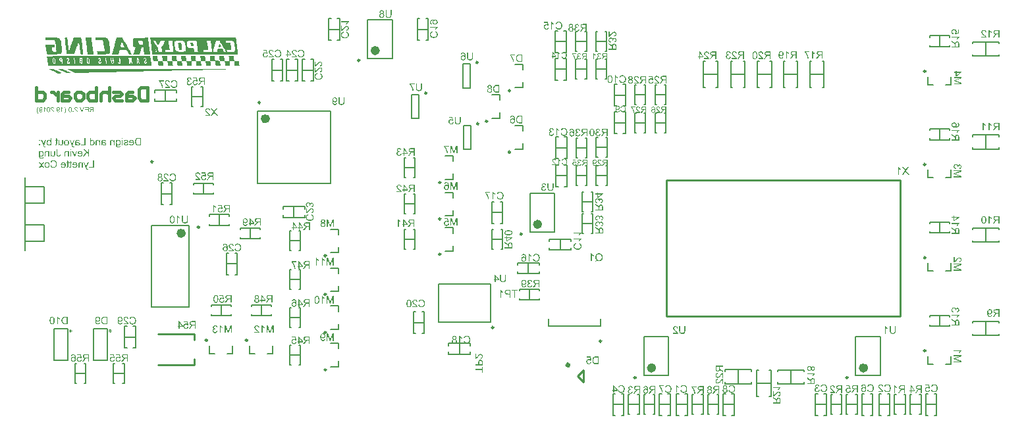
<source format=gbr>
%TF.GenerationSoftware,Altium Limited,Altium Designer,19.1.8 (144)*%
G04 Layer_Color=65280*
%FSLAX26Y26*%
%MOIN*%
%TF.FileFunction,Legend,Bot*%
%TF.Part,Single*%
G01*
G75*
%TA.AperFunction,NonConductor*%
%ADD46C,0.023622*%
%ADD47C,0.009842*%
%ADD48C,0.019685*%
%ADD49C,0.007874*%
%ADD50C,0.005906*%
%ADD51C,0.010000*%
%ADD52C,0.015748*%
G36*
X491555Y1424790D02*
X486914D01*
Y1430086D01*
X491555D01*
Y1424790D01*
D02*
G37*
G36*
X130376Y1392303D02*
X126062D01*
Y1395743D01*
X125516Y1395033D01*
X124970Y1394432D01*
X124370Y1393886D01*
X123715Y1393395D01*
X123114Y1393013D01*
X122459Y1392685D01*
X121858Y1392412D01*
X121257Y1392194D01*
X120165Y1391920D01*
X119674Y1391811D01*
X119292Y1391757D01*
X118964D01*
X118691Y1391702D01*
X118473D01*
X117599Y1391757D01*
X116726Y1391866D01*
X115907Y1392030D01*
X115142Y1392303D01*
X113668Y1392903D01*
X113067Y1393285D01*
X112467Y1393613D01*
X111921Y1393995D01*
X111484Y1394323D01*
X111102Y1394650D01*
X110720Y1394924D01*
X110447Y1395197D01*
X110283Y1395360D01*
X110174Y1395469D01*
X110119Y1395524D01*
X109519Y1396289D01*
X108972Y1397108D01*
X108481Y1397927D01*
X108099Y1398855D01*
X107771Y1399728D01*
X107498Y1400657D01*
X107061Y1402404D01*
X106898Y1403223D01*
X106788Y1403987D01*
X106734Y1404642D01*
X106679Y1405243D01*
X106625Y1405734D01*
Y1406062D01*
Y1406335D01*
Y1406389D01*
X106679Y1407482D01*
X106734Y1408519D01*
X106898Y1409447D01*
X107061Y1410266D01*
X107225Y1410976D01*
X107335Y1411522D01*
X107389Y1411686D01*
X107444Y1411850D01*
X107498Y1411904D01*
Y1411959D01*
X107826Y1412887D01*
X108208Y1413761D01*
X108590Y1414525D01*
X108972Y1415180D01*
X109300Y1415671D01*
X109573Y1416054D01*
X109737Y1416327D01*
X109791Y1416381D01*
X110338Y1417036D01*
X110993Y1417637D01*
X111593Y1418129D01*
X112194Y1418511D01*
X112685Y1418838D01*
X113122Y1419111D01*
X113395Y1419220D01*
X113504Y1419275D01*
X114323Y1419603D01*
X115197Y1419876D01*
X116016Y1420040D01*
X116726Y1420203D01*
X117326Y1420258D01*
X117818Y1420312D01*
X118254D01*
X119073Y1420258D01*
X119892Y1420149D01*
X120657Y1419985D01*
X121367Y1419712D01*
X122623Y1419166D01*
X123715Y1418456D01*
X124151Y1418129D01*
X124588Y1417801D01*
X124916Y1417473D01*
X125189Y1417200D01*
X125462Y1416927D01*
X125626Y1416764D01*
X125680Y1416654D01*
X125735Y1416600D01*
Y1430086D01*
X130376D01*
Y1392303D01*
D02*
G37*
G36*
X471080Y1420258D02*
X472281Y1420040D01*
X473373Y1419712D01*
X474301Y1419384D01*
X475065Y1419057D01*
X475611Y1418729D01*
X475830Y1418620D01*
X475994Y1418511D01*
X476048Y1418456D01*
X476103D01*
X477031Y1417746D01*
X477850Y1416873D01*
X478560Y1416054D01*
X479161Y1415235D01*
X479597Y1414470D01*
X479925Y1413870D01*
X480034Y1413651D01*
X480143Y1413488D01*
X480198Y1413378D01*
Y1413324D01*
X480689Y1412068D01*
X481017Y1410812D01*
X481290Y1409611D01*
X481454Y1408519D01*
X481563Y1407536D01*
Y1407154D01*
X481618Y1406772D01*
Y1406499D01*
Y1406280D01*
Y1406171D01*
Y1406117D01*
X481563Y1405079D01*
X481508Y1404042D01*
X481126Y1402185D01*
X480908Y1401312D01*
X480635Y1400547D01*
X480362Y1399783D01*
X480089Y1399128D01*
X479816Y1398473D01*
X479543Y1397927D01*
X479270Y1397490D01*
X479051Y1397053D01*
X478833Y1396780D01*
X478669Y1396507D01*
X478615Y1396398D01*
X478560Y1396343D01*
X477959Y1395633D01*
X477304Y1395033D01*
X476594Y1394487D01*
X475885Y1393995D01*
X475120Y1393613D01*
X474410Y1393286D01*
X473700Y1393013D01*
X472991Y1392794D01*
X472336Y1392630D01*
X471735Y1392521D01*
X471189Y1392412D01*
X470697Y1392357D01*
X470315D01*
X470042Y1392303D01*
X469769D01*
X468950Y1392357D01*
X468131Y1392467D01*
X467367Y1392630D01*
X466657Y1392849D01*
X465401Y1393449D01*
X464255Y1394105D01*
X463818Y1394432D01*
X463381Y1394760D01*
X462999Y1395087D01*
X462726Y1395360D01*
X462507Y1395579D01*
X462344Y1395743D01*
X462235Y1395852D01*
X462180Y1395906D01*
Y1395087D01*
Y1394378D01*
X462235Y1393668D01*
Y1393067D01*
Y1392521D01*
X462289Y1392030D01*
Y1391593D01*
X462344Y1391211D01*
X462398Y1390665D01*
X462453Y1390228D01*
X462507Y1390010D01*
Y1389955D01*
X462781Y1389136D01*
X463163Y1388426D01*
X463545Y1387826D01*
X463927Y1387280D01*
X464309Y1386897D01*
X464637Y1386570D01*
X464855Y1386406D01*
X464910Y1386351D01*
X465620Y1385915D01*
X466439Y1385587D01*
X467258Y1385369D01*
X468022Y1385205D01*
X468786Y1385096D01*
X469332Y1385041D01*
X469878D01*
X470916Y1385096D01*
X471899Y1385259D01*
X472718Y1385478D01*
X473373Y1385751D01*
X473919Y1385969D01*
X474301Y1386188D01*
X474519Y1386351D01*
X474629Y1386406D01*
X475065Y1386788D01*
X475393Y1387280D01*
X475666Y1387771D01*
X475885Y1388262D01*
X475994Y1388754D01*
X476103Y1389136D01*
X476158Y1389354D01*
Y1389464D01*
X480689Y1390064D01*
Y1389245D01*
X480580Y1388535D01*
X480471Y1387826D01*
X480307Y1387170D01*
X479816Y1386024D01*
X479270Y1385096D01*
X478724Y1384386D01*
X478287Y1383894D01*
X477905Y1383567D01*
X477850Y1383512D01*
X477796Y1383458D01*
X476594Y1382693D01*
X475284Y1382147D01*
X473974Y1381765D01*
X472718Y1381492D01*
X472117Y1381383D01*
X471571Y1381328D01*
X471134Y1381274D01*
X470697D01*
X470370Y1381219D01*
X469878D01*
X468404Y1381274D01*
X467039Y1381492D01*
X465838Y1381710D01*
X464855Y1382038D01*
X464036Y1382311D01*
X463709Y1382420D01*
X463436Y1382584D01*
X463217Y1382639D01*
X463053Y1382748D01*
X462999Y1382802D01*
X462944D01*
X461962Y1383403D01*
X461088Y1384113D01*
X460378Y1384823D01*
X459777Y1385478D01*
X459341Y1386078D01*
X459068Y1386570D01*
X458849Y1386897D01*
X458795Y1386952D01*
Y1387007D01*
X458576Y1387553D01*
X458358Y1388153D01*
X458194Y1388808D01*
X458030Y1389518D01*
X457812Y1391047D01*
X457648Y1392521D01*
X457594Y1393231D01*
X457539Y1393886D01*
Y1394487D01*
X457484Y1394978D01*
Y1395415D01*
Y1395743D01*
Y1395961D01*
Y1396016D01*
Y1419712D01*
X461743D01*
Y1416327D01*
X462344Y1417037D01*
X462999Y1417637D01*
X463654Y1418183D01*
X464309Y1418620D01*
X465019Y1419002D01*
X465674Y1419330D01*
X466329Y1419603D01*
X466930Y1419821D01*
X467531Y1419985D01*
X468077Y1420094D01*
X468568Y1420203D01*
X468950Y1420258D01*
X469278Y1420313D01*
X469769D01*
X471080Y1420258D01*
D02*
G37*
G36*
X73210Y1414416D02*
X67913D01*
Y1419712D01*
X73210D01*
Y1414416D01*
D02*
G37*
G36*
X396114Y1420258D02*
X397260Y1420149D01*
X398353Y1419985D01*
X399226Y1419821D01*
X399990Y1419657D01*
X400536Y1419494D01*
X400755Y1419439D01*
X400919Y1419384D01*
X400973Y1419330D01*
X401028D01*
X401956Y1418948D01*
X402775Y1418456D01*
X403485Y1418019D01*
X404086Y1417583D01*
X404522Y1417146D01*
X404850Y1416818D01*
X405068Y1416600D01*
X405123Y1416545D01*
X405614Y1415835D01*
X406051Y1415071D01*
X406379Y1414307D01*
X406652Y1413597D01*
X406870Y1412887D01*
X407034Y1412396D01*
X407089Y1412177D01*
Y1412013D01*
X407143Y1411959D01*
Y1411904D01*
X402611Y1411304D01*
X402284Y1412286D01*
X401956Y1413160D01*
X401574Y1413870D01*
X401246Y1414416D01*
X400919Y1414853D01*
X400646Y1415126D01*
X400427Y1415289D01*
X400373Y1415344D01*
X399717Y1415726D01*
X398953Y1415999D01*
X398134Y1416218D01*
X397370Y1416327D01*
X396605Y1416436D01*
X396059Y1416491D01*
X395513D01*
X394257Y1416436D01*
X393166Y1416272D01*
X392292Y1415999D01*
X391527Y1415726D01*
X390981Y1415399D01*
X390545Y1415180D01*
X390272Y1414962D01*
X390217Y1414907D01*
X389780Y1414416D01*
X389453Y1413815D01*
X389180Y1413160D01*
X389016Y1412505D01*
X388907Y1411904D01*
X388852Y1411358D01*
Y1411031D01*
Y1410976D01*
Y1410921D01*
Y1410812D01*
Y1410594D01*
Y1410212D01*
X388907Y1409884D01*
Y1409775D01*
Y1409720D01*
X389453Y1409556D01*
X390053Y1409393D01*
X391309Y1409065D01*
X392729Y1408792D01*
X394039Y1408519D01*
X394694Y1408410D01*
X395295Y1408355D01*
X395841Y1408246D01*
X396278Y1408191D01*
X396660Y1408137D01*
X396933D01*
X397151Y1408082D01*
X397206D01*
X398189Y1407973D01*
X399008Y1407809D01*
X399717Y1407700D01*
X400264Y1407591D01*
X400700Y1407536D01*
X401028Y1407427D01*
X401246Y1407372D01*
X401301D01*
X402011Y1407154D01*
X402611Y1406936D01*
X403212Y1406663D01*
X403703Y1406444D01*
X404140Y1406226D01*
X404413Y1406007D01*
X404632Y1405898D01*
X404686Y1405844D01*
X405232Y1405461D01*
X405669Y1405025D01*
X406106Y1404588D01*
X406433Y1404151D01*
X406706Y1403769D01*
X406925Y1403441D01*
X407034Y1403223D01*
X407089Y1403168D01*
X407361Y1402568D01*
X407580Y1401912D01*
X407744Y1401312D01*
X407853Y1400711D01*
X407908Y1400220D01*
X407962Y1399838D01*
Y1399619D01*
Y1399510D01*
X407908Y1398855D01*
X407853Y1398309D01*
X407580Y1397162D01*
X407198Y1396234D01*
X406761Y1395415D01*
X406324Y1394760D01*
X405942Y1394268D01*
X405669Y1393995D01*
X405560Y1393886D01*
X404577Y1393176D01*
X403485Y1392630D01*
X402284Y1392248D01*
X401192Y1391975D01*
X400209Y1391811D01*
X399772Y1391757D01*
X399390D01*
X399062Y1391702D01*
X398625D01*
X397643Y1391757D01*
X396660Y1391866D01*
X395786Y1391975D01*
X395022Y1392139D01*
X394421Y1392303D01*
X393930Y1392467D01*
X393602Y1392521D01*
X393493Y1392576D01*
X392565Y1392958D01*
X391691Y1393449D01*
X390872Y1393995D01*
X390053Y1394487D01*
X389398Y1394978D01*
X388907Y1395360D01*
X388579Y1395633D01*
X388524Y1395743D01*
X388470D01*
X388361Y1395033D01*
X388252Y1394378D01*
X388142Y1393777D01*
X387978Y1393286D01*
X387815Y1392849D01*
X387705Y1392576D01*
X387651Y1392357D01*
X387596Y1392303D01*
X382737D01*
X383010Y1392903D01*
X383283Y1393504D01*
X383501Y1394050D01*
X383611Y1394541D01*
X383774Y1394978D01*
X383829Y1395306D01*
X383884Y1395524D01*
Y1395579D01*
X383938Y1395961D01*
X383993Y1396452D01*
Y1396998D01*
X384047Y1397599D01*
X384102Y1398964D01*
Y1400329D01*
X384156Y1401639D01*
Y1402240D01*
Y1402731D01*
Y1403168D01*
Y1403496D01*
Y1403714D01*
Y1403769D01*
Y1409993D01*
Y1411031D01*
X384211Y1411959D01*
X384266Y1412669D01*
Y1413269D01*
X384320Y1413706D01*
X384375Y1414034D01*
X384430Y1414197D01*
Y1414252D01*
X384593Y1414962D01*
X384812Y1415562D01*
X385030Y1416054D01*
X385303Y1416545D01*
X385522Y1416873D01*
X385685Y1417146D01*
X385795Y1417310D01*
X385849Y1417364D01*
X386286Y1417801D01*
X386777Y1418238D01*
X387323Y1418565D01*
X387869Y1418893D01*
X388361Y1419111D01*
X388743Y1419275D01*
X389016Y1419384D01*
X389125Y1419439D01*
X389999Y1419712D01*
X390927Y1419930D01*
X391855Y1420094D01*
X392783Y1420203D01*
X393602Y1420258D01*
X394203Y1420313D01*
X394803D01*
X396114Y1420258D01*
D02*
G37*
G36*
X263927Y1420258D02*
X265074Y1420149D01*
X266166Y1419985D01*
X267039Y1419821D01*
X267804Y1419657D01*
X268350Y1419494D01*
X268568Y1419439D01*
X268732Y1419384D01*
X268787Y1419330D01*
X268841D01*
X269769Y1418947D01*
X270589Y1418456D01*
X271298Y1418019D01*
X271899Y1417582D01*
X272336Y1417146D01*
X272663Y1416818D01*
X272882Y1416600D01*
X272936Y1416545D01*
X273428Y1415835D01*
X273865Y1415071D01*
X274192Y1414306D01*
X274465Y1413597D01*
X274683Y1412887D01*
X274847Y1412396D01*
X274902Y1412177D01*
Y1412013D01*
X274957Y1411959D01*
Y1411904D01*
X270425Y1411303D01*
X270097Y1412286D01*
X269769Y1413160D01*
X269387Y1413870D01*
X269060Y1414416D01*
X268732Y1414852D01*
X268459Y1415126D01*
X268241Y1415289D01*
X268186Y1415344D01*
X267531Y1415726D01*
X266767Y1415999D01*
X265947Y1416217D01*
X265183Y1416327D01*
X264419Y1416436D01*
X263873Y1416491D01*
X263327D01*
X262071Y1416436D01*
X260979Y1416272D01*
X260105Y1415999D01*
X259341Y1415726D01*
X258795Y1415399D01*
X258358Y1415180D01*
X258085Y1414962D01*
X258031Y1414907D01*
X257594Y1414416D01*
X257266Y1413815D01*
X256993Y1413160D01*
X256829Y1412505D01*
X256720Y1411904D01*
X256666Y1411358D01*
Y1411031D01*
Y1410976D01*
Y1410921D01*
Y1410812D01*
Y1410594D01*
Y1410211D01*
X256720Y1409884D01*
Y1409775D01*
Y1409720D01*
X257266Y1409556D01*
X257867Y1409392D01*
X259123Y1409065D01*
X260542Y1408792D01*
X261853Y1408519D01*
X262508Y1408410D01*
X263108Y1408355D01*
X263654Y1408246D01*
X264091Y1408191D01*
X264473Y1408137D01*
X264746D01*
X264965Y1408082D01*
X265019D01*
X266002Y1407973D01*
X266821Y1407809D01*
X267531Y1407700D01*
X268077Y1407591D01*
X268514Y1407536D01*
X268841Y1407427D01*
X269060Y1407372D01*
X269114D01*
X269824Y1407154D01*
X270425Y1406936D01*
X271025Y1406662D01*
X271517Y1406444D01*
X271954Y1406226D01*
X272226Y1406007D01*
X272445Y1405898D01*
X272500Y1405843D01*
X273046Y1405461D01*
X273482Y1405024D01*
X273919Y1404588D01*
X274247Y1404151D01*
X274520Y1403769D01*
X274738Y1403441D01*
X274847Y1403223D01*
X274902Y1403168D01*
X275175Y1402568D01*
X275393Y1401912D01*
X275557Y1401312D01*
X275666Y1400711D01*
X275721Y1400220D01*
X275776Y1399838D01*
Y1399619D01*
Y1399510D01*
X275721Y1398855D01*
X275666Y1398309D01*
X275393Y1397162D01*
X275011Y1396234D01*
X274574Y1395415D01*
X274137Y1394760D01*
X273755Y1394268D01*
X273482Y1393995D01*
X273373Y1393886D01*
X272390Y1393176D01*
X271298Y1392630D01*
X270097Y1392248D01*
X269005Y1391975D01*
X268022Y1391811D01*
X267586Y1391757D01*
X267203D01*
X266876Y1391702D01*
X266439D01*
X265456Y1391757D01*
X264473Y1391866D01*
X263600Y1391975D01*
X262835Y1392139D01*
X262235Y1392303D01*
X261743Y1392466D01*
X261416Y1392521D01*
X261307Y1392576D01*
X260378Y1392958D01*
X259505Y1393449D01*
X258686Y1393995D01*
X257867Y1394487D01*
X257212Y1394978D01*
X256720Y1395360D01*
X256392Y1395633D01*
X256338Y1395743D01*
X256283D01*
X256174Y1395033D01*
X256065Y1394378D01*
X255956Y1393777D01*
X255792Y1393285D01*
X255628Y1392849D01*
X255519Y1392576D01*
X255464Y1392357D01*
X255410Y1392303D01*
X250550D01*
X250823Y1392903D01*
X251096Y1393504D01*
X251315Y1394050D01*
X251424Y1394541D01*
X251588Y1394978D01*
X251642Y1395306D01*
X251697Y1395524D01*
Y1395579D01*
X251751Y1395961D01*
X251806Y1396452D01*
Y1396998D01*
X251861Y1397599D01*
X251915Y1398964D01*
Y1400329D01*
X251970Y1401639D01*
Y1402240D01*
Y1402731D01*
Y1403168D01*
Y1403496D01*
Y1403714D01*
Y1403769D01*
Y1409993D01*
Y1411031D01*
X252024Y1411959D01*
X252079Y1412668D01*
Y1413269D01*
X252134Y1413706D01*
X252188Y1414034D01*
X252243Y1414197D01*
Y1414252D01*
X252407Y1414962D01*
X252625Y1415562D01*
X252844Y1416054D01*
X253117Y1416545D01*
X253335Y1416873D01*
X253499Y1417146D01*
X253608Y1417310D01*
X253662Y1417364D01*
X254099Y1417801D01*
X254591Y1418238D01*
X255137Y1418565D01*
X255683Y1418893D01*
X256174Y1419111D01*
X256556Y1419275D01*
X256829Y1419384D01*
X256938Y1419439D01*
X257812Y1419712D01*
X258740Y1419930D01*
X259668Y1420094D01*
X260597Y1420203D01*
X261416Y1420258D01*
X262016Y1420312D01*
X262617D01*
X263927Y1420258D01*
D02*
G37*
G36*
X237119Y1392303D02*
X237337Y1391811D01*
X237446Y1391429D01*
X237555Y1391211D01*
Y1391156D01*
X237883Y1390228D01*
X238211Y1389464D01*
X238429Y1388808D01*
X238648Y1388371D01*
X238757Y1388044D01*
X238866Y1387825D01*
X238975Y1387716D01*
Y1387662D01*
X239412Y1387061D01*
X239903Y1386624D01*
X240122Y1386460D01*
X240286Y1386351D01*
X240395Y1386242D01*
X240449D01*
X240832Y1386078D01*
X241214Y1385915D01*
X242033Y1385751D01*
X242360D01*
X242633Y1385696D01*
X242906D01*
X243780Y1385751D01*
X244654Y1385915D01*
X244981Y1386024D01*
X245254Y1386078D01*
X245472Y1386133D01*
X245527D01*
X245036Y1381820D01*
X244435Y1381601D01*
X243889Y1381492D01*
X243398Y1381383D01*
X242961Y1381274D01*
X242579D01*
X242306Y1381219D01*
X242087D01*
X241268Y1381274D01*
X240559Y1381383D01*
X239903Y1381546D01*
X239357Y1381765D01*
X238866Y1381983D01*
X238538Y1382147D01*
X238320Y1382256D01*
X238265Y1382311D01*
X237665Y1382748D01*
X237173Y1383294D01*
X236682Y1383840D01*
X236245Y1384386D01*
X235917Y1384877D01*
X235644Y1385259D01*
X235481Y1385532D01*
X235426Y1385641D01*
X235262Y1386024D01*
X235044Y1386406D01*
X234607Y1387334D01*
X234170Y1388371D01*
X233788Y1389409D01*
X233406Y1390337D01*
X233242Y1390774D01*
X233078Y1391156D01*
X232969Y1391429D01*
X232860Y1391648D01*
X232805Y1391811D01*
Y1391866D01*
X222377Y1419712D01*
X227018D01*
X232915Y1403714D01*
X233351Y1402568D01*
X233679Y1401476D01*
X234061Y1400383D01*
X234334Y1399455D01*
X234553Y1398636D01*
X234662Y1398309D01*
X234716Y1398036D01*
X234771Y1397817D01*
X234826Y1397653D01*
X234880Y1397544D01*
Y1397490D01*
X235208Y1398745D01*
X235535Y1399892D01*
X235863Y1400984D01*
X236190Y1401912D01*
X236464Y1402677D01*
X236573Y1403004D01*
X236682Y1403277D01*
X236737Y1403550D01*
X236791Y1403714D01*
X236846Y1403769D01*
Y1403823D01*
X242579Y1419712D01*
X247493D01*
X237119Y1392303D01*
D02*
G37*
G36*
X93193D02*
X93412Y1391811D01*
X93521Y1391429D01*
X93630Y1391211D01*
Y1391156D01*
X93957Y1390228D01*
X94285Y1389464D01*
X94504Y1388808D01*
X94722Y1388371D01*
X94831Y1388044D01*
X94940Y1387825D01*
X95049Y1387716D01*
Y1387662D01*
X95486Y1387061D01*
X95978Y1386624D01*
X96196Y1386460D01*
X96360Y1386351D01*
X96469Y1386242D01*
X96524D01*
X96906Y1386078D01*
X97288Y1385915D01*
X98107Y1385751D01*
X98435D01*
X98708Y1385696D01*
X98981D01*
X99854Y1385751D01*
X100728Y1385915D01*
X101055Y1386024D01*
X101329Y1386078D01*
X101547Y1386133D01*
X101602D01*
X101110Y1381820D01*
X100510Y1381601D01*
X99963Y1381492D01*
X99472Y1381383D01*
X99035Y1381274D01*
X98653D01*
X98380Y1381219D01*
X98162D01*
X97343Y1381274D01*
X96633Y1381383D01*
X95978Y1381546D01*
X95432Y1381765D01*
X94940Y1381983D01*
X94613Y1382147D01*
X94394Y1382256D01*
X94340Y1382311D01*
X93739Y1382748D01*
X93248Y1383294D01*
X92756Y1383840D01*
X92320Y1384386D01*
X91992Y1384877D01*
X91719Y1385259D01*
X91555Y1385532D01*
X91501Y1385641D01*
X91337Y1386024D01*
X91118Y1386406D01*
X90681Y1387334D01*
X90245Y1388371D01*
X89862Y1389409D01*
X89480Y1390337D01*
X89317Y1390774D01*
X89153Y1391156D01*
X89043Y1391429D01*
X88934Y1391648D01*
X88880Y1391811D01*
Y1391866D01*
X78451Y1419712D01*
X83092D01*
X88989Y1403714D01*
X89426Y1402568D01*
X89753Y1401476D01*
X90135Y1400383D01*
X90409Y1399455D01*
X90627Y1398636D01*
X90736Y1398309D01*
X90791Y1398036D01*
X90845Y1397817D01*
X90900Y1397653D01*
X90954Y1397544D01*
Y1397490D01*
X91282Y1398745D01*
X91610Y1399892D01*
X91937Y1400984D01*
X92265Y1401912D01*
X92538Y1402677D01*
X92647Y1403004D01*
X92756Y1403277D01*
X92811Y1403550D01*
X92865Y1403714D01*
X92920Y1403769D01*
Y1403823D01*
X98653Y1419712D01*
X103567D01*
X93193Y1392303D01*
D02*
G37*
G36*
X158877Y1426482D02*
Y1419712D01*
X162317D01*
Y1416108D01*
X158877D01*
Y1400274D01*
Y1399510D01*
Y1398855D01*
X158822Y1398254D01*
X158768Y1397653D01*
Y1397162D01*
X158713Y1396725D01*
X158604Y1396015D01*
X158495Y1395469D01*
X158440Y1395087D01*
X158331Y1394869D01*
Y1394814D01*
X158113Y1394323D01*
X157785Y1393941D01*
X157457Y1393559D01*
X157184Y1393285D01*
X156857Y1393013D01*
X156638Y1392849D01*
X156475Y1392739D01*
X156420Y1392685D01*
X155819Y1392412D01*
X155219Y1392248D01*
X154564Y1392084D01*
X153908Y1392030D01*
X153362Y1391975D01*
X152925Y1391920D01*
X152489D01*
X151287Y1391975D01*
X150687Y1392030D01*
X150141Y1392139D01*
X149649Y1392194D01*
X149267Y1392248D01*
X149049Y1392303D01*
X148940D01*
X149540Y1396398D01*
X149977Y1396343D01*
X150414Y1396289D01*
X150796D01*
X151069Y1396234D01*
X151615D01*
X152325Y1396289D01*
X152816Y1396398D01*
X153089Y1396507D01*
X153198Y1396562D01*
X153581Y1396834D01*
X153799Y1397108D01*
X153963Y1397326D01*
X154018Y1397435D01*
X154072Y1397708D01*
X154127Y1398090D01*
X154181Y1398964D01*
X154236Y1399346D01*
Y1399674D01*
Y1399892D01*
Y1400001D01*
Y1416108D01*
X149540D01*
Y1419712D01*
X154236D01*
Y1429267D01*
X158877Y1426482D01*
D02*
G37*
G36*
X189125Y1402731D02*
Y1401694D01*
X189071Y1400766D01*
X189016Y1400056D01*
X188962Y1399401D01*
Y1398964D01*
X188907Y1398636D01*
X188852Y1398418D01*
Y1398363D01*
X188689Y1397653D01*
X188470Y1396998D01*
X188252Y1396398D01*
X187979Y1395906D01*
X187760Y1395469D01*
X187596Y1395197D01*
X187487Y1394978D01*
X187433Y1394924D01*
X186996Y1394432D01*
X186505Y1393995D01*
X186013Y1393613D01*
X185467Y1393285D01*
X185030Y1393013D01*
X184648Y1392794D01*
X184430Y1392685D01*
X184321Y1392630D01*
X183501Y1392303D01*
X182737Y1392084D01*
X181973Y1391920D01*
X181263Y1391811D01*
X180662Y1391757D01*
X180171Y1391702D01*
X179789D01*
X178806Y1391757D01*
X177823Y1391920D01*
X176950Y1392139D01*
X176076Y1392412D01*
X175311Y1392794D01*
X174602Y1393176D01*
X173946Y1393559D01*
X173346Y1393995D01*
X172800Y1394432D01*
X172363Y1394814D01*
X171981Y1395251D01*
X171653Y1395579D01*
X171380Y1395852D01*
X171216Y1396070D01*
X171107Y1396234D01*
X171053Y1396289D01*
Y1392303D01*
X166903D01*
Y1419712D01*
X171544D01*
Y1405024D01*
X171599Y1403769D01*
X171653Y1402677D01*
X171762Y1401748D01*
X171926Y1400984D01*
X172090Y1400383D01*
X172199Y1399947D01*
X172254Y1399728D01*
X172309Y1399619D01*
X172636Y1398964D01*
X173018Y1398418D01*
X173455Y1397927D01*
X173892Y1397490D01*
X174274Y1397162D01*
X174602Y1396944D01*
X174820Y1396780D01*
X174929Y1396725D01*
X175639Y1396398D01*
X176349Y1396125D01*
X177004Y1395961D01*
X177605Y1395797D01*
X178096Y1395743D01*
X178478Y1395688D01*
X178861D01*
X179625Y1395743D01*
X180280Y1395852D01*
X180881Y1396015D01*
X181372Y1396234D01*
X181809Y1396398D01*
X182082Y1396562D01*
X182300Y1396671D01*
X182355Y1396725D01*
X182846Y1397162D01*
X183228Y1397599D01*
X183556Y1398090D01*
X183829Y1398527D01*
X183993Y1398964D01*
X184102Y1399292D01*
X184211Y1399510D01*
Y1399564D01*
X184321Y1400165D01*
X184375Y1400875D01*
X184430Y1401694D01*
Y1402513D01*
X184484Y1403277D01*
Y1403878D01*
Y1404151D01*
Y1404315D01*
Y1404424D01*
Y1404478D01*
Y1419712D01*
X189125D01*
Y1402731D01*
D02*
G37*
G36*
X537200Y1420258D02*
X538183Y1420149D01*
X539111Y1419985D01*
X539985Y1419712D01*
X540804Y1419439D01*
X541568Y1419111D01*
X542278Y1418784D01*
X542879Y1418402D01*
X543479Y1418074D01*
X543971Y1417692D01*
X544408Y1417364D01*
X544735Y1417091D01*
X545008Y1416818D01*
X545226Y1416654D01*
X545336Y1416545D01*
X545390Y1416491D01*
X545991Y1415726D01*
X546537Y1414907D01*
X547028Y1414088D01*
X547465Y1413215D01*
X547793Y1412286D01*
X548066Y1411413D01*
X548503Y1409666D01*
X548666Y1408901D01*
X548775Y1408137D01*
X548830Y1407482D01*
X548885Y1406881D01*
X548939Y1406390D01*
Y1406062D01*
Y1405789D01*
Y1405734D01*
X548885Y1404533D01*
X548775Y1403387D01*
X548612Y1402295D01*
X548393Y1401312D01*
X548120Y1400384D01*
X547847Y1399510D01*
X547520Y1398746D01*
X547192Y1398036D01*
X546865Y1397435D01*
X546537Y1396889D01*
X546264Y1396452D01*
X545991Y1396070D01*
X545773Y1395743D01*
X545609Y1395524D01*
X545500Y1395415D01*
X545445Y1395360D01*
X544735Y1394705D01*
X544025Y1394159D01*
X543261Y1393668D01*
X542442Y1393231D01*
X541678Y1392903D01*
X540859Y1392576D01*
X539330Y1392139D01*
X538620Y1392030D01*
X537965Y1391921D01*
X537364Y1391811D01*
X536873Y1391757D01*
X536490Y1391702D01*
X535890D01*
X534197Y1391811D01*
X532668Y1392084D01*
X531303Y1392412D01*
X530758Y1392630D01*
X530212Y1392849D01*
X529720Y1393067D01*
X529283Y1393286D01*
X528956Y1393449D01*
X528628Y1393613D01*
X528410Y1393777D01*
X528246Y1393886D01*
X528137Y1393995D01*
X528082D01*
X526990Y1394978D01*
X526116Y1396016D01*
X525352Y1397108D01*
X524806Y1398145D01*
X524369Y1399073D01*
X524206Y1399510D01*
X524042Y1399838D01*
X523933Y1400165D01*
X523878Y1400384D01*
X523823Y1400493D01*
Y1400547D01*
X528628Y1401148D01*
X529065Y1400111D01*
X529556Y1399237D01*
X530048Y1398473D01*
X530485Y1397872D01*
X530867Y1397435D01*
X531194Y1397108D01*
X531467Y1396889D01*
X531522Y1396835D01*
X532232Y1396398D01*
X532942Y1396070D01*
X533706Y1395852D01*
X534361Y1395688D01*
X534962Y1395579D01*
X535453Y1395524D01*
X535890D01*
X536545Y1395579D01*
X537146Y1395633D01*
X538238Y1395906D01*
X539221Y1396289D01*
X540094Y1396725D01*
X540749Y1397108D01*
X541241Y1397490D01*
X541568Y1397763D01*
X541623Y1397872D01*
X541678D01*
X542442Y1398855D01*
X543043Y1399947D01*
X543479Y1401148D01*
X543807Y1402240D01*
X543971Y1403223D01*
X544080Y1403660D01*
X544135Y1404042D01*
Y1404369D01*
X544189Y1404588D01*
Y1404752D01*
Y1404806D01*
X523714D01*
X523659Y1405352D01*
Y1405734D01*
Y1405953D01*
Y1406007D01*
X523714Y1407263D01*
X523823Y1408410D01*
X523987Y1409502D01*
X524206Y1410539D01*
X524479Y1411467D01*
X524751Y1412341D01*
X525079Y1413105D01*
X525407Y1413815D01*
X525734Y1414470D01*
X526062Y1415016D01*
X526335Y1415453D01*
X526608Y1415835D01*
X526826Y1416163D01*
X526990Y1416381D01*
X527099Y1416491D01*
X527154Y1416545D01*
X527809Y1417200D01*
X528519Y1417801D01*
X529283Y1418292D01*
X530048Y1418729D01*
X530812Y1419111D01*
X531522Y1419384D01*
X532286Y1419657D01*
X532942Y1419821D01*
X533651Y1419985D01*
X534252Y1420094D01*
X534798Y1420203D01*
X535235Y1420258D01*
X535617Y1420313D01*
X536163D01*
X537200Y1420258D01*
D02*
G37*
G36*
X584866Y1392303D02*
X571271D01*
X570015Y1392357D01*
X568868Y1392412D01*
X567831Y1392521D01*
X566957Y1392630D01*
X566193Y1392740D01*
X565647Y1392794D01*
X565483Y1392849D01*
X565319Y1392903D01*
X565210D01*
X564227Y1393176D01*
X563354Y1393504D01*
X562589Y1393777D01*
X561934Y1394105D01*
X561388Y1394378D01*
X561006Y1394596D01*
X560788Y1394760D01*
X560678Y1394814D01*
X559968Y1395306D01*
X559368Y1395906D01*
X558767Y1396452D01*
X558276Y1396998D01*
X557839Y1397490D01*
X557511Y1397872D01*
X557293Y1398145D01*
X557239Y1398254D01*
X556692Y1399128D01*
X556146Y1400056D01*
X555710Y1400930D01*
X555382Y1401803D01*
X555054Y1402568D01*
X554836Y1403168D01*
X554782Y1403387D01*
X554727Y1403550D01*
X554672Y1403660D01*
Y1403714D01*
X554345Y1405025D01*
X554072Y1406335D01*
X553908Y1407591D01*
X553744Y1408792D01*
X553689Y1409829D01*
Y1410266D01*
X553635Y1410648D01*
Y1410921D01*
Y1411194D01*
Y1411304D01*
Y1411358D01*
X553689Y1413215D01*
X553853Y1414907D01*
X554126Y1416436D01*
X554236Y1417146D01*
X554399Y1417746D01*
X554563Y1418347D01*
X554672Y1418838D01*
X554782Y1419275D01*
X554945Y1419657D01*
X555000Y1419985D01*
X555109Y1420203D01*
X555164Y1420313D01*
Y1420367D01*
X555764Y1421787D01*
X556474Y1423043D01*
X557239Y1424135D01*
X557948Y1425063D01*
X558604Y1425827D01*
X559149Y1426373D01*
X559368Y1426537D01*
X559532Y1426701D01*
X559586Y1426755D01*
X559641Y1426810D01*
X560514Y1427520D01*
X561443Y1428066D01*
X562371Y1428557D01*
X563245Y1428939D01*
X564009Y1429212D01*
X564610Y1429376D01*
X564828Y1429485D01*
X564992D01*
X565101Y1429540D01*
X565155D01*
X566084Y1429704D01*
X567176Y1429868D01*
X568268Y1429977D01*
X569360Y1430031D01*
X570342Y1430086D01*
X584866D01*
Y1392303D01*
D02*
G37*
G36*
X491555D02*
X486914D01*
Y1419712D01*
X491555D01*
Y1392303D01*
D02*
G37*
G36*
X438647Y1420258D02*
X439630Y1420094D01*
X440504Y1419876D01*
X441377Y1419603D01*
X442142Y1419275D01*
X442851Y1418893D01*
X443507Y1418456D01*
X444053Y1418074D01*
X444599Y1417637D01*
X445036Y1417200D01*
X445418Y1416818D01*
X445745Y1416491D01*
X445964Y1416218D01*
X446127Y1415999D01*
X446237Y1415835D01*
X446291Y1415781D01*
Y1419712D01*
X450441D01*
Y1392303D01*
X445800D01*
Y1407209D01*
Y1408137D01*
X445691Y1409065D01*
X445582Y1409829D01*
X445472Y1410539D01*
X445308Y1411194D01*
X445145Y1411795D01*
X444926Y1412341D01*
X444708Y1412778D01*
X444544Y1413160D01*
X444326Y1413488D01*
X444162Y1413761D01*
X443998Y1413979D01*
X443780Y1414252D01*
X443671Y1414361D01*
X442851Y1415016D01*
X441978Y1415453D01*
X441104Y1415781D01*
X440340Y1416054D01*
X439630Y1416163D01*
X439084Y1416218D01*
X438866Y1416272D01*
X438593D01*
X437938Y1416218D01*
X437282Y1416163D01*
X436736Y1415999D01*
X436300Y1415835D01*
X435917Y1415672D01*
X435590Y1415562D01*
X435426Y1415453D01*
X435371Y1415399D01*
X434880Y1415071D01*
X434443Y1414689D01*
X434115Y1414307D01*
X433842Y1413979D01*
X433679Y1413651D01*
X433515Y1413378D01*
X433406Y1413215D01*
Y1413160D01*
X433242Y1412559D01*
X433078Y1411904D01*
X432969Y1411194D01*
X432914Y1410485D01*
X432860Y1409884D01*
Y1409393D01*
Y1409010D01*
Y1408956D01*
Y1408901D01*
Y1392303D01*
X428219D01*
Y1409120D01*
Y1410266D01*
X428273Y1411194D01*
X428328Y1411959D01*
Y1412614D01*
X428382Y1413051D01*
X428437Y1413378D01*
X428492Y1413597D01*
Y1413651D01*
X428656Y1414361D01*
X428928Y1415016D01*
X429147Y1415562D01*
X429365Y1416108D01*
X429638Y1416491D01*
X429802Y1416764D01*
X429911Y1416982D01*
X429966Y1417037D01*
X430403Y1417583D01*
X430894Y1418019D01*
X431385Y1418456D01*
X431932Y1418784D01*
X432368Y1419057D01*
X432750Y1419221D01*
X432969Y1419330D01*
X433078Y1419384D01*
X433842Y1419712D01*
X434661Y1419930D01*
X435426Y1420094D01*
X436136Y1420203D01*
X436736Y1420258D01*
X437173Y1420313D01*
X437610D01*
X438647Y1420258D01*
D02*
G37*
G36*
X365210D02*
X366193Y1420094D01*
X367067Y1419876D01*
X367940Y1419603D01*
X368705Y1419275D01*
X369414Y1418893D01*
X370070Y1418456D01*
X370616Y1418074D01*
X371162Y1417637D01*
X371599Y1417200D01*
X371981Y1416818D01*
X372308Y1416491D01*
X372527Y1416218D01*
X372690Y1415999D01*
X372800Y1415835D01*
X372854Y1415781D01*
Y1419712D01*
X377004D01*
Y1392303D01*
X372363D01*
Y1407209D01*
Y1408137D01*
X372254Y1409065D01*
X372144Y1409829D01*
X372035Y1410539D01*
X371872Y1411194D01*
X371708Y1411795D01*
X371489Y1412341D01*
X371271Y1412778D01*
X371107Y1413160D01*
X370889Y1413488D01*
X370725Y1413761D01*
X370561Y1413979D01*
X370343Y1414252D01*
X370233Y1414361D01*
X369414Y1415016D01*
X368541Y1415453D01*
X367667Y1415781D01*
X366903Y1416054D01*
X366193Y1416163D01*
X365647Y1416218D01*
X365429Y1416272D01*
X365156D01*
X364500Y1416218D01*
X363845Y1416163D01*
X363299Y1415999D01*
X362863Y1415835D01*
X362480Y1415672D01*
X362153Y1415562D01*
X361989Y1415453D01*
X361934Y1415399D01*
X361443Y1415071D01*
X361006Y1414689D01*
X360678Y1414307D01*
X360406Y1413979D01*
X360242Y1413651D01*
X360078Y1413378D01*
X359969Y1413215D01*
Y1413160D01*
X359805Y1412559D01*
X359641Y1411904D01*
X359532Y1411194D01*
X359477Y1410485D01*
X359423Y1409884D01*
Y1409393D01*
Y1409010D01*
Y1408956D01*
Y1408901D01*
Y1392303D01*
X354782D01*
Y1409120D01*
Y1410266D01*
X354836Y1411194D01*
X354891Y1411959D01*
Y1412614D01*
X354945Y1413051D01*
X355000Y1413378D01*
X355055Y1413597D01*
Y1413651D01*
X355219Y1414361D01*
X355491Y1415016D01*
X355710Y1415562D01*
X355928Y1416108D01*
X356201Y1416491D01*
X356365Y1416764D01*
X356474Y1416982D01*
X356529Y1417037D01*
X356966Y1417583D01*
X357457Y1418019D01*
X357949Y1418456D01*
X358495Y1418784D01*
X358931Y1419057D01*
X359313Y1419221D01*
X359532Y1419330D01*
X359641Y1419384D01*
X360406Y1419712D01*
X361224Y1419930D01*
X361989Y1420094D01*
X362699Y1420203D01*
X363299Y1420258D01*
X363736Y1420313D01*
X364173D01*
X365210Y1420258D01*
D02*
G37*
G36*
X303185Y1392303D02*
X279543Y1392303D01*
Y1396780D01*
X298161D01*
Y1430086D01*
X303185Y1430086D01*
Y1392303D01*
D02*
G37*
G36*
X73210Y1392303D02*
X67913D01*
Y1397599D01*
X73210D01*
Y1392303D01*
D02*
G37*
G36*
X510555Y1420203D02*
X511211Y1420149D01*
X511811Y1420040D01*
X512303Y1419930D01*
X512685Y1419821D01*
X512903Y1419767D01*
X513013Y1419712D01*
X513668Y1419494D01*
X514268Y1419275D01*
X514760Y1419057D01*
X515197Y1418838D01*
X515524Y1418675D01*
X515742Y1418511D01*
X515906Y1418456D01*
X515961Y1418402D01*
X516507Y1418019D01*
X516944Y1417583D01*
X517326Y1417091D01*
X517654Y1416709D01*
X517927Y1416327D01*
X518090Y1416054D01*
X518199Y1415835D01*
X518254Y1415781D01*
X518527Y1415180D01*
X518745Y1414634D01*
X518855Y1414034D01*
X518964Y1413542D01*
X519019Y1413051D01*
X519073Y1412723D01*
Y1412505D01*
Y1412396D01*
X519019Y1411631D01*
X518909Y1410976D01*
X518745Y1410321D01*
X518582Y1409775D01*
X518418Y1409338D01*
X518254Y1408956D01*
X518145Y1408737D01*
X518090Y1408683D01*
X517654Y1408082D01*
X517162Y1407591D01*
X516671Y1407154D01*
X516179Y1406772D01*
X515742Y1406499D01*
X515415Y1406280D01*
X515197Y1406171D01*
X515087Y1406117D01*
X514705Y1405953D01*
X514214Y1405734D01*
X513122Y1405352D01*
X511975Y1405025D01*
X510774Y1404642D01*
X509736Y1404369D01*
X509245Y1404206D01*
X508808Y1404096D01*
X508481Y1403987D01*
X508208Y1403933D01*
X508044Y1403878D01*
X507989D01*
X507279Y1403714D01*
X506679Y1403550D01*
X506133Y1403387D01*
X505642Y1403223D01*
X505205Y1403114D01*
X504822Y1402950D01*
X504167Y1402731D01*
X503731Y1402568D01*
X503457Y1402404D01*
X503294Y1402349D01*
X503239Y1402295D01*
X502748Y1401967D01*
X502420Y1401530D01*
X502147Y1401148D01*
X501983Y1400766D01*
X501874Y1400384D01*
X501820Y1400111D01*
Y1399892D01*
Y1399838D01*
X501874Y1399182D01*
X502038Y1398636D01*
X502311Y1398090D01*
X502584Y1397654D01*
X502911Y1397271D01*
X503130Y1396998D01*
X503348Y1396835D01*
X503403Y1396780D01*
X504058Y1396343D01*
X504768Y1396070D01*
X505587Y1395852D01*
X506351Y1395688D01*
X507061Y1395579D01*
X507607Y1395524D01*
X508153D01*
X509300Y1395579D01*
X510283Y1395743D01*
X511101Y1395961D01*
X511811Y1396234D01*
X512357Y1396507D01*
X512794Y1396725D01*
X513013Y1396889D01*
X513122Y1396944D01*
X513722Y1397544D01*
X514214Y1398254D01*
X514541Y1398964D01*
X514814Y1399619D01*
X515033Y1400220D01*
X515142Y1400766D01*
X515251Y1401093D01*
Y1401148D01*
Y1401203D01*
X519837Y1400493D01*
X519455Y1398964D01*
X518964Y1397599D01*
X518363Y1396507D01*
X517763Y1395579D01*
X517217Y1394814D01*
X516725Y1394323D01*
X516398Y1393995D01*
X516343Y1393941D01*
X516288Y1393886D01*
X515742Y1393504D01*
X515142Y1393176D01*
X513832Y1392630D01*
X512466Y1392248D01*
X511156Y1391975D01*
X510555Y1391866D01*
X510010Y1391811D01*
X509464Y1391757D01*
X509027D01*
X508644Y1391702D01*
X508153D01*
X506952Y1391757D01*
X505914Y1391866D01*
X504932Y1392030D01*
X504058Y1392248D01*
X503348Y1392467D01*
X502802Y1392630D01*
X502475Y1392740D01*
X502420Y1392794D01*
X502365D01*
X501437Y1393286D01*
X500673Y1393777D01*
X500018Y1394323D01*
X499417Y1394814D01*
X498980Y1395251D01*
X498707Y1395633D01*
X498489Y1395852D01*
X498434Y1395961D01*
X497998Y1396725D01*
X497670Y1397544D01*
X497397Y1398254D01*
X497233Y1398909D01*
X497124Y1399510D01*
X497069Y1399947D01*
Y1400220D01*
Y1400329D01*
X497124Y1401203D01*
X497233Y1401967D01*
X497452Y1402622D01*
X497615Y1403223D01*
X497834Y1403714D01*
X498052Y1404042D01*
X498161Y1404260D01*
X498216Y1404315D01*
X498653Y1404861D01*
X499144Y1405352D01*
X499635Y1405789D01*
X500127Y1406117D01*
X500618Y1406390D01*
X500946Y1406553D01*
X501164Y1406663D01*
X501274Y1406717D01*
X501656Y1406881D01*
X502092Y1407045D01*
X503130Y1407427D01*
X504276Y1407809D01*
X505423Y1408137D01*
X506461Y1408464D01*
X506952Y1408574D01*
X507334Y1408683D01*
X507662Y1408792D01*
X507935Y1408847D01*
X508099Y1408901D01*
X508153D01*
X508754Y1409065D01*
X509300Y1409229D01*
X509791Y1409338D01*
X510228Y1409502D01*
X510938Y1409666D01*
X511484Y1409829D01*
X511866Y1409993D01*
X512084Y1410048D01*
X512193Y1410102D01*
X512248D01*
X512685Y1410321D01*
X513067Y1410485D01*
X513395Y1410703D01*
X513613Y1410867D01*
X513832Y1411031D01*
X513941Y1411194D01*
X513995Y1411249D01*
X514050Y1411304D01*
X514378Y1411850D01*
X514541Y1412396D01*
Y1412614D01*
X514596Y1412778D01*
Y1412887D01*
Y1412942D01*
X514541Y1413433D01*
X514378Y1413924D01*
X514159Y1414361D01*
X513886Y1414689D01*
X513668Y1415016D01*
X513449Y1415235D01*
X513285Y1415344D01*
X513231Y1415399D01*
X512630Y1415781D01*
X511921Y1416054D01*
X511156Y1416218D01*
X510446Y1416381D01*
X509736Y1416436D01*
X509190Y1416491D01*
X508644D01*
X507716Y1416436D01*
X506843Y1416327D01*
X506133Y1416108D01*
X505587Y1415890D01*
X505096Y1415672D01*
X504768Y1415453D01*
X504550Y1415344D01*
X504495Y1415289D01*
X503949Y1414798D01*
X503567Y1414252D01*
X503239Y1413706D01*
X502966Y1413215D01*
X502802Y1412723D01*
X502693Y1412341D01*
X502639Y1412123D01*
Y1412013D01*
X498107Y1412614D01*
X498325Y1413542D01*
X498543Y1414361D01*
X498817Y1415071D01*
X499089Y1415726D01*
X499363Y1416163D01*
X499581Y1416545D01*
X499690Y1416764D01*
X499745Y1416818D01*
X500236Y1417364D01*
X500782Y1417856D01*
X501383Y1418292D01*
X501983Y1418675D01*
X502529Y1418948D01*
X502966Y1419166D01*
X503239Y1419275D01*
X503294Y1419330D01*
X503348D01*
X504276Y1419657D01*
X505259Y1419876D01*
X506188Y1420094D01*
X507061Y1420203D01*
X507880Y1420258D01*
X508481Y1420313D01*
X509791D01*
X510555Y1420203D01*
D02*
G37*
G36*
X330266Y1416545D02*
X330758Y1417146D01*
X331304Y1417637D01*
X331795Y1418129D01*
X332341Y1418511D01*
X332778Y1418784D01*
X333106Y1419057D01*
X333324Y1419166D01*
X333433Y1419221D01*
X334143Y1419603D01*
X334907Y1419876D01*
X335672Y1420040D01*
X336382Y1420203D01*
X336982Y1420258D01*
X337419Y1420313D01*
X337856D01*
X339057Y1420258D01*
X340204Y1420040D01*
X341241Y1419767D01*
X342115Y1419439D01*
X342879Y1419057D01*
X343425Y1418784D01*
X343643Y1418675D01*
X343807Y1418565D01*
X343862Y1418511D01*
X343916D01*
X344899Y1417801D01*
X345718Y1416927D01*
X346428Y1416108D01*
X346974Y1415289D01*
X347411Y1414525D01*
X347738Y1413924D01*
X347848Y1413706D01*
X347957Y1413542D01*
X348011Y1413433D01*
Y1413378D01*
X348448Y1412123D01*
X348776Y1410812D01*
X349049Y1409556D01*
X349212Y1408410D01*
X349322Y1407427D01*
Y1406990D01*
X349376Y1406663D01*
Y1406335D01*
Y1406117D01*
Y1406007D01*
Y1405953D01*
X349322Y1404424D01*
X349158Y1403004D01*
X348885Y1401749D01*
X348612Y1400657D01*
X348503Y1400165D01*
X348394Y1399783D01*
X348230Y1399401D01*
X348120Y1399073D01*
X348011Y1398855D01*
X347957Y1398691D01*
X347902Y1398582D01*
Y1398527D01*
X347301Y1397381D01*
X346592Y1396398D01*
X345882Y1395524D01*
X345172Y1394814D01*
X344572Y1394268D01*
X344080Y1393832D01*
X343752Y1393613D01*
X343698Y1393504D01*
X343643D01*
X342606Y1392903D01*
X341568Y1392467D01*
X340531Y1392139D01*
X339603Y1391921D01*
X338839Y1391811D01*
X338183Y1391757D01*
X337965Y1391702D01*
X337637D01*
X336709Y1391757D01*
X335836Y1391866D01*
X335017Y1392084D01*
X334307Y1392357D01*
X333597Y1392630D01*
X332942Y1392958D01*
X332396Y1393340D01*
X331904Y1393722D01*
X331413Y1394105D01*
X331031Y1394487D01*
X330703Y1394814D01*
X330430Y1395087D01*
X330212Y1395360D01*
X330048Y1395579D01*
X329993Y1395688D01*
X329939Y1395743D01*
Y1392303D01*
X325625D01*
Y1430086D01*
X330266D01*
Y1416545D01*
D02*
G37*
G36*
X208235Y1420258D02*
X209109Y1420203D01*
X210802Y1419821D01*
X212276Y1419330D01*
X212931Y1419057D01*
X213531Y1418784D01*
X214077Y1418511D01*
X214514Y1418238D01*
X214951Y1417965D01*
X215279Y1417746D01*
X215552Y1417528D01*
X215770Y1417364D01*
X215879Y1417310D01*
X215934Y1417255D01*
X216698Y1416545D01*
X217299Y1415726D01*
X217899Y1414852D01*
X218336Y1413979D01*
X218773Y1413051D01*
X219101Y1412068D01*
X219374Y1411140D01*
X219592Y1410266D01*
X219810Y1409392D01*
X219920Y1408628D01*
X220029Y1407864D01*
X220083Y1407263D01*
Y1406717D01*
X220138Y1406335D01*
Y1406117D01*
Y1406007D01*
X220083Y1404752D01*
X219974Y1403550D01*
X219810Y1402458D01*
X219592Y1401421D01*
X219319Y1400493D01*
X219046Y1399619D01*
X218719Y1398800D01*
X218391Y1398090D01*
X218063Y1397435D01*
X217736Y1396889D01*
X217463Y1396452D01*
X217190Y1396070D01*
X216971Y1395743D01*
X216808Y1395524D01*
X216698Y1395415D01*
X216644Y1395360D01*
X215934Y1394705D01*
X215224Y1394159D01*
X214460Y1393668D01*
X213695Y1393231D01*
X212931Y1392903D01*
X212112Y1392576D01*
X210638Y1392139D01*
X209982Y1392030D01*
X209327Y1391920D01*
X208781Y1391811D01*
X208290Y1391757D01*
X207853Y1391702D01*
X207307D01*
X205997Y1391757D01*
X204796Y1391975D01*
X203649Y1392248D01*
X202721Y1392521D01*
X201902Y1392849D01*
X201574Y1392958D01*
X201301Y1393067D01*
X201028Y1393176D01*
X200864Y1393285D01*
X200810Y1393340D01*
X200755D01*
X199663Y1394050D01*
X198735Y1394814D01*
X197916Y1395579D01*
X197261Y1396343D01*
X196769Y1396998D01*
X196387Y1397544D01*
X196278Y1397763D01*
X196169Y1397927D01*
X196114Y1397981D01*
Y1398036D01*
X195568Y1399292D01*
X195186Y1400657D01*
X194858Y1402022D01*
X194695Y1403387D01*
X194585Y1403987D01*
Y1404533D01*
X194531Y1405079D01*
X194476Y1405516D01*
Y1405898D01*
Y1406171D01*
Y1406335D01*
Y1406389D01*
X194531Y1407591D01*
X194640Y1408683D01*
X194804Y1409720D01*
X195022Y1410703D01*
X195295Y1411631D01*
X195623Y1412450D01*
X195950Y1413269D01*
X196278Y1413924D01*
X196606Y1414525D01*
X196933Y1415071D01*
X197261Y1415562D01*
X197534Y1415945D01*
X197752Y1416217D01*
X197916Y1416436D01*
X198025Y1416545D01*
X198080Y1416600D01*
X198790Y1417255D01*
X199499Y1417801D01*
X200264Y1418347D01*
X201028Y1418729D01*
X201792Y1419111D01*
X202557Y1419384D01*
X204031Y1419876D01*
X204741Y1419985D01*
X205341Y1420094D01*
X205887Y1420203D01*
X206379Y1420258D01*
X206761Y1420312D01*
X207307D01*
X208235Y1420258D01*
D02*
G37*
G36*
X231222Y1368366D02*
X226581D01*
Y1373662D01*
X231222D01*
Y1368366D01*
D02*
G37*
G36*
X81509Y1363834D02*
X82710Y1363616D01*
X83802Y1363288D01*
X84730Y1362961D01*
X85495Y1362633D01*
X86040Y1362306D01*
X86259Y1362196D01*
X86423Y1362087D01*
X86477Y1362033D01*
X86532D01*
X87460Y1361323D01*
X88279Y1360449D01*
X88989Y1359630D01*
X89590Y1358811D01*
X90026Y1358047D01*
X90354Y1357446D01*
X90463Y1357228D01*
X90572Y1357064D01*
X90627Y1356955D01*
Y1356900D01*
X91118Y1355644D01*
X91446Y1354389D01*
X91719Y1353187D01*
X91883Y1352095D01*
X91992Y1351113D01*
Y1350730D01*
X92046Y1350348D01*
Y1350075D01*
Y1349857D01*
Y1349748D01*
Y1349693D01*
X91992Y1348656D01*
X91937Y1347618D01*
X91555Y1345762D01*
X91337Y1344888D01*
X91064Y1344124D01*
X90791Y1343359D01*
X90518Y1342704D01*
X90245Y1342049D01*
X89972Y1341503D01*
X89699Y1341066D01*
X89480Y1340629D01*
X89262Y1340356D01*
X89098Y1340083D01*
X89043Y1339974D01*
X88989Y1339920D01*
X88388Y1339210D01*
X87733Y1338609D01*
X87023Y1338063D01*
X86314Y1337572D01*
X85549Y1337190D01*
X84839Y1336862D01*
X84129Y1336589D01*
X83420Y1336371D01*
X82764Y1336207D01*
X82164Y1336098D01*
X81618Y1335988D01*
X81126Y1335934D01*
X80744D01*
X80471Y1335879D01*
X80198D01*
X79379Y1335934D01*
X78560Y1336043D01*
X77796Y1336207D01*
X77086Y1336425D01*
X75830Y1337026D01*
X74684Y1337681D01*
X74247Y1338009D01*
X73810Y1338336D01*
X73428Y1338664D01*
X73155Y1338937D01*
X72936Y1339155D01*
X72773Y1339319D01*
X72663Y1339428D01*
X72609Y1339483D01*
Y1338664D01*
Y1337954D01*
X72663Y1337244D01*
Y1336644D01*
Y1336098D01*
X72718Y1335606D01*
Y1335169D01*
X72773Y1334787D01*
X72827Y1334241D01*
X72882Y1333804D01*
X72936Y1333586D01*
Y1333531D01*
X73210Y1332712D01*
X73592Y1332003D01*
X73974Y1331402D01*
X74356Y1330856D01*
X74738Y1330474D01*
X75066Y1330146D01*
X75284Y1329982D01*
X75339Y1329928D01*
X76049Y1329491D01*
X76868Y1329163D01*
X77687Y1328945D01*
X78451Y1328781D01*
X79216Y1328672D01*
X79761Y1328617D01*
X80308D01*
X81345Y1328672D01*
X82328Y1328836D01*
X83147Y1329054D01*
X83802Y1329327D01*
X84348Y1329546D01*
X84730Y1329764D01*
X84948Y1329928D01*
X85058Y1329982D01*
X85495Y1330365D01*
X85822Y1330856D01*
X86095Y1331347D01*
X86314Y1331839D01*
X86423Y1332330D01*
X86532Y1332712D01*
X86587Y1332931D01*
Y1333040D01*
X91118Y1333641D01*
Y1332822D01*
X91009Y1332112D01*
X90900Y1331402D01*
X90736Y1330747D01*
X90245Y1329600D01*
X89699Y1328672D01*
X89153Y1327962D01*
X88716Y1327471D01*
X88334Y1327143D01*
X88279Y1327089D01*
X88225Y1327034D01*
X87023Y1326270D01*
X85713Y1325724D01*
X84403Y1325341D01*
X83147Y1325068D01*
X82546Y1324959D01*
X82000Y1324905D01*
X81563Y1324850D01*
X81126D01*
X80799Y1324795D01*
X80308D01*
X78833Y1324850D01*
X77468Y1325068D01*
X76267Y1325287D01*
X75284Y1325614D01*
X74465Y1325887D01*
X74138Y1325997D01*
X73865Y1326160D01*
X73646Y1326215D01*
X73483Y1326324D01*
X73428Y1326379D01*
X73373D01*
X72391Y1326979D01*
X71517Y1327689D01*
X70807Y1328399D01*
X70207Y1329054D01*
X69770Y1329655D01*
X69497Y1330146D01*
X69278Y1330474D01*
X69224Y1330528D01*
Y1330583D01*
X69005Y1331129D01*
X68787Y1331730D01*
X68623Y1332385D01*
X68459Y1333095D01*
X68241Y1334623D01*
X68077Y1336098D01*
X68022Y1336807D01*
X67968Y1337463D01*
Y1338063D01*
X67913Y1338555D01*
Y1338991D01*
Y1339319D01*
Y1339537D01*
Y1339592D01*
Y1363288D01*
X72172D01*
Y1359903D01*
X72773Y1360613D01*
X73428Y1361214D01*
X74083Y1361760D01*
X74738Y1362196D01*
X75448Y1362579D01*
X76103Y1362906D01*
X76758Y1363179D01*
X77359Y1363398D01*
X77960Y1363561D01*
X78506Y1363671D01*
X78997Y1363780D01*
X79379Y1363834D01*
X79707Y1363889D01*
X80198D01*
X81509Y1363834D01*
D02*
G37*
G36*
X321858Y1335879D02*
X316835D01*
Y1348983D01*
X310665Y1354935D01*
X297233Y1335879D01*
X290627D01*
X307171Y1358320D01*
X291337Y1373662D01*
X298161D01*
X316835Y1354880D01*
Y1373662D01*
X321858D01*
Y1335879D01*
D02*
G37*
G36*
X250223D02*
X245800D01*
X235371Y1363288D01*
X240176D01*
X246237Y1346526D01*
X246619Y1345434D01*
X247001Y1344451D01*
X247274Y1343523D01*
X247547Y1342813D01*
X247711Y1342158D01*
X247875Y1341721D01*
X247929Y1341448D01*
X247984Y1341339D01*
X248312Y1342377D01*
X248585Y1343414D01*
X248912Y1344342D01*
X249185Y1345161D01*
X249404Y1345871D01*
X249567Y1346417D01*
X249622Y1346581D01*
X249677Y1346745D01*
X249731Y1346799D01*
Y1346854D01*
X255628Y1363288D01*
X260542D01*
X250223Y1335879D01*
D02*
G37*
G36*
X149103Y1346308D02*
Y1345270D01*
X149049Y1344342D01*
X148994Y1343632D01*
X148940Y1342977D01*
Y1342540D01*
X148885Y1342213D01*
X148831Y1341994D01*
Y1341940D01*
X148667Y1341230D01*
X148448Y1340575D01*
X148230Y1339974D01*
X147957Y1339483D01*
X147738Y1339046D01*
X147575Y1338773D01*
X147465Y1338555D01*
X147411Y1338500D01*
X146974Y1338009D01*
X146483Y1337572D01*
X145991Y1337190D01*
X145445Y1336862D01*
X145008Y1336589D01*
X144626Y1336371D01*
X144408Y1336261D01*
X144299Y1336207D01*
X143480Y1335879D01*
X142715Y1335661D01*
X141951Y1335497D01*
X141241Y1335388D01*
X140641Y1335333D01*
X140149Y1335279D01*
X139767D01*
X138784Y1335333D01*
X137801Y1335497D01*
X136928Y1335715D01*
X136054Y1335988D01*
X135290Y1336371D01*
X134580Y1336753D01*
X133925Y1337135D01*
X133324Y1337572D01*
X132778Y1338009D01*
X132341Y1338391D01*
X131959Y1338828D01*
X131631Y1339155D01*
X131358Y1339428D01*
X131195Y1339647D01*
X131085Y1339810D01*
X131031Y1339865D01*
Y1335879D01*
X126881D01*
Y1363288D01*
X131522D01*
Y1348601D01*
X131577Y1347345D01*
X131631Y1346253D01*
X131741Y1345325D01*
X131905Y1344561D01*
X132068Y1343960D01*
X132178Y1343523D01*
X132232Y1343305D01*
X132287Y1343196D01*
X132614Y1342540D01*
X132996Y1341994D01*
X133433Y1341503D01*
X133870Y1341066D01*
X134252Y1340739D01*
X134580Y1340520D01*
X134798Y1340356D01*
X134907Y1340302D01*
X135617Y1339974D01*
X136327Y1339701D01*
X136982Y1339537D01*
X137583Y1339374D01*
X138074Y1339319D01*
X138457Y1339264D01*
X138839D01*
X139603Y1339319D01*
X140258Y1339428D01*
X140859Y1339592D01*
X141350Y1339810D01*
X141787Y1339974D01*
X142060Y1340138D01*
X142279Y1340247D01*
X142333Y1340302D01*
X142825Y1340739D01*
X143207Y1341175D01*
X143534Y1341667D01*
X143807Y1342104D01*
X143971Y1342540D01*
X144080Y1342868D01*
X144190Y1343086D01*
Y1343141D01*
X144299Y1343742D01*
X144353Y1344451D01*
X144408Y1345270D01*
Y1346089D01*
X144463Y1346854D01*
Y1347454D01*
Y1347727D01*
Y1347891D01*
Y1348000D01*
Y1348055D01*
Y1363288D01*
X149103D01*
Y1346308D01*
D02*
G37*
G36*
X276868Y1363834D02*
X277850Y1363725D01*
X278779Y1363561D01*
X279652Y1363288D01*
X280471Y1363015D01*
X281236Y1362688D01*
X281945Y1362360D01*
X282546Y1361978D01*
X283147Y1361650D01*
X283638Y1361268D01*
X284075Y1360941D01*
X284402Y1360668D01*
X284675Y1360395D01*
X284894Y1360231D01*
X285003Y1360122D01*
X285058Y1360067D01*
X285658Y1359303D01*
X286204Y1358484D01*
X286695Y1357665D01*
X287132Y1356791D01*
X287460Y1355863D01*
X287733Y1354989D01*
X288170Y1353242D01*
X288334Y1352478D01*
X288443Y1351713D01*
X288497Y1351058D01*
X288552Y1350457D01*
X288606Y1349966D01*
Y1349638D01*
Y1349365D01*
Y1349311D01*
X288552Y1348110D01*
X288443Y1346963D01*
X288279Y1345871D01*
X288060Y1344888D01*
X287788Y1343960D01*
X287514Y1343086D01*
X287187Y1342322D01*
X286859Y1341612D01*
X286532Y1341012D01*
X286204Y1340466D01*
X285931Y1340029D01*
X285658Y1339647D01*
X285440Y1339319D01*
X285276Y1339101D01*
X285167Y1338991D01*
X285112Y1338937D01*
X284402Y1338282D01*
X283692Y1337736D01*
X282928Y1337244D01*
X282109Y1336807D01*
X281345Y1336480D01*
X280526Y1336152D01*
X278997Y1335715D01*
X278287Y1335606D01*
X277632Y1335497D01*
X277031Y1335388D01*
X276540Y1335333D01*
X276158Y1335279D01*
X275557D01*
X273865Y1335388D01*
X272336Y1335661D01*
X270971Y1335988D01*
X270425Y1336207D01*
X269879Y1336425D01*
X269387Y1336644D01*
X268950Y1336862D01*
X268623Y1337026D01*
X268295Y1337190D01*
X268077Y1337353D01*
X267913Y1337463D01*
X267804Y1337572D01*
X267749D01*
X266657Y1338555D01*
X265784Y1339592D01*
X265019Y1340684D01*
X264473Y1341721D01*
X264036Y1342650D01*
X263873Y1343086D01*
X263709Y1343414D01*
X263600Y1343742D01*
X263545Y1343960D01*
X263490Y1344069D01*
Y1344124D01*
X268295Y1344724D01*
X268732Y1343687D01*
X269224Y1342813D01*
X269715Y1342049D01*
X270152Y1341448D01*
X270534Y1341012D01*
X270861Y1340684D01*
X271135Y1340466D01*
X271189Y1340411D01*
X271899Y1339974D01*
X272609Y1339647D01*
X273373Y1339428D01*
X274028Y1339264D01*
X274629Y1339155D01*
X275120Y1339101D01*
X275557D01*
X276212Y1339155D01*
X276813Y1339210D01*
X277905Y1339483D01*
X278888Y1339865D01*
X279761Y1340302D01*
X280416Y1340684D01*
X280908Y1341066D01*
X281236Y1341339D01*
X281290Y1341448D01*
X281345D01*
X282109Y1342431D01*
X282710Y1343523D01*
X283147Y1344724D01*
X283474Y1345816D01*
X283638Y1346799D01*
X283747Y1347236D01*
X283802Y1347618D01*
Y1347946D01*
X283856Y1348164D01*
Y1348328D01*
Y1348383D01*
X263381D01*
X263327Y1348929D01*
Y1349311D01*
Y1349529D01*
Y1349584D01*
X263381Y1350840D01*
X263490Y1351986D01*
X263654Y1353078D01*
X263873Y1354116D01*
X264146Y1355044D01*
X264419Y1355917D01*
X264746Y1356682D01*
X265074Y1357392D01*
X265401Y1358047D01*
X265729Y1358593D01*
X266002Y1359030D01*
X266275Y1359412D01*
X266493Y1359739D01*
X266657Y1359958D01*
X266767Y1360067D01*
X266821Y1360122D01*
X267476Y1360777D01*
X268186Y1361377D01*
X268950Y1361869D01*
X269715Y1362306D01*
X270479Y1362688D01*
X271189Y1362961D01*
X271954Y1363234D01*
X272609Y1363398D01*
X273318Y1363561D01*
X273919Y1363671D01*
X274465Y1363780D01*
X274902Y1363834D01*
X275284Y1363889D01*
X275830D01*
X276868Y1363834D01*
D02*
G37*
G36*
X231222Y1335879D02*
X226581D01*
Y1363288D01*
X231222D01*
Y1335879D01*
D02*
G37*
G36*
X207689Y1363834D02*
X208672Y1363671D01*
X209546Y1363452D01*
X210419Y1363179D01*
X211184Y1362852D01*
X211893Y1362469D01*
X212549Y1362033D01*
X213095Y1361650D01*
X213641Y1361214D01*
X214077Y1360777D01*
X214460Y1360395D01*
X214787Y1360067D01*
X215006Y1359794D01*
X215169Y1359576D01*
X215279Y1359412D01*
X215333Y1359357D01*
Y1363288D01*
X219483D01*
Y1335879D01*
X214842D01*
Y1350785D01*
Y1351713D01*
X214733Y1352641D01*
X214624Y1353406D01*
X214514Y1354116D01*
X214351Y1354771D01*
X214187Y1355371D01*
X213968Y1355917D01*
X213750Y1356354D01*
X213586Y1356736D01*
X213368Y1357064D01*
X213204Y1357337D01*
X213040Y1357555D01*
X212822Y1357828D01*
X212713Y1357938D01*
X211893Y1358593D01*
X211020Y1359030D01*
X210146Y1359357D01*
X209382Y1359630D01*
X208672Y1359739D01*
X208126Y1359794D01*
X207908Y1359849D01*
X207635D01*
X206980Y1359794D01*
X206324Y1359739D01*
X205778Y1359576D01*
X205341Y1359412D01*
X204959Y1359248D01*
X204632Y1359139D01*
X204468Y1359030D01*
X204413Y1358975D01*
X203922Y1358647D01*
X203485Y1358265D01*
X203157Y1357883D01*
X202885Y1357555D01*
X202721Y1357228D01*
X202557Y1356955D01*
X202448Y1356791D01*
Y1356736D01*
X202284Y1356136D01*
X202120Y1355481D01*
X202011Y1354771D01*
X201956Y1354061D01*
X201902Y1353460D01*
Y1352969D01*
Y1352587D01*
Y1352532D01*
Y1352478D01*
Y1335879D01*
X197261D01*
Y1352696D01*
Y1353843D01*
X197315Y1354771D01*
X197370Y1355535D01*
Y1356190D01*
X197424Y1356627D01*
X197479Y1356955D01*
X197534Y1357173D01*
Y1357228D01*
X197697Y1357938D01*
X197970Y1358593D01*
X198189Y1359139D01*
X198407Y1359685D01*
X198680Y1360067D01*
X198844Y1360340D01*
X198953Y1360558D01*
X199008Y1360613D01*
X199445Y1361159D01*
X199936Y1361596D01*
X200428Y1362033D01*
X200974Y1362360D01*
X201410Y1362633D01*
X201792Y1362797D01*
X202011Y1362906D01*
X202120Y1362961D01*
X202885Y1363288D01*
X203703Y1363507D01*
X204468Y1363671D01*
X205178Y1363780D01*
X205778Y1363834D01*
X206215Y1363889D01*
X206652D01*
X207689Y1363834D01*
D02*
G37*
G36*
X107826D02*
X108809Y1363671D01*
X109682Y1363452D01*
X110556Y1363179D01*
X111320Y1362852D01*
X112030Y1362469D01*
X112685Y1362033D01*
X113231Y1361650D01*
X113777Y1361214D01*
X114214Y1360777D01*
X114596Y1360395D01*
X114924Y1360067D01*
X115142Y1359794D01*
X115306Y1359576D01*
X115415Y1359412D01*
X115470Y1359357D01*
Y1363288D01*
X119620D01*
Y1335879D01*
X114978D01*
Y1350785D01*
Y1351713D01*
X114869Y1352641D01*
X114760Y1353406D01*
X114651Y1354116D01*
X114487Y1354771D01*
X114323Y1355371D01*
X114105Y1355917D01*
X113886Y1356354D01*
X113723Y1356736D01*
X113504Y1357064D01*
X113341Y1357337D01*
X113177Y1357555D01*
X112958Y1357828D01*
X112849Y1357938D01*
X112030Y1358593D01*
X111156Y1359030D01*
X110283Y1359357D01*
X109519Y1359630D01*
X108809Y1359739D01*
X108263Y1359794D01*
X108044Y1359849D01*
X107771D01*
X107116Y1359794D01*
X106461Y1359739D01*
X105915Y1359576D01*
X105478Y1359412D01*
X105096Y1359248D01*
X104768Y1359139D01*
X104605Y1359030D01*
X104550Y1358975D01*
X104058Y1358647D01*
X103622Y1358265D01*
X103294Y1357883D01*
X103021Y1357555D01*
X102857Y1357228D01*
X102694Y1356955D01*
X102584Y1356791D01*
Y1356736D01*
X102421Y1356136D01*
X102257Y1355481D01*
X102147Y1354771D01*
X102093Y1354061D01*
X102038Y1353460D01*
Y1352969D01*
Y1352587D01*
Y1352532D01*
Y1352478D01*
Y1335879D01*
X97397D01*
Y1352696D01*
Y1353843D01*
X97452Y1354771D01*
X97507Y1355535D01*
Y1356190D01*
X97561Y1356627D01*
X97616Y1356955D01*
X97670Y1357173D01*
Y1357228D01*
X97834Y1357938D01*
X98107Y1358593D01*
X98326Y1359139D01*
X98544Y1359685D01*
X98817Y1360067D01*
X98981Y1360340D01*
X99090Y1360558D01*
X99144Y1360613D01*
X99581Y1361159D01*
X100073Y1361596D01*
X100564Y1362033D01*
X101110Y1362360D01*
X101547Y1362633D01*
X101929Y1362797D01*
X102147Y1362906D01*
X102257Y1362961D01*
X103021Y1363288D01*
X103840Y1363507D01*
X104605Y1363671D01*
X105314Y1363780D01*
X105915Y1363834D01*
X106352Y1363889D01*
X106788D01*
X107826Y1363834D01*
D02*
G37*
G36*
X161607Y1347618D02*
Y1346472D01*
X161716Y1345489D01*
X161771Y1344670D01*
X161880Y1344015D01*
X161989Y1343523D01*
X162044Y1343141D01*
X162153Y1342923D01*
Y1342868D01*
X162371Y1342322D01*
X162644Y1341885D01*
X162972Y1341503D01*
X163245Y1341121D01*
X163572Y1340902D01*
X163791Y1340684D01*
X163955Y1340575D01*
X164009Y1340520D01*
X164555Y1340247D01*
X165101Y1340029D01*
X165647Y1339920D01*
X166139Y1339810D01*
X166630Y1339756D01*
X166958Y1339701D01*
X167285D01*
X168159Y1339756D01*
X168978Y1339974D01*
X169633Y1340193D01*
X170234Y1340520D01*
X170671Y1340793D01*
X170998Y1341066D01*
X171216Y1341230D01*
X171271Y1341285D01*
X171544Y1341612D01*
X171762Y1341994D01*
X172090Y1342868D01*
X172418Y1343851D01*
X172582Y1344834D01*
X172745Y1345762D01*
Y1346144D01*
X172800Y1346472D01*
X172855Y1346799D01*
Y1347018D01*
Y1347127D01*
Y1347181D01*
X177386Y1346526D01*
Y1345489D01*
X177332Y1344561D01*
X177168Y1343632D01*
X177059Y1342813D01*
X176840Y1342049D01*
X176622Y1341394D01*
X176404Y1340739D01*
X176185Y1340193D01*
X175912Y1339701D01*
X175694Y1339264D01*
X175475Y1338882D01*
X175257Y1338609D01*
X175093Y1338391D01*
X174984Y1338172D01*
X174929Y1338118D01*
X174875Y1338063D01*
X174329Y1337572D01*
X173783Y1337135D01*
X173182Y1336753D01*
X172527Y1336425D01*
X171271Y1335934D01*
X170070Y1335606D01*
X168923Y1335388D01*
X168487Y1335333D01*
X168050Y1335279D01*
X167722Y1335224D01*
X167231D01*
X166030Y1335279D01*
X164938Y1335442D01*
X163955Y1335661D01*
X163081Y1335934D01*
X162371Y1336152D01*
X161880Y1336371D01*
X161552Y1336534D01*
X161443Y1336589D01*
X160570Y1337135D01*
X159805Y1337790D01*
X159204Y1338445D01*
X158659Y1339046D01*
X158276Y1339647D01*
X158003Y1340083D01*
X157839Y1340411D01*
X157785Y1340466D01*
Y1340520D01*
X157403Y1341612D01*
X157075Y1342759D01*
X156857Y1344015D01*
X156748Y1345216D01*
X156638Y1346253D01*
Y1346690D01*
X156584Y1347127D01*
Y1347454D01*
Y1347673D01*
Y1347837D01*
Y1347891D01*
Y1373662D01*
X161607D01*
Y1347618D01*
D02*
G37*
G36*
X83584Y1292996D02*
X93575Y1278800D01*
X87951D01*
X80581Y1289284D01*
X79270Y1287263D01*
X73592Y1278800D01*
X67913D01*
X77905Y1292996D01*
X68569Y1306210D01*
X74192D01*
X78833Y1299712D01*
X79543Y1298675D01*
X79871Y1298183D01*
X80198Y1297692D01*
X80471Y1297310D01*
X80690Y1296982D01*
X80853Y1296764D01*
X80908Y1296709D01*
X81181Y1297201D01*
X81509Y1297692D01*
X81836Y1298183D01*
X82109Y1298675D01*
X82382Y1299057D01*
X82601Y1299439D01*
X82764Y1299658D01*
X82819Y1299712D01*
X87132Y1306210D01*
X92811D01*
X83584Y1292996D01*
D02*
G37*
G36*
X308808Y1278800D02*
X309027Y1278309D01*
X309136Y1277927D01*
X309245Y1277708D01*
Y1277654D01*
X309573Y1276726D01*
X309901Y1275961D01*
X310119Y1275306D01*
X310337Y1274869D01*
X310447Y1274542D01*
X310556Y1274323D01*
X310665Y1274214D01*
Y1274159D01*
X311102Y1273559D01*
X311593Y1273122D01*
X311812Y1272958D01*
X311975Y1272849D01*
X312084Y1272740D01*
X312139D01*
X312521Y1272576D01*
X312904Y1272412D01*
X313723Y1272248D01*
X314050D01*
X314323Y1272194D01*
X314596D01*
X315470Y1272248D01*
X316343Y1272412D01*
X316671Y1272521D01*
X316944Y1272576D01*
X317162Y1272631D01*
X317217D01*
X316726Y1268317D01*
X316125Y1268099D01*
X315579Y1267990D01*
X315087Y1267880D01*
X314651Y1267771D01*
X314269D01*
X313995Y1267717D01*
X313777D01*
X312958Y1267771D01*
X312248Y1267880D01*
X311593Y1268044D01*
X311047Y1268263D01*
X310556Y1268481D01*
X310228Y1268645D01*
X310010Y1268754D01*
X309955Y1268809D01*
X309354Y1269245D01*
X308863Y1269791D01*
X308372Y1270337D01*
X307935Y1270883D01*
X307607Y1271375D01*
X307334Y1271757D01*
X307171Y1272030D01*
X307116Y1272139D01*
X306952Y1272521D01*
X306734Y1272904D01*
X306297Y1273832D01*
X305860Y1274869D01*
X305478Y1275907D01*
X305096Y1276835D01*
X304932Y1277272D01*
X304768Y1277654D01*
X304659Y1277927D01*
X304550Y1278145D01*
X304495Y1278309D01*
Y1278364D01*
X294067Y1306210D01*
X298707D01*
X304604Y1290212D01*
X305041Y1289065D01*
X305369Y1287973D01*
X305751Y1286881D01*
X306024Y1285953D01*
X306242Y1285134D01*
X306351Y1284806D01*
X306406Y1284533D01*
X306461Y1284315D01*
X306515Y1284151D01*
X306570Y1284042D01*
Y1283987D01*
X306897Y1285243D01*
X307225Y1286390D01*
X307553Y1287482D01*
X307880Y1288410D01*
X308153Y1289174D01*
X308262Y1289502D01*
X308372Y1289775D01*
X308426Y1290048D01*
X308481Y1290212D01*
X308536Y1290266D01*
Y1290321D01*
X314269Y1306210D01*
X319183D01*
X308808Y1278800D01*
D02*
G37*
G36*
X230567Y1312980D02*
Y1306210D01*
X234006D01*
Y1302606D01*
X230567D01*
Y1286772D01*
Y1286008D01*
Y1285352D01*
X230512Y1284752D01*
X230458Y1284151D01*
Y1283660D01*
X230403Y1283223D01*
X230294Y1282513D01*
X230185Y1281967D01*
X230130Y1281585D01*
X230021Y1281367D01*
Y1281312D01*
X229802Y1280821D01*
X229475Y1280438D01*
X229147Y1280056D01*
X228874Y1279783D01*
X228547Y1279510D01*
X228328Y1279346D01*
X228164Y1279237D01*
X228110Y1279183D01*
X227509Y1278910D01*
X226909Y1278746D01*
X226253Y1278582D01*
X225598Y1278527D01*
X225052Y1278473D01*
X224615Y1278418D01*
X224179D01*
X222977Y1278473D01*
X222377Y1278527D01*
X221831Y1278637D01*
X221339Y1278691D01*
X220957Y1278746D01*
X220739Y1278800D01*
X220630D01*
X221230Y1282895D01*
X221667Y1282841D01*
X222104Y1282786D01*
X222486D01*
X222759Y1282732D01*
X223305D01*
X224015Y1282786D01*
X224506Y1282895D01*
X224779Y1283005D01*
X224888Y1283059D01*
X225270Y1283332D01*
X225489Y1283605D01*
X225653Y1283824D01*
X225707Y1283933D01*
X225762Y1284206D01*
X225816Y1284588D01*
X225871Y1285462D01*
X225926Y1285844D01*
Y1286171D01*
Y1286390D01*
Y1286499D01*
Y1302606D01*
X221230D01*
Y1306210D01*
X225926D01*
Y1315765D01*
X230567Y1312980D01*
D02*
G37*
G36*
X215879D02*
Y1306210D01*
X219319D01*
Y1302606D01*
X215879D01*
Y1286772D01*
Y1286008D01*
Y1285352D01*
X215825Y1284752D01*
X215770Y1284151D01*
Y1283660D01*
X215715Y1283223D01*
X215606Y1282513D01*
X215497Y1281967D01*
X215442Y1281585D01*
X215333Y1281367D01*
Y1281312D01*
X215115Y1280821D01*
X214787Y1280438D01*
X214460Y1280056D01*
X214187Y1279783D01*
X213859Y1279510D01*
X213641Y1279346D01*
X213477Y1279237D01*
X213422Y1279183D01*
X212822Y1278910D01*
X212221Y1278746D01*
X211566Y1278582D01*
X210911Y1278527D01*
X210365Y1278473D01*
X209928Y1278418D01*
X209491D01*
X208290Y1278473D01*
X207689Y1278527D01*
X207143Y1278637D01*
X206652Y1278691D01*
X206270Y1278746D01*
X206051Y1278800D01*
X205942D01*
X206543Y1282895D01*
X206980Y1282841D01*
X207416Y1282786D01*
X207798D01*
X208071Y1282732D01*
X208618D01*
X209327Y1282786D01*
X209819Y1282895D01*
X210092Y1283005D01*
X210201Y1283059D01*
X210583Y1283332D01*
X210802Y1283605D01*
X210965Y1283824D01*
X211020Y1283933D01*
X211075Y1284206D01*
X211129Y1284588D01*
X211184Y1285462D01*
X211238Y1285844D01*
Y1286171D01*
Y1286390D01*
Y1286499D01*
Y1302606D01*
X206543D01*
Y1306210D01*
X211238D01*
Y1315765D01*
X215879Y1312980D01*
D02*
G37*
G36*
X142770Y1317130D02*
X144517Y1316857D01*
X146046Y1316529D01*
X146756Y1316311D01*
X147411Y1316092D01*
X148012Y1315874D01*
X148558Y1315655D01*
X148994Y1315492D01*
X149431Y1315328D01*
X149704Y1315164D01*
X149923Y1315055D01*
X150086Y1315000D01*
X150141Y1314946D01*
X151615Y1314017D01*
X152871Y1312925D01*
X153963Y1311833D01*
X154891Y1310741D01*
X155601Y1309759D01*
X155874Y1309322D01*
X156092Y1308940D01*
X156311Y1308667D01*
X156420Y1308448D01*
X156475Y1308284D01*
X156529Y1308230D01*
X157293Y1306537D01*
X157839Y1304790D01*
X158222Y1303043D01*
X158495Y1301459D01*
X158604Y1300750D01*
X158659Y1300040D01*
X158713Y1299494D01*
Y1298948D01*
X158768Y1298566D01*
Y1298238D01*
Y1298020D01*
Y1297965D01*
X158659Y1295999D01*
X158440Y1294088D01*
X158167Y1292396D01*
X157949Y1291577D01*
X157785Y1290867D01*
X157621Y1290212D01*
X157403Y1289611D01*
X157239Y1289065D01*
X157130Y1288628D01*
X156966Y1288301D01*
X156911Y1288028D01*
X156802Y1287864D01*
Y1287809D01*
X155983Y1286171D01*
X155055Y1284697D01*
X154072Y1283441D01*
X153581Y1282950D01*
X153144Y1282459D01*
X152707Y1282022D01*
X152270Y1281640D01*
X151888Y1281312D01*
X151560Y1281094D01*
X151342Y1280875D01*
X151124Y1280711D01*
X151014Y1280657D01*
X150960Y1280602D01*
X150196Y1280165D01*
X149431Y1279783D01*
X147793Y1279183D01*
X146155Y1278746D01*
X144572Y1278473D01*
X143807Y1278364D01*
X143152Y1278254D01*
X142552Y1278200D01*
X142060D01*
X141623Y1278145D01*
X141023D01*
X139931Y1278200D01*
X138893Y1278309D01*
X137911Y1278418D01*
X136982Y1278637D01*
X136109Y1278910D01*
X135290Y1279183D01*
X134525Y1279456D01*
X133815Y1279783D01*
X133215Y1280056D01*
X132614Y1280329D01*
X132178Y1280602D01*
X131741Y1280875D01*
X131468Y1281094D01*
X131195Y1281203D01*
X131085Y1281312D01*
X131031Y1281367D01*
X130267Y1282022D01*
X129611Y1282677D01*
X129011Y1283441D01*
X128410Y1284206D01*
X127427Y1285735D01*
X126663Y1287263D01*
X126335Y1287973D01*
X126062Y1288628D01*
X125844Y1289229D01*
X125680Y1289720D01*
X125516Y1290157D01*
X125407Y1290485D01*
X125353Y1290703D01*
Y1290758D01*
X130376Y1292014D01*
X130594Y1291140D01*
X130867Y1290321D01*
X131140Y1289557D01*
X131413Y1288847D01*
X131741Y1288192D01*
X132068Y1287646D01*
X132451Y1287100D01*
X132778Y1286608D01*
X133051Y1286171D01*
X133379Y1285844D01*
X133652Y1285516D01*
X133870Y1285243D01*
X134089Y1285079D01*
X134252Y1284916D01*
X134307Y1284861D01*
X134362Y1284806D01*
X134907Y1284370D01*
X135508Y1284042D01*
X136709Y1283441D01*
X137856Y1283005D01*
X139002Y1282732D01*
X139985Y1282513D01*
X140368Y1282459D01*
X140750D01*
X141077Y1282404D01*
X141459D01*
X142715Y1282459D01*
X143917Y1282677D01*
X145008Y1282950D01*
X145991Y1283278D01*
X146756Y1283605D01*
X147083Y1283769D01*
X147356Y1283878D01*
X147575Y1283987D01*
X147738Y1284097D01*
X147848Y1284151D01*
X147902D01*
X148940Y1284916D01*
X149813Y1285735D01*
X150578Y1286663D01*
X151178Y1287536D01*
X151670Y1288301D01*
X151997Y1288956D01*
X152107Y1289229D01*
X152216Y1289393D01*
X152270Y1289502D01*
Y1289557D01*
X152707Y1290976D01*
X153035Y1292396D01*
X153308Y1293815D01*
X153471Y1295126D01*
X153526Y1295726D01*
X153581Y1296272D01*
Y1296764D01*
X153635Y1297146D01*
Y1297474D01*
Y1297747D01*
Y1297910D01*
Y1297965D01*
X153581Y1299385D01*
X153471Y1300695D01*
X153253Y1301896D01*
X153035Y1302988D01*
X152871Y1303916D01*
X152762Y1304299D01*
X152653Y1304626D01*
X152598Y1304899D01*
X152543Y1305063D01*
X152489Y1305172D01*
Y1305227D01*
X151943Y1306483D01*
X151342Y1307629D01*
X150687Y1308557D01*
X149977Y1309376D01*
X149376Y1310032D01*
X148885Y1310468D01*
X148503Y1310741D01*
X148448Y1310851D01*
X148394D01*
X147247Y1311560D01*
X145991Y1312106D01*
X144790Y1312489D01*
X143643Y1312707D01*
X142606Y1312871D01*
X142169Y1312925D01*
X141787D01*
X141514Y1312980D01*
X141077D01*
X139712Y1312925D01*
X138457Y1312707D01*
X137419Y1312379D01*
X136491Y1312052D01*
X135781Y1311670D01*
X135235Y1311397D01*
X134907Y1311178D01*
X134798Y1311069D01*
X133925Y1310250D01*
X133106Y1309322D01*
X132451Y1308339D01*
X131905Y1307356D01*
X131468Y1306483D01*
X131304Y1306046D01*
X131195Y1305718D01*
X131085Y1305445D01*
X130976Y1305227D01*
X130922Y1305118D01*
Y1305063D01*
X126008Y1306210D01*
X126335Y1307192D01*
X126663Y1308066D01*
X127100Y1308885D01*
X127482Y1309704D01*
X127919Y1310414D01*
X128410Y1311069D01*
X128847Y1311724D01*
X129284Y1312270D01*
X129720Y1312707D01*
X130103Y1313144D01*
X130485Y1313526D01*
X130758Y1313799D01*
X131031Y1314072D01*
X131249Y1314236D01*
X131358Y1314290D01*
X131413Y1314345D01*
X132178Y1314836D01*
X132942Y1315328D01*
X133706Y1315710D01*
X134525Y1316038D01*
X136163Y1316529D01*
X137637Y1316857D01*
X138347Y1317020D01*
X138948Y1317075D01*
X139548Y1317130D01*
X140040Y1317184D01*
X140422Y1317239D01*
X140968D01*
X142770Y1317130D01*
D02*
G37*
G36*
X250550Y1306756D02*
X251533Y1306646D01*
X252461Y1306483D01*
X253335Y1306210D01*
X254154Y1305937D01*
X254918Y1305609D01*
X255628Y1305281D01*
X256229Y1304899D01*
X256829Y1304572D01*
X257321Y1304189D01*
X257757Y1303862D01*
X258085Y1303589D01*
X258358Y1303316D01*
X258577Y1303152D01*
X258686Y1303043D01*
X258740Y1302988D01*
X259341Y1302224D01*
X259887Y1301405D01*
X260378Y1300586D01*
X260815Y1299712D01*
X261143Y1298784D01*
X261416Y1297910D01*
X261853Y1296163D01*
X262016Y1295399D01*
X262125Y1294634D01*
X262180Y1293979D01*
X262235Y1293379D01*
X262289Y1292887D01*
Y1292560D01*
Y1292287D01*
Y1292232D01*
X262235Y1291031D01*
X262125Y1289884D01*
X261962Y1288792D01*
X261743Y1287809D01*
X261470Y1286881D01*
X261197Y1286008D01*
X260870Y1285243D01*
X260542Y1284533D01*
X260214Y1283933D01*
X259887Y1283387D01*
X259614Y1282950D01*
X259341Y1282568D01*
X259123Y1282240D01*
X258959Y1282022D01*
X258849Y1281913D01*
X258795Y1281858D01*
X258085Y1281203D01*
X257375Y1280657D01*
X256611Y1280165D01*
X255792Y1279729D01*
X255028Y1279401D01*
X254208Y1279073D01*
X252680Y1278637D01*
X251970Y1278527D01*
X251315Y1278418D01*
X250714Y1278309D01*
X250223Y1278254D01*
X249840Y1278200D01*
X249240D01*
X247547Y1278309D01*
X246018Y1278582D01*
X244654Y1278910D01*
X244107Y1279128D01*
X243561Y1279346D01*
X243070Y1279565D01*
X242633Y1279783D01*
X242306Y1279947D01*
X241978Y1280111D01*
X241760Y1280275D01*
X241596Y1280384D01*
X241487Y1280493D01*
X241432D01*
X240340Y1281476D01*
X239466Y1282513D01*
X238702Y1283605D01*
X238156Y1284643D01*
X237719Y1285571D01*
X237555Y1286008D01*
X237392Y1286335D01*
X237282Y1286663D01*
X237228Y1286881D01*
X237173Y1286990D01*
Y1287045D01*
X241978Y1287646D01*
X242415Y1286608D01*
X242906Y1285735D01*
X243398Y1284970D01*
X243834Y1284370D01*
X244217Y1283933D01*
X244544Y1283605D01*
X244817Y1283387D01*
X244872Y1283332D01*
X245582Y1282895D01*
X246292Y1282568D01*
X247056Y1282349D01*
X247711Y1282186D01*
X248312Y1282076D01*
X248803Y1282022D01*
X249240D01*
X249895Y1282076D01*
X250496Y1282131D01*
X251588Y1282404D01*
X252571Y1282786D01*
X253444Y1283223D01*
X254099Y1283605D01*
X254591Y1283987D01*
X254918Y1284260D01*
X254973Y1284370D01*
X255028D01*
X255792Y1285352D01*
X256392Y1286444D01*
X256829Y1287646D01*
X257157Y1288738D01*
X257321Y1289720D01*
X257430Y1290157D01*
X257485Y1290539D01*
Y1290867D01*
X257539Y1291085D01*
Y1291249D01*
Y1291304D01*
X237064D01*
X237010Y1291850D01*
Y1292232D01*
Y1292450D01*
Y1292505D01*
X237064Y1293761D01*
X237173Y1294907D01*
X237337Y1295999D01*
X237555Y1297037D01*
X237828Y1297965D01*
X238101Y1298839D01*
X238429Y1299603D01*
X238757Y1300313D01*
X239084Y1300968D01*
X239412Y1301514D01*
X239685Y1301951D01*
X239958Y1302333D01*
X240176Y1302661D01*
X240340Y1302879D01*
X240449Y1302988D01*
X240504Y1303043D01*
X241159Y1303698D01*
X241869Y1304299D01*
X242633Y1304790D01*
X243398Y1305227D01*
X244162Y1305609D01*
X244872Y1305882D01*
X245636Y1306155D01*
X246292Y1306319D01*
X247001Y1306483D01*
X247602Y1306592D01*
X248148Y1306701D01*
X248585Y1306756D01*
X248967Y1306810D01*
X249513D01*
X250550Y1306756D01*
D02*
G37*
G36*
X191801D02*
X192784Y1306646D01*
X193712Y1306483D01*
X194585Y1306210D01*
X195404Y1305937D01*
X196169Y1305609D01*
X196879Y1305281D01*
X197479Y1304899D01*
X198080Y1304572D01*
X198571Y1304189D01*
X199008Y1303862D01*
X199335Y1303589D01*
X199608Y1303316D01*
X199827Y1303152D01*
X199936Y1303043D01*
X199991Y1302988D01*
X200591Y1302224D01*
X201137Y1301405D01*
X201629Y1300586D01*
X202065Y1299712D01*
X202393Y1298784D01*
X202666Y1297910D01*
X203103Y1296163D01*
X203267Y1295399D01*
X203376Y1294634D01*
X203430Y1293979D01*
X203485Y1293379D01*
X203540Y1292887D01*
Y1292560D01*
Y1292287D01*
Y1292232D01*
X203485Y1291031D01*
X203376Y1289884D01*
X203212Y1288792D01*
X202994Y1287809D01*
X202721Y1286881D01*
X202448Y1286008D01*
X202120Y1285243D01*
X201792Y1284533D01*
X201465Y1283933D01*
X201137Y1283387D01*
X200864Y1282950D01*
X200591Y1282568D01*
X200373Y1282240D01*
X200209Y1282022D01*
X200100Y1281913D01*
X200045Y1281858D01*
X199335Y1281203D01*
X198626Y1280657D01*
X197861Y1280165D01*
X197042Y1279729D01*
X196278Y1279401D01*
X195459Y1279073D01*
X193930Y1278637D01*
X193220Y1278527D01*
X192565Y1278418D01*
X191964Y1278309D01*
X191473Y1278254D01*
X191091Y1278200D01*
X190490D01*
X188798Y1278309D01*
X187269Y1278582D01*
X185904Y1278910D01*
X185358Y1279128D01*
X184812Y1279346D01*
X184321Y1279565D01*
X183884Y1279783D01*
X183556Y1279947D01*
X183228Y1280111D01*
X183010Y1280275D01*
X182846Y1280384D01*
X182737Y1280493D01*
X182683D01*
X181590Y1281476D01*
X180717Y1282513D01*
X179952Y1283605D01*
X179406Y1284643D01*
X178970Y1285571D01*
X178806Y1286008D01*
X178642Y1286335D01*
X178533Y1286663D01*
X178478Y1286881D01*
X178424Y1286990D01*
Y1287045D01*
X183228Y1287646D01*
X183665Y1286608D01*
X184157Y1285735D01*
X184648Y1284970D01*
X185085Y1284370D01*
X185467Y1283933D01*
X185795Y1283605D01*
X186068Y1283387D01*
X186122Y1283332D01*
X186832Y1282895D01*
X187542Y1282568D01*
X188306Y1282349D01*
X188962Y1282186D01*
X189562Y1282076D01*
X190054Y1282022D01*
X190490D01*
X191145Y1282076D01*
X191746Y1282131D01*
X192838Y1282404D01*
X193821Y1282786D01*
X194695Y1283223D01*
X195350Y1283605D01*
X195841Y1283987D01*
X196169Y1284260D01*
X196223Y1284370D01*
X196278D01*
X197042Y1285352D01*
X197643Y1286444D01*
X198080Y1287646D01*
X198407Y1288738D01*
X198571Y1289720D01*
X198680Y1290157D01*
X198735Y1290539D01*
Y1290867D01*
X198790Y1291085D01*
Y1291249D01*
Y1291304D01*
X178315D01*
X178260Y1291850D01*
Y1292232D01*
Y1292450D01*
Y1292505D01*
X178315Y1293761D01*
X178424Y1294907D01*
X178588Y1295999D01*
X178806Y1297037D01*
X179079Y1297965D01*
X179352Y1298839D01*
X179679Y1299603D01*
X180007Y1300313D01*
X180335Y1300968D01*
X180662Y1301514D01*
X180935Y1301951D01*
X181208Y1302333D01*
X181427Y1302661D01*
X181590Y1302879D01*
X181700Y1302988D01*
X181754Y1303043D01*
X182410Y1303698D01*
X183119Y1304299D01*
X183884Y1304790D01*
X184648Y1305227D01*
X185412Y1305609D01*
X186122Y1305882D01*
X186887Y1306155D01*
X187542Y1306319D01*
X188252Y1306483D01*
X188852Y1306592D01*
X189398Y1306701D01*
X189835Y1306756D01*
X190217Y1306810D01*
X190763D01*
X191801Y1306756D01*
D02*
G37*
G36*
X345500Y1278800D02*
X321858D01*
Y1283278D01*
X340476D01*
Y1316584D01*
X345500D01*
Y1278800D01*
D02*
G37*
G36*
X278287Y1306756D02*
X279270Y1306592D01*
X280144Y1306373D01*
X281017Y1306100D01*
X281781Y1305773D01*
X282491Y1305391D01*
X283147Y1304954D01*
X283692Y1304572D01*
X284238Y1304135D01*
X284675Y1303698D01*
X285058Y1303316D01*
X285385Y1302988D01*
X285603Y1302715D01*
X285767Y1302497D01*
X285877Y1302333D01*
X285931Y1302278D01*
Y1306210D01*
X290081D01*
Y1278800D01*
X285440D01*
Y1293706D01*
Y1294634D01*
X285330Y1295563D01*
X285221Y1296327D01*
X285112Y1297037D01*
X284948Y1297692D01*
X284784Y1298293D01*
X284566Y1298839D01*
X284348Y1299275D01*
X284184Y1299658D01*
X283966Y1299985D01*
X283802Y1300258D01*
X283638Y1300477D01*
X283420Y1300750D01*
X283310Y1300859D01*
X282491Y1301514D01*
X281618Y1301951D01*
X280744Y1302278D01*
X279980Y1302551D01*
X279270Y1302661D01*
X278724Y1302715D01*
X278505Y1302770D01*
X278233D01*
X277577Y1302715D01*
X276922Y1302661D01*
X276376Y1302497D01*
X275939Y1302333D01*
X275557Y1302169D01*
X275229Y1302060D01*
X275066Y1301951D01*
X275011Y1301896D01*
X274520Y1301569D01*
X274083Y1301186D01*
X273755Y1300804D01*
X273482Y1300477D01*
X273318Y1300149D01*
X273155Y1299876D01*
X273046Y1299712D01*
Y1299658D01*
X272882Y1299057D01*
X272718Y1298402D01*
X272609Y1297692D01*
X272554Y1296982D01*
X272500Y1296382D01*
Y1295890D01*
Y1295508D01*
Y1295453D01*
Y1295399D01*
Y1278800D01*
X267858D01*
Y1295617D01*
Y1296764D01*
X267913Y1297692D01*
X267968Y1298456D01*
Y1299112D01*
X268022Y1299548D01*
X268077Y1299876D01*
X268132Y1300094D01*
Y1300149D01*
X268295Y1300859D01*
X268568Y1301514D01*
X268787Y1302060D01*
X269005Y1302606D01*
X269278Y1302988D01*
X269442Y1303261D01*
X269551Y1303480D01*
X269606Y1303534D01*
X270043Y1304080D01*
X270534Y1304517D01*
X271025Y1304954D01*
X271571Y1305281D01*
X272008Y1305554D01*
X272390Y1305718D01*
X272609Y1305827D01*
X272718Y1305882D01*
X273482Y1306210D01*
X274301Y1306428D01*
X275066Y1306592D01*
X275776Y1306701D01*
X276376Y1306756D01*
X276813Y1306810D01*
X277250D01*
X278287Y1306756D01*
D02*
G37*
G36*
X109628D02*
X110501Y1306701D01*
X112194Y1306319D01*
X113668Y1305827D01*
X114323Y1305554D01*
X114924Y1305281D01*
X115470Y1305008D01*
X115907Y1304735D01*
X116344Y1304462D01*
X116671Y1304244D01*
X116944Y1304026D01*
X117162Y1303862D01*
X117272Y1303807D01*
X117326Y1303753D01*
X118091Y1303043D01*
X118691Y1302224D01*
X119292Y1301350D01*
X119729Y1300477D01*
X120165Y1299548D01*
X120493Y1298566D01*
X120766Y1297637D01*
X120984Y1296764D01*
X121203Y1295890D01*
X121312Y1295126D01*
X121421Y1294361D01*
X121476Y1293761D01*
Y1293215D01*
X121531Y1292833D01*
Y1292614D01*
Y1292505D01*
X121476Y1291249D01*
X121367Y1290048D01*
X121203Y1288956D01*
X120984Y1287919D01*
X120712Y1286990D01*
X120439Y1286117D01*
X120111Y1285298D01*
X119783Y1284588D01*
X119456Y1283933D01*
X119128Y1283387D01*
X118855Y1282950D01*
X118582Y1282568D01*
X118364Y1282240D01*
X118200Y1282022D01*
X118091Y1281913D01*
X118036Y1281858D01*
X117326Y1281203D01*
X116617Y1280657D01*
X115852Y1280165D01*
X115088Y1279729D01*
X114323Y1279401D01*
X113504Y1279073D01*
X112030Y1278637D01*
X111375Y1278527D01*
X110720Y1278418D01*
X110174Y1278309D01*
X109682Y1278254D01*
X109246Y1278200D01*
X108700D01*
X107389Y1278254D01*
X106188Y1278473D01*
X105041Y1278746D01*
X104113Y1279019D01*
X103294Y1279346D01*
X102966Y1279456D01*
X102694Y1279565D01*
X102421Y1279674D01*
X102257Y1279783D01*
X102202Y1279838D01*
X102147D01*
X101055Y1280548D01*
X100127Y1281312D01*
X99308Y1282076D01*
X98653Y1282841D01*
X98162Y1283496D01*
X97779Y1284042D01*
X97670Y1284260D01*
X97561Y1284424D01*
X97507Y1284479D01*
Y1284533D01*
X96960Y1285789D01*
X96578Y1287154D01*
X96251Y1288519D01*
X96087Y1289884D01*
X95978Y1290485D01*
Y1291031D01*
X95923Y1291577D01*
X95868Y1292014D01*
Y1292396D01*
Y1292669D01*
Y1292833D01*
Y1292887D01*
X95923Y1294088D01*
X96032Y1295180D01*
X96196Y1296218D01*
X96415Y1297201D01*
X96688Y1298129D01*
X97015Y1298948D01*
X97343Y1299767D01*
X97670Y1300422D01*
X97998Y1301023D01*
X98326Y1301569D01*
X98653Y1302060D01*
X98926Y1302442D01*
X99144Y1302715D01*
X99308Y1302934D01*
X99418Y1303043D01*
X99472Y1303097D01*
X100182Y1303753D01*
X100892Y1304299D01*
X101656Y1304845D01*
X102421Y1305227D01*
X103185Y1305609D01*
X103949Y1305882D01*
X105424Y1306373D01*
X106133Y1306483D01*
X106734Y1306592D01*
X107280Y1306701D01*
X107771Y1306756D01*
X108153Y1306810D01*
X108700D01*
X109628Y1306756D01*
D02*
G37*
G36*
X282017Y1937437D02*
Y1936708D01*
Y1935979D01*
X282746Y1933792D01*
Y1930876D01*
X283475Y1924315D01*
X284204Y1917025D01*
X285662Y1909006D01*
X286391Y1902445D01*
Y1899529D01*
X287120Y1897342D01*
Y1896613D01*
Y1895884D01*
X287849Y1888594D01*
X288578Y1882762D01*
X289307Y1876930D01*
Y1872556D01*
X290765Y1865266D01*
Y1860163D01*
X291494Y1857247D01*
Y1855789D01*
Y1855060D01*
Y1853602D01*
X279101D01*
Y1855060D01*
Y1855789D01*
X278372Y1857247D01*
X277643Y1860892D01*
X276914Y1866724D01*
X276185Y1872556D01*
X275456Y1879117D01*
X274727Y1884220D01*
X273998Y1887865D01*
Y1889323D01*
X273269Y1895155D01*
X272540Y1900258D01*
X271811Y1908277D01*
X271082Y1914838D01*
Y1918483D01*
X270353Y1921399D01*
Y1922857D01*
X269624Y1921399D01*
X268895Y1919212D01*
Y1918483D01*
X267437Y1914838D01*
X265979Y1910464D01*
X265250Y1907548D01*
X264521Y1906819D01*
Y1906090D01*
X262334Y1900258D01*
X260147Y1894426D01*
X258689Y1890781D01*
X257960Y1890052D01*
Y1889323D01*
X246296Y1855060D01*
X208388Y1855060D01*
X203285Y1895884D01*
X201827Y1903174D01*
X201098Y1909735D01*
X200369Y1914838D01*
Y1915567D01*
Y1916296D01*
X199640Y1922857D01*
X198911Y1927960D01*
Y1930876D01*
Y1931605D01*
X198182Y1935250D01*
Y1936708D01*
Y1937437D01*
X198911Y1938166D01*
X201098Y1938895D01*
X210575D01*
X211304Y1938166D01*
Y1937437D01*
Y1936708D01*
X212033Y1932334D01*
X212762Y1927231D01*
Y1920670D01*
X213491Y1914838D01*
X214220Y1909006D01*
X214949Y1905361D01*
Y1904632D01*
Y1903903D01*
X215678Y1898071D01*
X216407Y1892968D01*
X217136Y1884220D01*
X217865Y1878388D01*
X218594Y1874743D01*
Y1871827D01*
X219323Y1871098D01*
Y1870369D01*
X220052Y1871098D01*
X220781Y1872556D01*
X221510Y1873285D01*
Y1874014D01*
X222239Y1877659D01*
X222968Y1881304D01*
X223697Y1884220D01*
X224426Y1884949D01*
X225884Y1890052D01*
X228071Y1894426D01*
X228800Y1898071D01*
X229529Y1899529D01*
X230987Y1904632D01*
X233174Y1909006D01*
X233903Y1912651D01*
X234632Y1914109D01*
X236819Y1919212D01*
X237548Y1923586D01*
X239006Y1925773D01*
Y1926502D01*
X239735Y1929418D01*
X240464Y1931605D01*
Y1932334D01*
X242651Y1938895D01*
X281288D01*
X282017Y1937437D01*
D02*
G37*
G36*
X155900Y1938166D02*
X161732D01*
X163190Y1937437D01*
X166106D01*
X167564Y1936708D01*
X169022Y1935979D01*
X169751Y1935250D01*
X174125Y1930876D01*
X177041Y1926502D01*
X178499Y1922128D01*
X179228Y1921399D01*
Y1920670D01*
Y1919212D01*
X179957Y1916296D01*
X180686Y1911922D01*
Y1907548D01*
X181415Y1903174D01*
X182144Y1899529D01*
X182873Y1896613D01*
Y1895884D01*
X183602Y1887136D01*
X184331Y1880575D01*
Y1875472D01*
Y1871827D01*
Y1868911D01*
Y1867453D01*
Y1866724D01*
X183602Y1863079D01*
X182144Y1860892D01*
X179228Y1857247D01*
X176312Y1855789D01*
X174854Y1855060D01*
X172667Y1854331D01*
X162461D01*
X156629Y1853602D01*
X115076D01*
X111431Y1854331D01*
X107057D01*
Y1855789D01*
X106328Y1858705D01*
Y1862350D01*
X105599Y1866724D01*
X104870Y1871827D01*
Y1875472D01*
X104141Y1878388D01*
Y1879117D01*
X102683Y1887136D01*
X101954Y1892968D01*
X101225Y1897342D01*
Y1900258D01*
X100496Y1901716D01*
Y1903174D01*
X101225D01*
X104141Y1903903D01*
X146423D01*
X147152Y1898071D01*
X147881Y1894426D01*
Y1892239D01*
Y1891510D01*
Y1890052D01*
X132572D01*
Y1885678D01*
X133301Y1881304D01*
Y1878388D01*
X134030Y1875472D01*
X134759Y1872556D01*
X135488Y1871827D01*
X136946Y1869640D01*
X137675Y1868911D01*
X138404D01*
X139862Y1868182D01*
X142778Y1867453D01*
X152984D01*
X153713Y1868911D01*
X155171Y1870369D01*
X155900Y1871098D01*
Y1871827D01*
Y1873285D01*
X155171Y1876201D01*
Y1879846D01*
X154442Y1884220D01*
X153713Y1888594D01*
Y1892239D01*
X152984Y1895155D01*
Y1895884D01*
X152255Y1903903D01*
X151526Y1909735D01*
X150797Y1914109D01*
X150068Y1917025D01*
Y1919212D01*
Y1919941D01*
Y1920670D01*
X148610Y1922857D01*
X147152Y1923586D01*
X146423Y1925044D01*
X102683D01*
X101954Y1930876D01*
X101225Y1934521D01*
X100496Y1936708D01*
Y1937437D01*
Y1938895D01*
X150068D01*
X155900Y1938166D01*
D02*
G37*
G36*
X1064963Y1937437D02*
Y1936708D01*
Y1935979D01*
X1065692Y1933792D01*
Y1930876D01*
X1066421Y1924315D01*
X1067150Y1917025D01*
X1068608Y1909006D01*
X1069337Y1902445D01*
Y1899529D01*
X1070066Y1897342D01*
Y1896613D01*
Y1895884D01*
X1070795Y1889323D01*
X1071524Y1882762D01*
X1072253Y1877659D01*
X1072982Y1873285D01*
X1073711Y1865995D01*
X1074440Y1860892D01*
X1075169Y1857976D01*
Y1855789D01*
Y1855060D01*
Y1853602D01*
X641414Y1853602D01*
X636311Y1895155D01*
X635582Y1902445D01*
X634853Y1909006D01*
X634124Y1914838D01*
X633395Y1919212D01*
X632666Y1926502D01*
X631937Y1931605D01*
X631208Y1935250D01*
Y1936708D01*
Y1937437D01*
X630479Y1938895D01*
X1064963Y1938895D01*
Y1937437D01*
D02*
G37*
G36*
X619544Y1937437D02*
Y1936708D01*
X620273Y1935250D01*
X621002Y1930876D01*
X621731Y1924315D01*
X622460Y1916296D01*
X623918Y1909006D01*
X624647Y1902445D01*
X625376Y1897342D01*
Y1896613D01*
Y1895884D01*
X626105Y1888594D01*
X626834Y1882762D01*
X627563Y1876930D01*
X628292Y1872556D01*
X629021Y1865266D01*
X629750Y1860163D01*
X630479Y1857247D01*
Y1855789D01*
Y1855060D01*
Y1853602D01*
X600590D01*
Y1854331D01*
Y1855060D01*
Y1855789D01*
X599861Y1860892D01*
Y1862350D01*
Y1863079D01*
X599132Y1865995D01*
X598403Y1868911D01*
X597674Y1871098D01*
Y1871827D01*
X596945Y1877659D01*
Y1882033D01*
X596216Y1884949D01*
Y1887136D01*
Y1888594D01*
Y1889323D01*
X595487Y1890052D01*
X586739D01*
X582365Y1873285D01*
Y1871098D01*
X581636Y1868182D01*
X580907Y1865995D01*
Y1865266D01*
X580178Y1862350D01*
X579449Y1860163D01*
X578720Y1858705D01*
Y1857976D01*
X577991Y1856518D01*
Y1855789D01*
X577262Y1853602D01*
X544457D01*
Y1854331D01*
X545186Y1856518D01*
X546644Y1859434D01*
X547373Y1863079D01*
X548831Y1865995D01*
X550289Y1868911D01*
X551018Y1871098D01*
Y1871827D01*
X553205Y1877659D01*
X554663Y1882033D01*
X555392Y1885678D01*
X556121Y1887865D01*
X556850Y1889323D01*
Y1890052D01*
X554663D01*
X550289Y1891510D01*
X546644Y1893697D01*
X545186Y1895155D01*
X544457Y1895884D01*
Y1897342D01*
X543728Y1899529D01*
Y1904632D01*
X542999Y1909735D01*
Y1911193D01*
Y1911922D01*
X542270Y1917754D01*
Y1922128D01*
Y1925044D01*
Y1927960D01*
Y1929418D01*
X542999Y1930876D01*
Y1931605D01*
X544457Y1933792D01*
X546644Y1935979D01*
X548831Y1936708D01*
X549560Y1937437D01*
X586010D01*
X619544Y1938895D01*
Y1937437D01*
D02*
G37*
G36*
X490511Y1936708D02*
X498530Y1922128D01*
X505820Y1909735D01*
X512381Y1898800D01*
X517484Y1889323D01*
X521858Y1881304D01*
X525503Y1874743D01*
X529148Y1869640D01*
X531335Y1864537D01*
X533522Y1861621D01*
X534980Y1858705D01*
X536438Y1855060D01*
X537167Y1853602D01*
X523316D01*
X516026Y1864537D01*
X510194Y1876201D01*
X475931D01*
Y1875472D01*
Y1874743D01*
X475202Y1874014D01*
X474473Y1870369D01*
X473744Y1865995D01*
X473015Y1865266D01*
Y1864537D01*
X470099Y1853602D01*
X438752D01*
X440210Y1860892D01*
Y1862350D01*
X440939Y1864537D01*
X441668Y1866724D01*
Y1867453D01*
X443126Y1872556D01*
X444584Y1877659D01*
X445313Y1882033D01*
X446042Y1882762D01*
Y1883491D01*
X447500Y1890781D01*
X449687Y1897342D01*
X450416Y1900987D01*
X451145Y1902445D01*
X459893Y1938895D01*
X489782D01*
X490511Y1936708D01*
D02*
G37*
G36*
X410321Y1937437D02*
X413966Y1935250D01*
X418340Y1930147D01*
X421256Y1925773D01*
X421985Y1924315D01*
Y1923586D01*
Y1921399D01*
X422714Y1917754D01*
X423443Y1913380D01*
X424172Y1908277D01*
X424901Y1903174D01*
Y1899529D01*
X425630Y1896613D01*
Y1895155D01*
X426359Y1887865D01*
X427088Y1881304D01*
X427817Y1876930D01*
Y1874014D01*
X428546Y1871827D01*
Y1870369D01*
Y1869640D01*
X427088Y1864537D01*
X425630Y1860892D01*
X424172Y1858705D01*
X423443Y1857976D01*
X421256Y1856518D01*
X420527Y1855789D01*
X418340Y1855060D01*
X413966Y1854331D01*
X408863D01*
X403760Y1853602D01*
X363665D01*
X362936Y1860892D01*
X362207Y1864537D01*
X361478Y1866724D01*
Y1867453D01*
Y1868911D01*
X397199D01*
X397928Y1869640D01*
Y1870369D01*
X399386Y1871827D01*
X395741Y1895884D01*
X395012Y1903903D01*
X393554Y1910464D01*
Y1914838D01*
X392825Y1917754D01*
X392096Y1919212D01*
Y1920670D01*
X391367Y1922128D01*
X390638Y1922857D01*
X389909Y1923586D01*
X389180Y1924315D01*
X386993D01*
X384077Y1925044D01*
X355646D01*
X354917Y1930147D01*
Y1933792D01*
Y1936708D01*
Y1937437D01*
Y1938895D01*
X406676D01*
X410321Y1937437D01*
D02*
G37*
G36*
X338150Y1897342D02*
X338879Y1890052D01*
X339608Y1883491D01*
X340337Y1878388D01*
X341066Y1873285D01*
X342524Y1865995D01*
X343253Y1860892D01*
Y1857976D01*
X343982Y1855789D01*
Y1855060D01*
Y1853602D01*
X317009D01*
X314822Y1854331D01*
X313364D01*
Y1855060D01*
Y1856518D01*
X312635Y1860892D01*
X311906Y1868182D01*
X311177Y1875472D01*
X310448Y1882762D01*
X309719Y1889323D01*
X308990Y1894426D01*
Y1895155D01*
Y1895884D01*
X308261Y1903174D01*
X307532Y1909735D01*
X306803Y1914838D01*
X306074Y1919941D01*
X305345Y1924315D01*
Y1927231D01*
X304616Y1932334D01*
X303887Y1935250D01*
Y1936708D01*
Y1937437D01*
Y1938895D01*
X333047D01*
X338150Y1897342D01*
D02*
G37*
G36*
X1004456Y1844125D02*
Y1843396D01*
X1005185Y1839022D01*
X1005914Y1835377D01*
Y1833919D01*
Y1833190D01*
X1006643Y1829545D01*
Y1826629D01*
Y1824442D01*
X1007372Y1822984D01*
Y1820797D01*
X983315D01*
Y1820068D01*
Y1818610D01*
X984044Y1814965D01*
X984773Y1810591D01*
Y1809133D01*
Y1808404D01*
X985502Y1804759D01*
Y1801843D01*
Y1799656D01*
X986231Y1798198D01*
Y1796011D01*
X962174D01*
Y1796740D01*
Y1798198D01*
X961445Y1801843D01*
X960716Y1806217D01*
Y1806946D01*
Y1807675D01*
X959987Y1811320D01*
Y1814236D01*
X959258Y1816423D01*
Y1818610D01*
Y1820068D01*
X958529D01*
X957071Y1820797D01*
X935201D01*
Y1817881D01*
X935930Y1814236D01*
X936659Y1806217D01*
X937388Y1802572D01*
Y1799656D01*
X938117Y1797469D01*
Y1796740D01*
Y1796011D01*
X914060D01*
X912602Y1807675D01*
X911873Y1811320D01*
Y1814236D01*
X911144Y1816423D01*
Y1817881D01*
Y1819339D01*
Y1820797D01*
X935201D01*
Y1821526D01*
Y1822984D01*
X934472Y1826629D01*
X933743Y1831003D01*
Y1831732D01*
Y1832461D01*
X933014Y1836106D01*
Y1839022D01*
X932285Y1841209D01*
Y1842667D01*
Y1844125D01*
X933014D01*
X934472Y1844854D01*
X956342D01*
Y1844125D01*
Y1843396D01*
X957071Y1839022D01*
X957800Y1835377D01*
Y1833919D01*
Y1833190D01*
X959258Y1821526D01*
X970922D01*
X982586Y1820797D01*
X981857Y1832461D01*
X981128Y1836106D01*
Y1839022D01*
X980399Y1841209D01*
Y1842667D01*
Y1844125D01*
X979670Y1844854D01*
X1004456D01*
Y1844125D01*
D02*
G37*
G36*
X811271D02*
Y1843396D01*
X812000Y1839022D01*
X812729Y1835377D01*
Y1833919D01*
Y1833190D01*
X813458Y1829545D01*
Y1826629D01*
Y1824442D01*
X814187Y1822984D01*
Y1820797D01*
X790859Y1820797D01*
Y1819339D01*
X791588Y1813507D01*
X792317Y1808404D01*
X793046Y1804759D01*
Y1801843D01*
X793775Y1799656D01*
Y1798198D01*
Y1796740D01*
Y1796011D01*
X768989D01*
Y1796740D01*
Y1797469D01*
Y1798927D01*
X768260Y1802572D01*
Y1806946D01*
Y1807675D01*
Y1808404D01*
X766073Y1820797D01*
X742745D01*
Y1820068D01*
Y1818610D01*
X743474Y1814236D01*
X744203Y1809862D01*
Y1809133D01*
Y1808404D01*
X744932Y1804759D01*
Y1801843D01*
Y1799656D01*
X745661Y1798198D01*
Y1796740D01*
Y1796011D01*
X720875D01*
Y1796740D01*
Y1798198D01*
X720146Y1802572D01*
Y1806946D01*
Y1807675D01*
Y1808404D01*
X717959Y1820797D01*
X694631D01*
Y1820068D01*
Y1818610D01*
X695360Y1814236D01*
X696089Y1809862D01*
Y1809133D01*
Y1808404D01*
X696818Y1804759D01*
Y1801843D01*
Y1799656D01*
X697547Y1798198D01*
Y1796740D01*
Y1796011D01*
X672761D01*
Y1796740D01*
Y1798198D01*
X672032Y1802572D01*
X671303Y1806946D01*
Y1807675D01*
Y1808404D01*
X670574Y1812778D01*
Y1815694D01*
X669845Y1817881D01*
Y1819339D01*
Y1820797D01*
X645788D01*
X644330Y1832461D01*
X643601Y1836835D01*
Y1837564D01*
Y1838293D01*
X642872Y1841938D01*
Y1842667D01*
Y1844125D01*
Y1844854D01*
X666929D01*
X668387Y1833190D01*
X669116Y1829545D01*
Y1826629D01*
Y1824442D01*
X669845Y1822984D01*
Y1821526D01*
X670574Y1820797D01*
X694631D01*
Y1821526D01*
Y1822984D01*
X693902Y1827358D01*
X693173Y1831732D01*
Y1832461D01*
Y1833190D01*
X692444Y1836835D01*
X691715Y1839751D01*
Y1841938D01*
X690986Y1843396D01*
Y1844854D01*
X715772D01*
Y1844125D01*
Y1842667D01*
X716501Y1839022D01*
X717230Y1834648D01*
Y1833919D01*
Y1833190D01*
X717959Y1827358D01*
Y1823713D01*
Y1822255D01*
Y1821526D01*
X718688Y1820797D01*
X742745D01*
Y1821526D01*
X742016Y1827358D01*
X741287Y1832461D01*
X740558Y1836106D01*
X739829Y1839751D01*
Y1841938D01*
Y1843396D01*
Y1844854D01*
X763157D01*
Y1844125D01*
Y1843396D01*
X763886Y1842667D01*
X764615Y1838293D01*
X765344Y1834648D01*
Y1833190D01*
Y1832461D01*
X766073Y1820797D01*
X790859D01*
Y1821526D01*
X790130Y1822255D01*
Y1823713D01*
X789401Y1827358D01*
X788672Y1831732D01*
Y1832461D01*
Y1833190D01*
Y1836835D01*
X787943Y1839751D01*
Y1841209D01*
Y1842667D01*
Y1844125D01*
Y1844854D01*
X811271Y1844854D01*
Y1844125D01*
D02*
G37*
G36*
X1081001Y1809862D02*
Y1806217D01*
X1081730Y1804759D01*
Y1804030D01*
Y1800385D01*
X1082459Y1799656D01*
Y1798927D01*
X1083188Y1797469D01*
Y1796011D01*
X1058402D01*
X1057673Y1807675D01*
X1056944Y1812049D01*
X1056215Y1816423D01*
X1055486Y1819339D01*
Y1820797D01*
X1080272D01*
X1081001Y1809862D01*
D02*
G37*
G36*
X1054757Y1833190D02*
Y1829545D01*
X1055486Y1826629D01*
Y1824442D01*
Y1822984D01*
Y1821526D01*
Y1820797D01*
X1033616D01*
X1032158Y1820068D01*
Y1819339D01*
Y1817881D01*
X1032887Y1813507D01*
X1033616Y1809862D01*
Y1808404D01*
Y1807675D01*
X1034345Y1804030D01*
Y1801114D01*
Y1798927D01*
X1035074Y1797469D01*
Y1796011D01*
X1010288D01*
X1009559Y1808404D01*
X1008830Y1812778D01*
X1008101Y1815694D01*
Y1817881D01*
X1007372Y1819339D01*
Y1820797D01*
X1027784D01*
X1029242Y1821526D01*
X1030700D01*
Y1824442D01*
Y1827358D01*
X1029971Y1835377D01*
Y1838293D01*
X1029242Y1841209D01*
Y1843396D01*
Y1844125D01*
X1027784Y1844854D01*
X1052570D01*
X1054757Y1833190D01*
D02*
G37*
G36*
X909686D02*
X910415Y1829545D01*
Y1826629D01*
Y1824442D01*
X911144Y1822984D01*
Y1821526D01*
Y1820797D01*
X888545D01*
X887087Y1820068D01*
Y1819339D01*
Y1817881D01*
X887816Y1813507D01*
X888545Y1809862D01*
Y1808404D01*
Y1807675D01*
X889274Y1804030D01*
Y1801114D01*
Y1798927D01*
X890003Y1797469D01*
Y1796011D01*
X865217D01*
X864488Y1807675D01*
X863759Y1811320D01*
X863030Y1814965D01*
Y1817152D01*
X862301Y1818610D01*
Y1820068D01*
Y1820797D01*
X884171D01*
X885629Y1821526D01*
X887087D01*
Y1822984D01*
X886358Y1825900D01*
Y1829545D01*
X885629Y1833919D01*
X884900Y1837564D01*
Y1841209D01*
X884171Y1843396D01*
Y1844125D01*
Y1844854D01*
X907499D01*
X909686Y1833190D01*
D02*
G37*
G36*
X859385Y1841938D02*
X860114Y1839022D01*
X860843Y1831003D01*
X861572Y1827358D01*
Y1824442D01*
X862301Y1822255D01*
Y1821526D01*
Y1820797D01*
X838973D01*
Y1820068D01*
Y1818610D01*
X839702Y1814965D01*
X840431Y1810591D01*
Y1809133D01*
Y1808404D01*
X841160Y1804759D01*
Y1801843D01*
Y1799656D01*
X841889Y1798198D01*
Y1796011D01*
X817103D01*
Y1796740D01*
Y1799656D01*
X816374Y1803301D01*
Y1806946D01*
Y1807675D01*
Y1808404D01*
X815645Y1812049D01*
X814916Y1814965D01*
X814187Y1818610D01*
Y1820068D01*
Y1820797D01*
X836057D01*
X837515Y1821526D01*
X838973D01*
Y1824442D01*
X838244Y1828087D01*
X837515Y1835377D01*
X836786Y1839022D01*
Y1841209D01*
X836057Y1843396D01*
Y1844125D01*
Y1844854D01*
X859385D01*
Y1841938D01*
D02*
G37*
G36*
X631208Y1844125D02*
X633395Y1831732D01*
X634853Y1820797D01*
X635582Y1812778D01*
X636311Y1806217D01*
X637040Y1801843D01*
Y1798927D01*
Y1797469D01*
Y1796740D01*
Y1796011D01*
X114347Y1796011D01*
Y1796740D01*
X112160Y1809133D01*
X110702Y1819339D01*
X109973Y1827358D01*
X109244Y1833919D01*
X108515Y1838293D01*
Y1841938D01*
Y1843396D01*
Y1844125D01*
X132572D01*
X140591Y1844854D01*
X631208Y1844854D01*
Y1844125D01*
D02*
G37*
G36*
X1039448Y1779244D02*
X1074440D01*
X1066421Y1778515D01*
X1046009D01*
X1033616Y1777786D01*
X1019765D01*
X1004456Y1777057D01*
X988418D01*
X970922Y1776328D01*
X952697D01*
X915518Y1774870D01*
X876152Y1774141D01*
X837515Y1773412D01*
X800336Y1771954D01*
X782111Y1771954D01*
X764615Y1771225D01*
X748577D01*
X733268Y1770496D01*
X719417D01*
X707024Y1769767D01*
X686612D01*
X678593Y1769038D01*
X668387D01*
X252128Y1759561D01*
X231716Y1769038D01*
X225155Y1772683D01*
X220052Y1774870D01*
X216407Y1777057D01*
X213491Y1777786D01*
X212033Y1778515D01*
X211304Y1779244D01*
X251399Y1779244D01*
X264521Y1779973D01*
X1029971Y1779973D01*
X1039448Y1779244D01*
D02*
G37*
G36*
X209117Y1769038D02*
X214949Y1766851D01*
X219323Y1764664D01*
X222968Y1763206D01*
X223697Y1762477D01*
X227342Y1761019D01*
X228800Y1760290D01*
X229529Y1759561D01*
X228071D01*
X223697Y1758832D01*
X220052Y1758103D01*
X206930D01*
X185789Y1769038D01*
X178499Y1772683D01*
X173396Y1774870D01*
X169022Y1777057D01*
X166835Y1777786D01*
X165377Y1778515D01*
X163919Y1779244D01*
X164648D01*
X165377Y1779973D01*
X187247D01*
X209117Y1769038D01*
D02*
G37*
G36*
X163190D02*
X170480Y1765393D01*
X175583Y1762477D01*
X179228Y1761019D01*
X181415Y1759561D01*
X182873Y1758832D01*
X184331Y1758103D01*
X177041D01*
X173396Y1757374D01*
X163190D01*
X139133Y1768309D01*
X131843Y1771954D01*
X126011Y1774870D01*
X122366Y1776328D01*
X119450Y1777786D01*
X117992Y1778515D01*
X116534Y1779244D01*
X117263D01*
X117992Y1779973D01*
X139862D01*
X163190Y1769038D01*
D02*
G37*
G36*
X255963Y1586285D02*
X256582Y1586249D01*
X257165Y1586140D01*
X257711Y1586031D01*
X258220Y1585885D01*
X258693Y1585739D01*
X259130Y1585557D01*
X259531Y1585375D01*
X259895Y1585193D01*
X260186Y1585011D01*
X260441Y1584866D01*
X260659Y1584720D01*
X260841Y1584611D01*
X260950Y1584502D01*
X261023Y1584465D01*
X261059Y1584429D01*
X261423Y1584065D01*
X261751Y1583665D01*
X262079Y1583228D01*
X262333Y1582791D01*
X262770Y1581917D01*
X263061Y1581044D01*
X263171Y1580643D01*
X263280Y1580243D01*
X263353Y1579915D01*
X263425Y1579624D01*
X263462Y1579369D01*
Y1579187D01*
X263498Y1579078D01*
Y1579042D01*
X260331Y1578714D01*
X260259Y1579551D01*
X260113Y1580279D01*
X259895Y1580935D01*
X259640Y1581444D01*
X259421Y1581881D01*
X259203Y1582172D01*
X259057Y1582354D01*
X258985Y1582427D01*
X258439Y1582864D01*
X257856Y1583191D01*
X257237Y1583446D01*
X256691Y1583592D01*
X256182Y1583701D01*
X255745Y1583737D01*
X255599Y1583774D01*
X255381D01*
X254617Y1583737D01*
X253925Y1583592D01*
X253343Y1583373D01*
X252833Y1583155D01*
X252433Y1582900D01*
X252178Y1582718D01*
X251996Y1582572D01*
X251923Y1582500D01*
X251486Y1581990D01*
X251159Y1581480D01*
X250904Y1580971D01*
X250758Y1580461D01*
X250649Y1580061D01*
X250613Y1579697D01*
X250576Y1579478D01*
Y1579442D01*
Y1579406D01*
X250649Y1578751D01*
X250795Y1578059D01*
X251049Y1577440D01*
X251304Y1576858D01*
X251595Y1576384D01*
X251850Y1575984D01*
X251923Y1575839D01*
X251996Y1575729D01*
X252069Y1575693D01*
Y1575657D01*
X252360Y1575256D01*
X252724Y1574856D01*
X253124Y1574419D01*
X253561Y1573982D01*
X254471Y1573109D01*
X255381Y1572235D01*
X255854Y1571834D01*
X256255Y1571470D01*
X256655Y1571143D01*
X256983Y1570852D01*
X257237Y1570633D01*
X257456Y1570451D01*
X257601Y1570342D01*
X257638Y1570306D01*
X258548Y1569541D01*
X259385Y1568813D01*
X260077Y1568158D01*
X260623Y1567612D01*
X261096Y1567139D01*
X261423Y1566811D01*
X261605Y1566593D01*
X261678Y1566556D01*
Y1566520D01*
X262188Y1565901D01*
X262588Y1565319D01*
X262952Y1564736D01*
X263243Y1564227D01*
X263462Y1563790D01*
X263607Y1563463D01*
X263680Y1563244D01*
X263717Y1563208D01*
Y1563171D01*
X263862Y1562771D01*
X263935Y1562407D01*
X264008Y1562043D01*
X264044Y1561715D01*
X264081Y1561424D01*
Y1561206D01*
Y1561060D01*
Y1561024D01*
X247373D01*
Y1564008D01*
X259785D01*
X259349Y1564627D01*
X259130Y1564882D01*
X258948Y1565137D01*
X258766Y1565355D01*
X258621Y1565501D01*
X258511Y1565610D01*
X258475Y1565647D01*
X258293Y1565829D01*
X258075Y1566011D01*
X257565Y1566484D01*
X256983Y1567030D01*
X256364Y1567576D01*
X255781Y1568049D01*
X255527Y1568267D01*
X255308Y1568486D01*
X255126Y1568631D01*
X254981Y1568741D01*
X254908Y1568813D01*
X254871Y1568850D01*
X254289Y1569359D01*
X253707Y1569832D01*
X253197Y1570306D01*
X252724Y1570706D01*
X252287Y1571107D01*
X251923Y1571470D01*
X251559Y1571798D01*
X251268Y1572089D01*
X250977Y1572380D01*
X250758Y1572599D01*
X250576Y1572781D01*
X250394Y1572963D01*
X250212Y1573181D01*
X250139Y1573254D01*
X249630Y1573873D01*
X249193Y1574419D01*
X248829Y1574965D01*
X248538Y1575402D01*
X248319Y1575802D01*
X248174Y1576093D01*
X248101Y1576275D01*
X248065Y1576348D01*
X247846Y1576894D01*
X247701Y1577440D01*
X247555Y1577950D01*
X247482Y1578387D01*
X247446Y1578787D01*
X247409Y1579078D01*
Y1579260D01*
Y1579333D01*
X247446Y1579879D01*
X247519Y1580389D01*
X247591Y1580898D01*
X247737Y1581335D01*
X248101Y1582208D01*
X248465Y1582900D01*
X248683Y1583228D01*
X248865Y1583483D01*
X249047Y1583737D01*
X249229Y1583919D01*
X249375Y1584065D01*
X249448Y1584210D01*
X249521Y1584247D01*
X249557Y1584283D01*
X249957Y1584647D01*
X250394Y1584975D01*
X250867Y1585230D01*
X251341Y1585448D01*
X252287Y1585812D01*
X253233Y1586067D01*
X253634Y1586140D01*
X254034Y1586213D01*
X254398Y1586249D01*
X254689Y1586285D01*
X254944Y1586322D01*
X255308D01*
X255963Y1586285D01*
D02*
G37*
G36*
X136535D02*
X137154Y1586249D01*
X137736Y1586140D01*
X138282Y1586031D01*
X138792Y1585885D01*
X139265Y1585739D01*
X139702Y1585557D01*
X140102Y1585375D01*
X140466Y1585193D01*
X140757Y1585011D01*
X141012Y1584866D01*
X141231Y1584720D01*
X141413Y1584611D01*
X141522Y1584502D01*
X141595Y1584465D01*
X141631Y1584429D01*
X141995Y1584065D01*
X142323Y1583665D01*
X142650Y1583228D01*
X142905Y1582791D01*
X143342Y1581917D01*
X143633Y1581044D01*
X143742Y1580643D01*
X143851Y1580243D01*
X143924Y1579915D01*
X143997Y1579624D01*
X144033Y1579369D01*
Y1579187D01*
X144070Y1579078D01*
Y1579042D01*
X140903Y1578714D01*
X140830Y1579551D01*
X140685Y1580279D01*
X140466Y1580935D01*
X140211Y1581444D01*
X139993Y1581881D01*
X139775Y1582172D01*
X139629Y1582354D01*
X139556Y1582427D01*
X139010Y1582864D01*
X138428Y1583191D01*
X137809Y1583446D01*
X137263Y1583592D01*
X136753Y1583701D01*
X136317Y1583737D01*
X136171Y1583774D01*
X135953D01*
X135188Y1583737D01*
X134497Y1583592D01*
X133914Y1583373D01*
X133405Y1583155D01*
X133004Y1582900D01*
X132749Y1582718D01*
X132567Y1582572D01*
X132495Y1582500D01*
X132058Y1581990D01*
X131730Y1581480D01*
X131475Y1580971D01*
X131330Y1580461D01*
X131221Y1580061D01*
X131184Y1579697D01*
X131148Y1579478D01*
Y1579442D01*
Y1579406D01*
X131221Y1578751D01*
X131366Y1578059D01*
X131621Y1577440D01*
X131876Y1576858D01*
X132167Y1576384D01*
X132422Y1575984D01*
X132495Y1575839D01*
X132567Y1575729D01*
X132640Y1575693D01*
Y1575657D01*
X132931Y1575256D01*
X133295Y1574856D01*
X133696Y1574419D01*
X134133Y1573982D01*
X135043Y1573109D01*
X135953Y1572235D01*
X136426Y1571834D01*
X136826Y1571470D01*
X137227Y1571143D01*
X137554Y1570852D01*
X137809Y1570633D01*
X138027Y1570451D01*
X138173Y1570342D01*
X138209Y1570306D01*
X139119Y1569541D01*
X139957Y1568813D01*
X140648Y1568158D01*
X141194Y1567612D01*
X141667Y1567139D01*
X141995Y1566811D01*
X142177Y1566593D01*
X142250Y1566556D01*
Y1566520D01*
X142759Y1565901D01*
X143160Y1565319D01*
X143524Y1564736D01*
X143815Y1564227D01*
X144033Y1563790D01*
X144179Y1563463D01*
X144252Y1563244D01*
X144288Y1563208D01*
Y1563171D01*
X144434Y1562771D01*
X144507Y1562407D01*
X144579Y1562043D01*
X144616Y1561715D01*
X144652Y1561424D01*
Y1561206D01*
Y1561060D01*
Y1561024D01*
X127945D01*
Y1564008D01*
X140357D01*
X139920Y1564627D01*
X139702Y1564882D01*
X139520Y1565137D01*
X139338Y1565355D01*
X139192Y1565501D01*
X139083Y1565610D01*
X139047Y1565647D01*
X138865Y1565829D01*
X138646Y1566011D01*
X138137Y1566484D01*
X137554Y1567030D01*
X136935Y1567576D01*
X136353Y1568049D01*
X136098Y1568267D01*
X135880Y1568486D01*
X135698Y1568631D01*
X135552Y1568741D01*
X135479Y1568813D01*
X135443Y1568850D01*
X134861Y1569359D01*
X134278Y1569832D01*
X133769Y1570306D01*
X133295Y1570706D01*
X132859Y1571107D01*
X132495Y1571470D01*
X132131Y1571798D01*
X131839Y1572089D01*
X131548Y1572380D01*
X131330Y1572599D01*
X131148Y1572781D01*
X130966Y1572963D01*
X130784Y1573181D01*
X130711Y1573254D01*
X130201Y1573873D01*
X129765Y1574419D01*
X129401Y1574965D01*
X129109Y1575402D01*
X128891Y1575802D01*
X128745Y1576093D01*
X128673Y1576275D01*
X128636Y1576348D01*
X128418Y1576894D01*
X128272Y1577440D01*
X128127Y1577950D01*
X128054Y1578387D01*
X128017Y1578787D01*
X127981Y1579078D01*
Y1579260D01*
Y1579333D01*
X128017Y1579879D01*
X128090Y1580389D01*
X128163Y1580898D01*
X128309Y1581335D01*
X128673Y1582208D01*
X129037Y1582900D01*
X129255Y1583228D01*
X129437Y1583483D01*
X129619Y1583737D01*
X129801Y1583919D01*
X129947Y1584065D01*
X130019Y1584210D01*
X130092Y1584247D01*
X130129Y1584283D01*
X130529Y1584647D01*
X130966Y1584975D01*
X131439Y1585230D01*
X131912Y1585448D01*
X132859Y1585812D01*
X133805Y1586067D01*
X134205Y1586140D01*
X134606Y1586213D01*
X134970Y1586249D01*
X135261Y1586285D01*
X135516Y1586322D01*
X135880D01*
X136535Y1586285D01*
D02*
G37*
G36*
X183891Y1585703D02*
X184292Y1585120D01*
X184765Y1584538D01*
X185202Y1584028D01*
X185639Y1583592D01*
X185966Y1583228D01*
X186112Y1583119D01*
X186221Y1583009D01*
X186257Y1582973D01*
X186294Y1582937D01*
X187058Y1582318D01*
X187823Y1581735D01*
X188551Y1581226D01*
X189279Y1580825D01*
X189897Y1580461D01*
X190152Y1580316D01*
X190371Y1580207D01*
X190553Y1580097D01*
X190698Y1580061D01*
X190771Y1579988D01*
X190807D01*
Y1577003D01*
X190261Y1577222D01*
X189715Y1577476D01*
X189169Y1577731D01*
X188660Y1577986D01*
X188223Y1578205D01*
X187859Y1578387D01*
X187641Y1578532D01*
X187604Y1578569D01*
X187568D01*
X186913Y1578969D01*
X186330Y1579369D01*
X185821Y1579733D01*
X185420Y1580061D01*
X185056Y1580316D01*
X184838Y1580534D01*
X184656Y1580680D01*
X184619Y1580716D01*
Y1561024D01*
X181525D01*
Y1586322D01*
X183527D01*
X183891Y1585703D01*
D02*
G37*
G36*
X95767D02*
X96167Y1585120D01*
X96641Y1584538D01*
X97077Y1584028D01*
X97514Y1583592D01*
X97842Y1583228D01*
X97987Y1583119D01*
X98097Y1583009D01*
X98133Y1582973D01*
X98169Y1582937D01*
X98934Y1582318D01*
X99698Y1581735D01*
X100426Y1581226D01*
X101154Y1580825D01*
X101773Y1580461D01*
X102028Y1580316D01*
X102246Y1580207D01*
X102428Y1580097D01*
X102574Y1580061D01*
X102647Y1579988D01*
X102683D01*
Y1577003D01*
X102137Y1577222D01*
X101591Y1577476D01*
X101045Y1577731D01*
X100535Y1577986D01*
X100099Y1578205D01*
X99735Y1578387D01*
X99516Y1578532D01*
X99480Y1578569D01*
X99443D01*
X98788Y1578969D01*
X98206Y1579369D01*
X97696Y1579733D01*
X97296Y1580061D01*
X96932Y1580316D01*
X96713Y1580534D01*
X96531Y1580680D01*
X96495Y1580716D01*
Y1561024D01*
X93401D01*
Y1586322D01*
X95403D01*
X95767Y1585703D01*
D02*
G37*
G36*
X166310Y1586285D02*
X166893Y1586213D01*
X167475Y1586103D01*
X167985Y1585958D01*
X168967Y1585557D01*
X169404Y1585375D01*
X169768Y1585157D01*
X170132Y1584902D01*
X170423Y1584720D01*
X170715Y1584502D01*
X170933Y1584320D01*
X171115Y1584174D01*
X171224Y1584065D01*
X171297Y1583992D01*
X171333Y1583956D01*
X171734Y1583519D01*
X172061Y1583009D01*
X172389Y1582536D01*
X172644Y1582026D01*
X172862Y1581480D01*
X173044Y1580971D01*
X173299Y1580024D01*
X173408Y1579551D01*
X173481Y1579151D01*
X173517Y1578751D01*
X173554Y1578423D01*
X173590Y1578168D01*
Y1577986D01*
Y1577841D01*
Y1577804D01*
X173554Y1577112D01*
X173481Y1576494D01*
X173408Y1575875D01*
X173263Y1575293D01*
X173081Y1574783D01*
X172899Y1574273D01*
X172717Y1573836D01*
X172498Y1573436D01*
X172316Y1573072D01*
X172134Y1572745D01*
X171952Y1572490D01*
X171770Y1572235D01*
X171625Y1572053D01*
X171552Y1571944D01*
X171479Y1571871D01*
X171443Y1571834D01*
X171042Y1571434D01*
X170605Y1571107D01*
X170169Y1570779D01*
X169695Y1570524D01*
X169259Y1570306D01*
X168822Y1570124D01*
X167985Y1569869D01*
X167621Y1569760D01*
X167257Y1569687D01*
X166965Y1569650D01*
X166674Y1569614D01*
X166456Y1569578D01*
X166165D01*
X165473Y1569614D01*
X164818Y1569723D01*
X164235Y1569869D01*
X163689Y1570051D01*
X163289Y1570197D01*
X162961Y1570342D01*
X162743Y1570451D01*
X162670Y1570488D01*
X162088Y1570852D01*
X161578Y1571252D01*
X161141Y1571652D01*
X160777Y1572016D01*
X160523Y1572380D01*
X160304Y1572635D01*
X160159Y1572817D01*
X160122Y1572890D01*
Y1572599D01*
Y1572417D01*
Y1572308D01*
Y1572271D01*
X160159Y1571543D01*
X160195Y1570852D01*
X160268Y1570233D01*
X160341Y1569650D01*
X160450Y1569177D01*
X160523Y1568813D01*
X160559Y1568668D01*
Y1568559D01*
X160595Y1568522D01*
Y1568486D01*
X160777Y1567831D01*
X160959Y1567248D01*
X161141Y1566738D01*
X161323Y1566302D01*
X161469Y1565974D01*
X161615Y1565719D01*
X161687Y1565537D01*
X161724Y1565501D01*
X162015Y1565101D01*
X162306Y1564773D01*
X162597Y1564482D01*
X162889Y1564227D01*
X163107Y1564008D01*
X163325Y1563863D01*
X163471Y1563790D01*
X163507Y1563754D01*
X163908Y1563535D01*
X164345Y1563390D01*
X164745Y1563281D01*
X165145Y1563208D01*
X165473Y1563171D01*
X165728Y1563135D01*
X165983D01*
X166565Y1563171D01*
X167111Y1563281D01*
X167584Y1563426D01*
X167985Y1563608D01*
X168276Y1563754D01*
X168531Y1563899D01*
X168676Y1564008D01*
X168713Y1564045D01*
X169077Y1564445D01*
X169368Y1564918D01*
X169623Y1565428D01*
X169805Y1565938D01*
X169950Y1566374D01*
X170059Y1566775D01*
X170096Y1566920D01*
Y1566993D01*
X170132Y1567066D01*
Y1567102D01*
X173117Y1566848D01*
X172899Y1565792D01*
X172607Y1564882D01*
X172243Y1564081D01*
X171879Y1563426D01*
X171515Y1562917D01*
X171333Y1562698D01*
X171188Y1562516D01*
X171079Y1562407D01*
X170969Y1562298D01*
X170933Y1562261D01*
X170897Y1562225D01*
X170533Y1561934D01*
X170132Y1561679D01*
X169331Y1561278D01*
X168531Y1560987D01*
X167766Y1560805D01*
X167075Y1560660D01*
X166783Y1560623D01*
X166529D01*
X166347Y1560587D01*
X166055D01*
X165036Y1560660D01*
X164126Y1560805D01*
X163289Y1561060D01*
X162597Y1561351D01*
X162306Y1561460D01*
X162015Y1561606D01*
X161797Y1561752D01*
X161578Y1561861D01*
X161433Y1561934D01*
X161323Y1562006D01*
X161251Y1562079D01*
X161214D01*
X160486Y1562698D01*
X159831Y1563390D01*
X159321Y1564118D01*
X158885Y1564809D01*
X158521Y1565428D01*
X158375Y1565719D01*
X158266Y1565938D01*
X158193Y1566156D01*
X158120Y1566302D01*
X158084Y1566374D01*
Y1566411D01*
X157902Y1566957D01*
X157720Y1567576D01*
X157465Y1568813D01*
X157283Y1570124D01*
X157174Y1571361D01*
X157101Y1571907D01*
X157065Y1572453D01*
Y1572927D01*
X157028Y1573327D01*
Y1573655D01*
Y1573909D01*
Y1574091D01*
Y1574128D01*
Y1574965D01*
X157065Y1575766D01*
X157137Y1576494D01*
X157210Y1577185D01*
X157283Y1577804D01*
X157356Y1578387D01*
X157465Y1578932D01*
X157574Y1579406D01*
X157683Y1579806D01*
X157756Y1580170D01*
X157865Y1580498D01*
X157938Y1580753D01*
X158011Y1580935D01*
X158084Y1581080D01*
X158120Y1581153D01*
Y1581189D01*
X158557Y1582063D01*
X159030Y1582827D01*
X159576Y1583483D01*
X160049Y1584028D01*
X160523Y1584429D01*
X160887Y1584720D01*
X161032Y1584829D01*
X161141Y1584902D01*
X161178Y1584975D01*
X161214D01*
X161979Y1585412D01*
X162743Y1585739D01*
X163507Y1585994D01*
X164199Y1586140D01*
X164818Y1586249D01*
X165073Y1586285D01*
X165255D01*
X165437Y1586322D01*
X165691D01*
X166310Y1586285D01*
D02*
G37*
G36*
X78186D02*
X78768Y1586213D01*
X79351Y1586103D01*
X79860Y1585958D01*
X80843Y1585557D01*
X81280Y1585375D01*
X81644Y1585157D01*
X82008Y1584902D01*
X82299Y1584720D01*
X82590Y1584502D01*
X82809Y1584320D01*
X82991Y1584174D01*
X83100Y1584065D01*
X83173Y1583992D01*
X83209Y1583956D01*
X83609Y1583519D01*
X83937Y1583009D01*
X84265Y1582536D01*
X84519Y1582026D01*
X84738Y1581480D01*
X84920Y1580971D01*
X85175Y1580024D01*
X85284Y1579551D01*
X85357Y1579151D01*
X85393Y1578751D01*
X85429Y1578423D01*
X85466Y1578168D01*
Y1577986D01*
Y1577841D01*
Y1577804D01*
X85429Y1577112D01*
X85357Y1576494D01*
X85284Y1575875D01*
X85138Y1575293D01*
X84956Y1574783D01*
X84774Y1574273D01*
X84592Y1573836D01*
X84374Y1573436D01*
X84192Y1573072D01*
X84010Y1572745D01*
X83828Y1572490D01*
X83646Y1572235D01*
X83500Y1572053D01*
X83427Y1571944D01*
X83355Y1571871D01*
X83318Y1571834D01*
X82918Y1571434D01*
X82481Y1571107D01*
X82044Y1570779D01*
X81571Y1570524D01*
X81134Y1570306D01*
X80697Y1570124D01*
X79860Y1569869D01*
X79496Y1569760D01*
X79132Y1569687D01*
X78841Y1569650D01*
X78550Y1569614D01*
X78331Y1569578D01*
X78040D01*
X77349Y1569614D01*
X76693Y1569723D01*
X76111Y1569869D01*
X75565Y1570051D01*
X75165Y1570197D01*
X74837Y1570342D01*
X74619Y1570451D01*
X74546Y1570488D01*
X73963Y1570852D01*
X73454Y1571252D01*
X73017Y1571652D01*
X72653Y1572016D01*
X72398Y1572380D01*
X72180Y1572635D01*
X72034Y1572817D01*
X71998Y1572890D01*
Y1572599D01*
Y1572417D01*
Y1572308D01*
Y1572271D01*
X72034Y1571543D01*
X72071Y1570852D01*
X72143Y1570233D01*
X72216Y1569650D01*
X72325Y1569177D01*
X72398Y1568813D01*
X72435Y1568668D01*
Y1568559D01*
X72471Y1568522D01*
Y1568486D01*
X72653Y1567831D01*
X72835Y1567248D01*
X73017Y1566738D01*
X73199Y1566302D01*
X73345Y1565974D01*
X73490Y1565719D01*
X73563Y1565537D01*
X73599Y1565501D01*
X73891Y1565101D01*
X74182Y1564773D01*
X74473Y1564482D01*
X74764Y1564227D01*
X74983Y1564008D01*
X75201Y1563863D01*
X75347Y1563790D01*
X75383Y1563754D01*
X75783Y1563535D01*
X76220Y1563390D01*
X76621Y1563281D01*
X77021Y1563208D01*
X77349Y1563171D01*
X77603Y1563135D01*
X77858D01*
X78441Y1563171D01*
X78987Y1563281D01*
X79460Y1563426D01*
X79860Y1563608D01*
X80151Y1563754D01*
X80406Y1563899D01*
X80552Y1564008D01*
X80588Y1564045D01*
X80952Y1564445D01*
X81243Y1564918D01*
X81498Y1565428D01*
X81680Y1565938D01*
X81826Y1566374D01*
X81935Y1566775D01*
X81971Y1566920D01*
Y1566993D01*
X82008Y1567066D01*
Y1567102D01*
X84993Y1566848D01*
X84774Y1565792D01*
X84483Y1564882D01*
X84119Y1564081D01*
X83755Y1563426D01*
X83391Y1562917D01*
X83209Y1562698D01*
X83063Y1562516D01*
X82954Y1562407D01*
X82845Y1562298D01*
X82809Y1562261D01*
X82772Y1562225D01*
X82408Y1561934D01*
X82008Y1561679D01*
X81207Y1561278D01*
X80406Y1560987D01*
X79642Y1560805D01*
X78950Y1560660D01*
X78659Y1560623D01*
X78404D01*
X78222Y1560587D01*
X77931D01*
X76912Y1560660D01*
X76002Y1560805D01*
X75165Y1561060D01*
X74473Y1561351D01*
X74182Y1561460D01*
X73891Y1561606D01*
X73672Y1561752D01*
X73454Y1561861D01*
X73308Y1561934D01*
X73199Y1562006D01*
X73126Y1562079D01*
X73090D01*
X72362Y1562698D01*
X71707Y1563390D01*
X71197Y1564118D01*
X70760Y1564809D01*
X70396Y1565428D01*
X70251Y1565719D01*
X70141Y1565938D01*
X70069Y1566156D01*
X69996Y1566302D01*
X69959Y1566374D01*
Y1566411D01*
X69777Y1566957D01*
X69595Y1567576D01*
X69341Y1568813D01*
X69159Y1570124D01*
X69049Y1571361D01*
X68977Y1571907D01*
X68940Y1572453D01*
Y1572927D01*
X68904Y1573327D01*
Y1573655D01*
Y1573909D01*
Y1574091D01*
Y1574128D01*
Y1574965D01*
X68940Y1575766D01*
X69013Y1576494D01*
X69086Y1577185D01*
X69159Y1577804D01*
X69231Y1578387D01*
X69341Y1578932D01*
X69450Y1579406D01*
X69559Y1579806D01*
X69632Y1580170D01*
X69741Y1580498D01*
X69814Y1580753D01*
X69887Y1580935D01*
X69959Y1581080D01*
X69996Y1581153D01*
Y1581189D01*
X70433Y1582063D01*
X70906Y1582827D01*
X71452Y1583483D01*
X71925Y1584028D01*
X72398Y1584429D01*
X72762Y1584720D01*
X72908Y1584829D01*
X73017Y1584902D01*
X73053Y1584975D01*
X73090D01*
X73854Y1585412D01*
X74619Y1585739D01*
X75383Y1585994D01*
X76075Y1586140D01*
X76693Y1586249D01*
X76948Y1586285D01*
X77130D01*
X77312Y1586322D01*
X77567D01*
X78186Y1586285D01*
D02*
G37*
G36*
X288505Y1561024D02*
X285011D01*
X275183Y1586213D01*
X278568D01*
X285411Y1567903D01*
X285702Y1567139D01*
X285957Y1566411D01*
X286175Y1565719D01*
X286357Y1565101D01*
X286539Y1564554D01*
X286649Y1564154D01*
X286685Y1564008D01*
X286721Y1563899D01*
X286758Y1563826D01*
Y1563790D01*
X287195Y1565246D01*
X287413Y1565938D01*
X287631Y1566556D01*
X287813Y1567102D01*
X287886Y1567321D01*
X287923Y1567539D01*
X287995Y1567685D01*
X288032Y1567794D01*
X288068Y1567867D01*
Y1567903D01*
X294620Y1586213D01*
X298260D01*
X288505Y1561024D01*
D02*
G37*
G36*
X344488D02*
X341139D01*
Y1572198D01*
X336844D01*
X336444Y1572162D01*
X336153D01*
X335898Y1572126D01*
X335716Y1572089D01*
X335570D01*
X335497Y1572053D01*
X335461D01*
X334879Y1571871D01*
X334624Y1571762D01*
X334405Y1571652D01*
X334187Y1571543D01*
X334041Y1571470D01*
X333969Y1571434D01*
X333932Y1571398D01*
X333641Y1571179D01*
X333350Y1570925D01*
X332804Y1570379D01*
X332549Y1570124D01*
X332367Y1569905D01*
X332258Y1569760D01*
X332221Y1569723D01*
X331857Y1569214D01*
X331457Y1568668D01*
X331057Y1568085D01*
X330656Y1567539D01*
X330329Y1567030D01*
X330074Y1566629D01*
X329965Y1566484D01*
X329892Y1566374D01*
X329819Y1566302D01*
Y1566265D01*
X326507Y1561024D01*
X322357D01*
X326689Y1567867D01*
X327198Y1568595D01*
X327671Y1569250D01*
X328145Y1569796D01*
X328545Y1570306D01*
X328909Y1570670D01*
X329200Y1570961D01*
X329382Y1571143D01*
X329455Y1571216D01*
X329746Y1571434D01*
X330074Y1571689D01*
X330729Y1572089D01*
X331020Y1572235D01*
X331239Y1572380D01*
X331384Y1572453D01*
X331457Y1572490D01*
X330802Y1572599D01*
X330183Y1572708D01*
X329637Y1572890D01*
X329091Y1573036D01*
X328618Y1573218D01*
X328181Y1573436D01*
X327781Y1573618D01*
X327417Y1573800D01*
X327125Y1574018D01*
X326834Y1574200D01*
X326616Y1574346D01*
X326434Y1574492D01*
X326288Y1574601D01*
X326179Y1574710D01*
X326143Y1574746D01*
X326106Y1574783D01*
X325815Y1575147D01*
X325524Y1575511D01*
X325087Y1576275D01*
X324796Y1577040D01*
X324577Y1577768D01*
X324432Y1578387D01*
X324395Y1578641D01*
Y1578896D01*
X324359Y1579078D01*
Y1579224D01*
Y1579296D01*
Y1579333D01*
X324395Y1580097D01*
X324505Y1580789D01*
X324687Y1581444D01*
X324869Y1581990D01*
X325087Y1582463D01*
X325233Y1582827D01*
X325378Y1583046D01*
X325415Y1583082D01*
Y1583119D01*
X325851Y1583701D01*
X326288Y1584210D01*
X326761Y1584647D01*
X327198Y1584975D01*
X327599Y1585230D01*
X327926Y1585375D01*
X328145Y1585485D01*
X328181Y1585521D01*
X328217D01*
X328545Y1585630D01*
X328945Y1585739D01*
X329746Y1585921D01*
X330620Y1586031D01*
X331421Y1586140D01*
X332185Y1586176D01*
X332513D01*
X332804Y1586213D01*
X344488D01*
Y1561024D01*
D02*
G37*
G36*
X319081D02*
X300262D01*
Y1564008D01*
X315732D01*
Y1572562D01*
X301791D01*
Y1575547D01*
X315732D01*
Y1583228D01*
X300845D01*
Y1586213D01*
X319081D01*
Y1561024D01*
D02*
G37*
G36*
X242313D02*
X238783D01*
Y1564554D01*
X242313D01*
Y1561024D01*
D02*
G37*
G36*
X227025Y1586249D02*
X227935Y1586103D01*
X228700Y1585849D01*
X229355Y1585594D01*
X229901Y1585303D01*
X230119Y1585193D01*
X230301Y1585048D01*
X230447Y1584975D01*
X230556Y1584902D01*
X230593Y1584829D01*
X230629D01*
X231284Y1584247D01*
X231830Y1583555D01*
X232303Y1582864D01*
X232667Y1582208D01*
X232959Y1581590D01*
X233104Y1581335D01*
X233177Y1581080D01*
X233250Y1580898D01*
X233323Y1580753D01*
X233359Y1580680D01*
Y1580643D01*
X233505Y1580097D01*
X233650Y1579551D01*
X233869Y1578350D01*
X234051Y1577149D01*
X234160Y1576021D01*
X234196Y1575475D01*
X234233Y1575001D01*
Y1574564D01*
X234269Y1574164D01*
Y1573873D01*
Y1573618D01*
Y1573473D01*
Y1573436D01*
X234233Y1572162D01*
X234160Y1570961D01*
X234051Y1569869D01*
X233869Y1568850D01*
X233687Y1567903D01*
X233468Y1567066D01*
X233250Y1566302D01*
X233031Y1565647D01*
X232813Y1565064D01*
X232558Y1564554D01*
X232376Y1564118D01*
X232194Y1563790D01*
X232012Y1563499D01*
X231903Y1563317D01*
X231830Y1563208D01*
X231794Y1563171D01*
X231393Y1562735D01*
X230957Y1562334D01*
X230483Y1561970D01*
X230010Y1561679D01*
X229537Y1561424D01*
X229064Y1561206D01*
X228591Y1561060D01*
X228154Y1560915D01*
X227717Y1560805D01*
X227317Y1560733D01*
X226953Y1560660D01*
X226661Y1560623D01*
X226407Y1560587D01*
X226043D01*
X225060Y1560660D01*
X224150Y1560805D01*
X223385Y1561060D01*
X222730Y1561315D01*
X222184Y1561570D01*
X222002Y1561715D01*
X221820Y1561824D01*
X221675Y1561897D01*
X221565Y1561970D01*
X221529Y1562043D01*
X221493D01*
X220837Y1562662D01*
X220291Y1563317D01*
X219818Y1564045D01*
X219454Y1564700D01*
X219163Y1565319D01*
X219017Y1565574D01*
X218945Y1565829D01*
X218872Y1566011D01*
X218799Y1566156D01*
X218763Y1566229D01*
Y1566265D01*
X218581Y1566811D01*
X218435Y1567357D01*
X218217Y1568522D01*
X218035Y1569723D01*
X217925Y1570888D01*
X217889Y1571398D01*
X217853Y1571871D01*
Y1572308D01*
X217816Y1572708D01*
Y1572999D01*
Y1573254D01*
Y1573400D01*
Y1573436D01*
Y1574128D01*
X217853Y1574783D01*
Y1575365D01*
X217889Y1575948D01*
X217962Y1576457D01*
X217998Y1576967D01*
X218035Y1577404D01*
X218107Y1577804D01*
X218144Y1578168D01*
X218217Y1578496D01*
X218253Y1578751D01*
X218289Y1578969D01*
X218326Y1579151D01*
X218362Y1579260D01*
X218399Y1579333D01*
Y1579369D01*
X218617Y1580170D01*
X218872Y1580898D01*
X219163Y1581517D01*
X219381Y1582063D01*
X219636Y1582536D01*
X219782Y1582864D01*
X219927Y1583046D01*
X219964Y1583119D01*
X220364Y1583665D01*
X220765Y1584138D01*
X221201Y1584538D01*
X221602Y1584902D01*
X221966Y1585157D01*
X222257Y1585339D01*
X222439Y1585448D01*
X222475Y1585485D01*
X222512D01*
X223094Y1585776D01*
X223713Y1585958D01*
X224295Y1586103D01*
X224841Y1586213D01*
X225315Y1586285D01*
X225715Y1586322D01*
X226043D01*
X227025Y1586249D01*
D02*
G37*
G36*
X155463Y1560587D02*
X152988D01*
X145671Y1586649D01*
X148147D01*
X155463Y1560587D01*
D02*
G37*
G36*
X117389Y1586249D02*
X118299Y1586103D01*
X119063Y1585849D01*
X119718Y1585594D01*
X120264Y1585303D01*
X120483Y1585193D01*
X120665Y1585048D01*
X120810Y1584975D01*
X120919Y1584902D01*
X120956Y1584829D01*
X120992D01*
X121647Y1584247D01*
X122193Y1583555D01*
X122667Y1582864D01*
X123031Y1582208D01*
X123322Y1581590D01*
X123467Y1581335D01*
X123540Y1581080D01*
X123613Y1580898D01*
X123686Y1580753D01*
X123722Y1580680D01*
Y1580643D01*
X123868Y1580097D01*
X124013Y1579551D01*
X124232Y1578350D01*
X124414Y1577149D01*
X124523Y1576021D01*
X124559Y1575475D01*
X124596Y1575001D01*
Y1574564D01*
X124632Y1574164D01*
Y1573873D01*
Y1573618D01*
Y1573473D01*
Y1573436D01*
X124596Y1572162D01*
X124523Y1570961D01*
X124414Y1569869D01*
X124232Y1568850D01*
X124050Y1567903D01*
X123831Y1567066D01*
X123613Y1566302D01*
X123395Y1565647D01*
X123176Y1565064D01*
X122921Y1564554D01*
X122739Y1564118D01*
X122557Y1563790D01*
X122375Y1563499D01*
X122266Y1563317D01*
X122193Y1563208D01*
X122157Y1563171D01*
X121757Y1562735D01*
X121320Y1562334D01*
X120847Y1561970D01*
X120373Y1561679D01*
X119900Y1561424D01*
X119427Y1561206D01*
X118954Y1561060D01*
X118517Y1560915D01*
X118080Y1560805D01*
X117680Y1560733D01*
X117316Y1560660D01*
X117025Y1560623D01*
X116770Y1560587D01*
X116406D01*
X115423Y1560660D01*
X114513Y1560805D01*
X113749Y1561060D01*
X113093Y1561315D01*
X112547Y1561570D01*
X112365Y1561715D01*
X112183Y1561824D01*
X112038Y1561897D01*
X111929Y1561970D01*
X111892Y1562043D01*
X111856D01*
X111201Y1562662D01*
X110655Y1563317D01*
X110181Y1564045D01*
X109817Y1564700D01*
X109526Y1565319D01*
X109381Y1565574D01*
X109308Y1565829D01*
X109235Y1566011D01*
X109162Y1566156D01*
X109126Y1566229D01*
Y1566265D01*
X108944Y1566811D01*
X108798Y1567357D01*
X108580Y1568522D01*
X108398Y1569723D01*
X108289Y1570888D01*
X108252Y1571398D01*
X108216Y1571871D01*
Y1572308D01*
X108179Y1572708D01*
Y1572999D01*
Y1573254D01*
Y1573400D01*
Y1573436D01*
Y1574128D01*
X108216Y1574783D01*
Y1575365D01*
X108252Y1575948D01*
X108325Y1576457D01*
X108361Y1576967D01*
X108398Y1577404D01*
X108471Y1577804D01*
X108507Y1578168D01*
X108580Y1578496D01*
X108616Y1578751D01*
X108653Y1578969D01*
X108689Y1579151D01*
X108725Y1579260D01*
X108762Y1579333D01*
Y1579369D01*
X108980Y1580170D01*
X109235Y1580898D01*
X109526Y1581517D01*
X109745Y1582063D01*
X109999Y1582536D01*
X110145Y1582864D01*
X110291Y1583046D01*
X110327Y1583119D01*
X110727Y1583665D01*
X111128Y1584138D01*
X111565Y1584538D01*
X111965Y1584902D01*
X112329Y1585157D01*
X112620Y1585339D01*
X112802Y1585448D01*
X112839Y1585485D01*
X112875D01*
X113457Y1585776D01*
X114076Y1585958D01*
X114659Y1586103D01*
X115205Y1586213D01*
X115678Y1586285D01*
X116078Y1586322D01*
X116406D01*
X117389Y1586249D01*
D02*
G37*
G36*
X198706Y1585849D02*
X199252Y1585048D01*
X199762Y1584247D01*
X200235Y1583446D01*
X200672Y1582718D01*
X201072Y1581990D01*
X201400Y1581299D01*
X201727Y1580680D01*
X201982Y1580097D01*
X202237Y1579551D01*
X202455Y1579078D01*
X202601Y1578714D01*
X202747Y1578387D01*
X202819Y1578132D01*
X202856Y1577986D01*
X202892Y1577950D01*
X203329Y1576530D01*
X203657Y1575147D01*
X203875Y1573836D01*
X203984Y1573218D01*
X204021Y1572635D01*
X204093Y1572089D01*
X204130Y1571616D01*
X204166Y1571179D01*
Y1570815D01*
X204203Y1570524D01*
Y1570306D01*
Y1570160D01*
Y1570124D01*
X204166Y1569250D01*
X204130Y1568413D01*
X203911Y1566738D01*
X203802Y1565974D01*
X203657Y1565246D01*
X203475Y1564518D01*
X203329Y1563899D01*
X203147Y1563281D01*
X203001Y1562735D01*
X202856Y1562298D01*
X202710Y1561897D01*
X202601Y1561570D01*
X202528Y1561315D01*
X202492Y1561169D01*
X202455Y1561133D01*
X201764Y1559568D01*
X201400Y1558840D01*
X201036Y1558148D01*
X200672Y1557493D01*
X200308Y1556874D01*
X199980Y1556292D01*
X199616Y1555746D01*
X199325Y1555273D01*
X199034Y1554836D01*
X198779Y1554472D01*
X198561Y1554180D01*
X198379Y1553926D01*
X198233Y1553744D01*
X198160Y1553634D01*
X198124Y1553598D01*
X195903D01*
X196813Y1555127D01*
X197614Y1556656D01*
X198269Y1558185D01*
X198852Y1559640D01*
X199361Y1561060D01*
X199798Y1562443D01*
X200126Y1563754D01*
X200381Y1564955D01*
X200599Y1566047D01*
X200781Y1567066D01*
X200890Y1567940D01*
X200963Y1568704D01*
Y1569032D01*
X200999Y1569323D01*
Y1569541D01*
X201036Y1569760D01*
Y1569905D01*
Y1570014D01*
Y1570087D01*
Y1570124D01*
X200999Y1571325D01*
X200927Y1572490D01*
X200817Y1573582D01*
X200745Y1574091D01*
X200672Y1574564D01*
X200599Y1575001D01*
X200526Y1575365D01*
X200490Y1575729D01*
X200417Y1576021D01*
X200381Y1576239D01*
X200344Y1576421D01*
X200308Y1576530D01*
Y1576566D01*
X200053Y1577513D01*
X199798Y1578423D01*
X199543Y1579260D01*
X199252Y1580024D01*
X199143Y1580352D01*
X199034Y1580643D01*
X198925Y1580898D01*
X198852Y1581117D01*
X198779Y1581299D01*
X198706Y1581408D01*
X198670Y1581480D01*
Y1581517D01*
X198524Y1581844D01*
X198379Y1582172D01*
X197942Y1582973D01*
X197505Y1583810D01*
X197032Y1584647D01*
X196595Y1585412D01*
X196413Y1585776D01*
X196231Y1586067D01*
X196085Y1586322D01*
X195976Y1586504D01*
X195940Y1586613D01*
X195903Y1586649D01*
X198124D01*
X198706Y1585849D01*
D02*
G37*
G36*
X64827Y1585994D02*
X64463Y1585375D01*
X64172Y1584829D01*
X63881Y1584320D01*
X63626Y1583847D01*
X63407Y1583410D01*
X63225Y1583046D01*
X63043Y1582718D01*
X62898Y1582390D01*
X62789Y1582172D01*
X62679Y1581954D01*
X62607Y1581772D01*
X62534Y1581662D01*
X62497Y1581553D01*
X62461Y1581517D01*
Y1581480D01*
X62097Y1580607D01*
X61769Y1579697D01*
X61478Y1578860D01*
X61260Y1578132D01*
X61078Y1577476D01*
X61005Y1577185D01*
X60932Y1576967D01*
X60896Y1576785D01*
X60859Y1576639D01*
X60823Y1576566D01*
Y1576530D01*
X60568Y1575329D01*
X60386Y1574164D01*
X60241Y1573109D01*
X60204Y1572599D01*
X60168Y1572126D01*
X60131Y1571689D01*
X60095Y1571325D01*
Y1570961D01*
X60059Y1570670D01*
Y1570451D01*
Y1570269D01*
Y1570160D01*
Y1570124D01*
X60131Y1568559D01*
X60277Y1567030D01*
X60532Y1565501D01*
X60859Y1564045D01*
X61260Y1562625D01*
X61697Y1561242D01*
X62133Y1559968D01*
X62607Y1558767D01*
X63116Y1557639D01*
X63553Y1556656D01*
X63990Y1555746D01*
X64390Y1555018D01*
X64572Y1554690D01*
X64718Y1554399D01*
X64863Y1554180D01*
X64973Y1553962D01*
X65045Y1553816D01*
X65118Y1553707D01*
X65191Y1553634D01*
Y1553598D01*
X62971D01*
X62061Y1554836D01*
X61223Y1556146D01*
X60495Y1557420D01*
X60168Y1558003D01*
X59877Y1558585D01*
X59622Y1559131D01*
X59367Y1559604D01*
X59149Y1560041D01*
X59003Y1560405D01*
X58857Y1560733D01*
X58748Y1560951D01*
X58712Y1561097D01*
X58675Y1561133D01*
X58348Y1561934D01*
X58093Y1562771D01*
X57838Y1563572D01*
X57656Y1564372D01*
X57329Y1565865D01*
X57219Y1566593D01*
X57110Y1567248D01*
X57037Y1567867D01*
X57001Y1568413D01*
X56928Y1568922D01*
Y1569323D01*
X56892Y1569650D01*
Y1569905D01*
Y1570087D01*
Y1570124D01*
X56965Y1571616D01*
X57110Y1573072D01*
X57219Y1573764D01*
X57329Y1574382D01*
X57438Y1575001D01*
X57547Y1575584D01*
X57693Y1576093D01*
X57802Y1576566D01*
X57911Y1576967D01*
X58020Y1577294D01*
X58129Y1577586D01*
X58166Y1577768D01*
X58239Y1577913D01*
Y1577950D01*
X58530Y1578751D01*
X58894Y1579588D01*
X59622Y1581153D01*
X60022Y1581917D01*
X60423Y1582609D01*
X60787Y1583301D01*
X61187Y1583956D01*
X61551Y1584538D01*
X61879Y1585048D01*
X62170Y1585521D01*
X62461Y1585921D01*
X62679Y1586213D01*
X62825Y1586467D01*
X62934Y1586613D01*
X62971Y1586649D01*
X65191D01*
X64827Y1585994D01*
D02*
G37*
G36*
X232241Y458913D02*
X231797Y457637D01*
X231353Y456471D01*
X230909Y455417D01*
X230521Y454529D01*
X230188Y453808D01*
X229910Y453252D01*
X229799Y453031D01*
X229744Y452864D01*
X229688Y452808D01*
Y452753D01*
X231076Y452920D01*
X232352Y453086D01*
X233518Y453142D01*
X234461Y453252D01*
X235183Y453308D01*
X235793Y453363D01*
X235960D01*
X236126D01*
X236182D01*
X236237D01*
Y449589D01*
X235849D01*
X235405D01*
X234461Y449645D01*
X233351Y449756D01*
X232297Y449867D01*
X231298Y449923D01*
X230854Y449978D01*
X230465Y450034D01*
X230132D01*
X229910Y450089D01*
X229744D01*
X229688D01*
X230077Y449312D01*
X230521Y448368D01*
X230965Y447370D01*
X231353Y446370D01*
X231686Y445483D01*
X231853Y445038D01*
X232019Y444705D01*
X232075Y444428D01*
X232186Y444206D01*
X232241Y444095D01*
Y444039D01*
X228523Y442874D01*
X227912Y445149D01*
X227690Y446204D01*
X227468Y447203D01*
X227302Y448036D01*
X227191Y448368D01*
X227135Y448702D01*
X227080Y448923D01*
Y449090D01*
X227024Y449201D01*
Y449257D01*
X226802Y448979D01*
X226469Y448702D01*
X225748Y448036D01*
X224971Y447314D01*
X224138Y446592D01*
X223361Y445926D01*
X222695Y445427D01*
X222418Y445205D01*
X222251Y445038D01*
X222140Y444983D01*
X222085Y444928D01*
X219920Y447980D01*
X220697Y448535D01*
X221585Y449146D01*
X222529Y449700D01*
X223417Y450255D01*
X224194Y450700D01*
X224860Y451033D01*
X225137Y451199D01*
X225304Y451310D01*
X225415Y451365D01*
X225470D01*
X224249Y452087D01*
X223139Y452808D01*
X222196Y453419D01*
X221363Y453918D01*
X220753Y454363D01*
X220309Y454695D01*
X220031Y454918D01*
X219920Y454973D01*
X222085Y458081D01*
X223306Y457082D01*
X224360Y456139D01*
X225193Y455417D01*
X225914Y454751D01*
X226414Y454252D01*
X226747Y453863D01*
X226969Y453641D01*
X227024Y453586D01*
X227191Y454807D01*
X227413Y455972D01*
X227690Y457082D01*
X227912Y458081D01*
X228134Y458913D01*
X228245Y459247D01*
X228356Y459579D01*
X228412Y459801D01*
X228467Y459968D01*
X228523Y460079D01*
Y460135D01*
X232241Y458913D01*
D02*
G37*
G36*
X433029D02*
X432585Y457637D01*
X432141Y456471D01*
X431697Y455417D01*
X431308Y454529D01*
X430975Y453808D01*
X430698Y453252D01*
X430587Y453031D01*
X430531Y452864D01*
X430476Y452808D01*
Y452753D01*
X431863Y452920D01*
X433140Y453086D01*
X434305Y453142D01*
X435249Y453252D01*
X435970Y453308D01*
X436581Y453363D01*
X436747D01*
X436914D01*
X436969D01*
X437025D01*
Y449589D01*
X436636D01*
X436192D01*
X435249Y449645D01*
X434139Y449756D01*
X433084Y449867D01*
X432085Y449923D01*
X431641Y449978D01*
X431253Y450034D01*
X430920D01*
X430698Y450089D01*
X430531D01*
X430476D01*
X430864Y449312D01*
X431308Y448368D01*
X431752Y447370D01*
X432141Y446370D01*
X432474Y445483D01*
X432640Y445038D01*
X432807Y444705D01*
X432862Y444428D01*
X432973Y444206D01*
X433029Y444095D01*
Y444039D01*
X429310Y442874D01*
X428700Y445149D01*
X428478Y446204D01*
X428256Y447203D01*
X428089Y448036D01*
X427978Y448368D01*
X427923Y448702D01*
X427867Y448923D01*
Y449090D01*
X427812Y449201D01*
Y449257D01*
X427590Y448979D01*
X427257Y448702D01*
X426535Y448036D01*
X425758Y447314D01*
X424926Y446592D01*
X424149Y445926D01*
X423483Y445427D01*
X423205Y445205D01*
X423039Y445038D01*
X422928Y444983D01*
X422872Y444928D01*
X420708Y447980D01*
X421485Y448535D01*
X422373Y449146D01*
X423316Y449700D01*
X424204Y450255D01*
X424981Y450700D01*
X425647Y451033D01*
X425925Y451199D01*
X426091Y451310D01*
X426202Y451365D01*
X426258D01*
X425037Y452087D01*
X423927Y452808D01*
X422983Y453419D01*
X422151Y453918D01*
X421540Y454363D01*
X421096Y454695D01*
X420819Y454918D01*
X420708Y454973D01*
X422872Y458081D01*
X424093Y457082D01*
X425148Y456139D01*
X425980Y455417D01*
X426702Y454751D01*
X427201Y454252D01*
X427534Y453863D01*
X427756Y453641D01*
X427812Y453586D01*
X427978Y454807D01*
X428200Y455972D01*
X428478Y457082D01*
X428700Y458081D01*
X428922Y458913D01*
X429033Y459247D01*
X429144Y459579D01*
X429199Y459801D01*
X429255Y459968D01*
X429310Y460079D01*
Y460135D01*
X433029Y458913D01*
D02*
G37*
G36*
X4353988Y474479D02*
X4354599Y473591D01*
X4355320Y472703D01*
X4355986Y471926D01*
X4356652Y471260D01*
X4357152Y470705D01*
X4357374Y470539D01*
X4357540Y470372D01*
X4357596Y470317D01*
X4357651Y470261D01*
X4358817Y469318D01*
X4359982Y468430D01*
X4361092Y467653D01*
X4362202Y467042D01*
X4363146Y466487D01*
X4363534Y466265D01*
X4363867Y466099D01*
X4364145Y465932D01*
X4364367Y465877D01*
X4364478Y465766D01*
X4364533D01*
Y461215D01*
X4363701Y461548D01*
X4362868Y461936D01*
X4362036Y462325D01*
X4361259Y462713D01*
X4360593Y463046D01*
X4360038Y463324D01*
X4359705Y463546D01*
X4359649Y463601D01*
X4359594D01*
X4358595Y464212D01*
X4357707Y464822D01*
X4356930Y465377D01*
X4356319Y465877D01*
X4355764Y466265D01*
X4355431Y466598D01*
X4355154Y466820D01*
X4355098Y466876D01*
Y436850D01*
X4350381D01*
Y475423D01*
X4353433D01*
X4353988Y474479D01*
D02*
G37*
G36*
X4404882Y453056D02*
Y451946D01*
X4404826Y450892D01*
X4404771Y449893D01*
X4404660Y448949D01*
X4404549Y448117D01*
X4404438Y447340D01*
X4404271Y446618D01*
X4404160Y445952D01*
X4404049Y445342D01*
X4403883Y444842D01*
X4403772Y444398D01*
X4403661Y444065D01*
X4403550Y443788D01*
X4403494Y443566D01*
X4403439Y443455D01*
Y443399D01*
X4402828Y442178D01*
X4402051Y441068D01*
X4401274Y440180D01*
X4400442Y439403D01*
X4399720Y438793D01*
X4399110Y438349D01*
X4398888Y438238D01*
X4398721Y438127D01*
X4398610Y438016D01*
X4398555D01*
X4397167Y437405D01*
X4395724Y436961D01*
X4394226Y436628D01*
X4392838Y436406D01*
X4392228Y436351D01*
X4391617Y436295D01*
X4391062Y436240D01*
X4390618D01*
X4390230Y436184D01*
X4389730D01*
X4387732Y436295D01*
X4386844Y436406D01*
X4386012Y436517D01*
X4385179Y436684D01*
X4384458Y436850D01*
X4383792Y437017D01*
X4383181Y437239D01*
X4382626Y437461D01*
X4382182Y437627D01*
X4381738Y437794D01*
X4381405Y437960D01*
X4381128Y438127D01*
X4380961Y438182D01*
X4380850Y438293D01*
X4380795D01*
X4379574Y439126D01*
X4378575Y440069D01*
X4377798Y440957D01*
X4377132Y441845D01*
X4376632Y442622D01*
X4376299Y443233D01*
X4376188Y443455D01*
X4376077Y443621D01*
X4376022Y443732D01*
Y443788D01*
X4375800Y444454D01*
X4375578Y445175D01*
X4375245Y446674D01*
X4375023Y448228D01*
X4374856Y449726D01*
X4374801Y450392D01*
X4374745Y451058D01*
Y451613D01*
X4374690Y452113D01*
Y452501D01*
Y452779D01*
Y453001D01*
Y453056D01*
Y475256D01*
X4379796D01*
Y453056D01*
Y451780D01*
X4379907Y450559D01*
X4380018Y449504D01*
X4380184Y448505D01*
X4380351Y447617D01*
X4380573Y446785D01*
X4380739Y446063D01*
X4380961Y445453D01*
X4381183Y444953D01*
X4381405Y444454D01*
X4381627Y444121D01*
X4381794Y443788D01*
X4381960Y443566D01*
X4382071Y443399D01*
X4382127Y443344D01*
X4382182Y443288D01*
X4382682Y442844D01*
X4383237Y442456D01*
X4384458Y441845D01*
X4385734Y441401D01*
X4387066Y441124D01*
X4388287Y440902D01*
X4388787Y440846D01*
X4389286D01*
X4389619Y440791D01*
X4390174D01*
X4391340Y440846D01*
X4392394Y441013D01*
X4393393Y441179D01*
X4394170Y441457D01*
X4394836Y441679D01*
X4395336Y441845D01*
X4395613Y442012D01*
X4395724Y442067D01*
X4396501Y442567D01*
X4397167Y443177D01*
X4397722Y443788D01*
X4398111Y444343D01*
X4398444Y444898D01*
X4398721Y445286D01*
X4398832Y445564D01*
X4398888Y445675D01*
X4399054Y446174D01*
X4399165Y446674D01*
X4399387Y447839D01*
X4399554Y449060D01*
X4399665Y450281D01*
X4399720Y451336D01*
Y451835D01*
X4399776Y452224D01*
Y452557D01*
Y452834D01*
Y453001D01*
Y453056D01*
Y475256D01*
X4404882D01*
Y453056D01*
D02*
G37*
G36*
X3290430Y475367D02*
X3291374Y475312D01*
X3292262Y475145D01*
X3293094Y474979D01*
X3293871Y474757D01*
X3294593Y474535D01*
X3295259Y474257D01*
X3295869Y473980D01*
X3296424Y473702D01*
X3296868Y473425D01*
X3297257Y473203D01*
X3297590Y472981D01*
X3297867Y472814D01*
X3298034Y472648D01*
X3298145Y472592D01*
X3298200Y472537D01*
X3298755Y471982D01*
X3299255Y471371D01*
X3299754Y470705D01*
X3300143Y470039D01*
X3300809Y468707D01*
X3301253Y467375D01*
X3301419Y466765D01*
X3301586Y466154D01*
X3301697Y465655D01*
X3301808Y465211D01*
X3301863Y464822D01*
Y464545D01*
X3301919Y464378D01*
Y464323D01*
X3297090Y463823D01*
X3296979Y465100D01*
X3296757Y466210D01*
X3296424Y467209D01*
X3296036Y467986D01*
X3295703Y468652D01*
X3295370Y469096D01*
X3295148Y469373D01*
X3295037Y469484D01*
X3294204Y470150D01*
X3293316Y470650D01*
X3292373Y471038D01*
X3291540Y471260D01*
X3290763Y471427D01*
X3290097Y471482D01*
X3289875Y471538D01*
X3289542D01*
X3288377Y471482D01*
X3287322Y471260D01*
X3286434Y470927D01*
X3285657Y470594D01*
X3285047Y470206D01*
X3284658Y469928D01*
X3284381Y469706D01*
X3284270Y469595D01*
X3283604Y468818D01*
X3283104Y468041D01*
X3282716Y467264D01*
X3282494Y466487D01*
X3282327Y465877D01*
X3282272Y465322D01*
X3282216Y464989D01*
Y464933D01*
Y464878D01*
X3282327Y463879D01*
X3282549Y462824D01*
X3282938Y461881D01*
X3283326Y460993D01*
X3283770Y460271D01*
X3284159Y459661D01*
X3284270Y459439D01*
X3284381Y459272D01*
X3284492Y459217D01*
Y459161D01*
X3284936Y458551D01*
X3285491Y457940D01*
X3286101Y457274D01*
X3286767Y456608D01*
X3288155Y455276D01*
X3289542Y453944D01*
X3290264Y453334D01*
X3290874Y452779D01*
X3291485Y452279D01*
X3291984Y451835D01*
X3292373Y451502D01*
X3292706Y451225D01*
X3292928Y451058D01*
X3292983Y451003D01*
X3294371Y449837D01*
X3295647Y448727D01*
X3296702Y447728D01*
X3297534Y446896D01*
X3298256Y446174D01*
X3298755Y445675D01*
X3299033Y445342D01*
X3299144Y445286D01*
Y445231D01*
X3299921Y444287D01*
X3300531Y443399D01*
X3301086Y442511D01*
X3301530Y441734D01*
X3301863Y441068D01*
X3302085Y440569D01*
X3302196Y440236D01*
X3302252Y440180D01*
Y440125D01*
X3302474Y439514D01*
X3302585Y438959D01*
X3302696Y438404D01*
X3302751Y437905D01*
X3302807Y437461D01*
Y437128D01*
Y436906D01*
Y436850D01*
X3277332D01*
Y441401D01*
X3296258D01*
X3295592Y442345D01*
X3295259Y442733D01*
X3294981Y443122D01*
X3294704Y443455D01*
X3294482Y443677D01*
X3294315Y443843D01*
X3294260Y443899D01*
X3293982Y444176D01*
X3293649Y444454D01*
X3292872Y445175D01*
X3291984Y446008D01*
X3291041Y446840D01*
X3290153Y447562D01*
X3289764Y447895D01*
X3289431Y448228D01*
X3289154Y448450D01*
X3288932Y448616D01*
X3288821Y448727D01*
X3288765Y448783D01*
X3287877Y449560D01*
X3286989Y450281D01*
X3286212Y451003D01*
X3285491Y451613D01*
X3284825Y452224D01*
X3284270Y452779D01*
X3283715Y453278D01*
X3283271Y453722D01*
X3282827Y454166D01*
X3282494Y454499D01*
X3282216Y454777D01*
X3281939Y455054D01*
X3281661Y455387D01*
X3281550Y455498D01*
X3280773Y456442D01*
X3280107Y457274D01*
X3279552Y458107D01*
X3279108Y458773D01*
X3278775Y459383D01*
X3278553Y459827D01*
X3278442Y460105D01*
X3278387Y460216D01*
X3278054Y461048D01*
X3277832Y461881D01*
X3277610Y462658D01*
X3277499Y463324D01*
X3277443Y463934D01*
X3277388Y464378D01*
Y464656D01*
Y464767D01*
X3277443Y465599D01*
X3277554Y466376D01*
X3277665Y467153D01*
X3277887Y467819D01*
X3278442Y469151D01*
X3278997Y470206D01*
X3279330Y470705D01*
X3279608Y471094D01*
X3279885Y471482D01*
X3280163Y471760D01*
X3280385Y471982D01*
X3280496Y472204D01*
X3280607Y472259D01*
X3280662Y472315D01*
X3281273Y472870D01*
X3281939Y473369D01*
X3282660Y473758D01*
X3283382Y474091D01*
X3284825Y474646D01*
X3286268Y475034D01*
X3286878Y475145D01*
X3287489Y475256D01*
X3288044Y475312D01*
X3288488Y475367D01*
X3288876Y475423D01*
X3289431D01*
X3290430Y475367D01*
D02*
G37*
G36*
X3338882Y453056D02*
Y451946D01*
X3338826Y450892D01*
X3338771Y449893D01*
X3338660Y448949D01*
X3338549Y448117D01*
X3338438Y447340D01*
X3338271Y446618D01*
X3338160Y445952D01*
X3338049Y445342D01*
X3337883Y444842D01*
X3337772Y444398D01*
X3337661Y444065D01*
X3337550Y443788D01*
X3337494Y443566D01*
X3337439Y443455D01*
Y443399D01*
X3336828Y442178D01*
X3336051Y441068D01*
X3335274Y440180D01*
X3334442Y439403D01*
X3333720Y438793D01*
X3333110Y438349D01*
X3332888Y438238D01*
X3332721Y438127D01*
X3332610Y438016D01*
X3332555D01*
X3331167Y437405D01*
X3329724Y436961D01*
X3328226Y436628D01*
X3326838Y436406D01*
X3326228Y436351D01*
X3325617Y436295D01*
X3325062Y436240D01*
X3324618D01*
X3324230Y436184D01*
X3323730D01*
X3321732Y436295D01*
X3320844Y436406D01*
X3320012Y436517D01*
X3319179Y436684D01*
X3318458Y436850D01*
X3317792Y437017D01*
X3317181Y437239D01*
X3316626Y437461D01*
X3316182Y437627D01*
X3315738Y437794D01*
X3315405Y437960D01*
X3315128Y438127D01*
X3314961Y438182D01*
X3314850Y438293D01*
X3314795D01*
X3313574Y439126D01*
X3312575Y440069D01*
X3311798Y440957D01*
X3311132Y441845D01*
X3310632Y442622D01*
X3310299Y443233D01*
X3310188Y443455D01*
X3310077Y443621D01*
X3310022Y443732D01*
Y443788D01*
X3309800Y444454D01*
X3309578Y445175D01*
X3309245Y446674D01*
X3309023Y448228D01*
X3308856Y449726D01*
X3308801Y450392D01*
X3308745Y451058D01*
Y451613D01*
X3308690Y452113D01*
Y452501D01*
Y452779D01*
Y453001D01*
Y453056D01*
Y475256D01*
X3313796D01*
Y453056D01*
Y451780D01*
X3313907Y450559D01*
X3314018Y449504D01*
X3314184Y448505D01*
X3314351Y447617D01*
X3314573Y446785D01*
X3314739Y446063D01*
X3314961Y445453D01*
X3315183Y444953D01*
X3315405Y444454D01*
X3315627Y444121D01*
X3315794Y443788D01*
X3315960Y443566D01*
X3316071Y443399D01*
X3316127Y443344D01*
X3316182Y443288D01*
X3316682Y442844D01*
X3317237Y442456D01*
X3318458Y441845D01*
X3319734Y441401D01*
X3321066Y441124D01*
X3322287Y440902D01*
X3322787Y440846D01*
X3323286D01*
X3323619Y440791D01*
X3324174D01*
X3325340Y440846D01*
X3326394Y441013D01*
X3327393Y441179D01*
X3328170Y441457D01*
X3328836Y441679D01*
X3329336Y441845D01*
X3329613Y442012D01*
X3329724Y442067D01*
X3330501Y442567D01*
X3331167Y443177D01*
X3331722Y443788D01*
X3332111Y444343D01*
X3332444Y444898D01*
X3332721Y445286D01*
X3332832Y445564D01*
X3332888Y445675D01*
X3333054Y446174D01*
X3333165Y446674D01*
X3333387Y447839D01*
X3333554Y449060D01*
X3333665Y450281D01*
X3333720Y451336D01*
Y451835D01*
X3333776Y452224D01*
Y452557D01*
Y452834D01*
Y453001D01*
Y453056D01*
Y475256D01*
X3338882D01*
Y453056D01*
D02*
G37*
G36*
X3139370Y172430D02*
X3140424Y172320D01*
X3141423Y172097D01*
X3142367Y171820D01*
X3143199Y171431D01*
X3144032Y171099D01*
X3144753Y170655D01*
X3145419Y170266D01*
X3145974Y169877D01*
X3146529Y169434D01*
X3146973Y169101D01*
X3147306Y168768D01*
X3147584Y168435D01*
X3147806Y168213D01*
X3147917Y168101D01*
X3147972Y168046D01*
X3148694Y167047D01*
X3149304Y165881D01*
X3149859Y164661D01*
X3150359Y163384D01*
X3150747Y162052D01*
X3151080Y160720D01*
X3151358Y159333D01*
X3151580Y158056D01*
X3151746Y156780D01*
X3151857Y155614D01*
X3151968Y154560D01*
X3152024Y153672D01*
Y152894D01*
X3152079Y152339D01*
Y152118D01*
Y151951D01*
Y151895D01*
Y151840D01*
X3152024Y150064D01*
X3151913Y148399D01*
X3151746Y146845D01*
X3151469Y145402D01*
X3151191Y144125D01*
X3150914Y142960D01*
X3150581Y141905D01*
X3150192Y140962D01*
X3149859Y140185D01*
X3149526Y139464D01*
X3149249Y138909D01*
X3148916Y138409D01*
X3148694Y138020D01*
X3148527Y137798D01*
X3148416Y137632D01*
X3148361Y137577D01*
X3147639Y136799D01*
X3146862Y136133D01*
X3146085Y135578D01*
X3145308Y135079D01*
X3144476Y134635D01*
X3143699Y134302D01*
X3142922Y134024D01*
X3142145Y133803D01*
X3141479Y133636D01*
X3140813Y133470D01*
X3140258Y133358D01*
X3139758Y133303D01*
X3139314D01*
X3139037Y133248D01*
X3138759D01*
X3137483Y133303D01*
X3136317Y133525D01*
X3135263Y133747D01*
X3134319Y134080D01*
X3133598Y134357D01*
X3133043Y134635D01*
X3132821Y134690D01*
X3132654Y134802D01*
X3132599Y134857D01*
X3132543D01*
X3131600Y135523D01*
X3130712Y136300D01*
X3129990Y137077D01*
X3129380Y137854D01*
X3128880Y138576D01*
X3128547Y139131D01*
X3128436Y139352D01*
X3128325Y139519D01*
X3128270Y139575D01*
Y139630D01*
X3127715Y140796D01*
X3127326Y142017D01*
X3127049Y143126D01*
X3126882Y144181D01*
X3126716Y145069D01*
Y145402D01*
X3126660Y145735D01*
Y146012D01*
Y146179D01*
Y146290D01*
Y146345D01*
X3126716Y147345D01*
X3126827Y148288D01*
X3126993Y149232D01*
X3127160Y150064D01*
X3127437Y150841D01*
X3127715Y151618D01*
X3127992Y152284D01*
X3128325Y152894D01*
X3128658Y153450D01*
X3128936Y153949D01*
X3129213Y154338D01*
X3129491Y154726D01*
X3129657Y155004D01*
X3129824Y155170D01*
X3129935Y155281D01*
X3129990Y155337D01*
X3130601Y155947D01*
X3131267Y156502D01*
X3131988Y156946D01*
X3132654Y157334D01*
X3133320Y157723D01*
X3133986Y158000D01*
X3135263Y158389D01*
X3135818Y158555D01*
X3136373Y158667D01*
X3136817Y158722D01*
X3137261Y158778D01*
X3137594Y158833D01*
X3138038D01*
X3139037Y158778D01*
X3139980Y158611D01*
X3140868Y158445D01*
X3141645Y158222D01*
X3142311Y157945D01*
X3142811Y157779D01*
X3143144Y157612D01*
X3143199Y157556D01*
X3143255D01*
X3144143Y157001D01*
X3144920Y156391D01*
X3145641Y155780D01*
X3146196Y155114D01*
X3146696Y154560D01*
X3147084Y154115D01*
X3147306Y153782D01*
X3147362Y153727D01*
Y154726D01*
X3147306Y155725D01*
X3147251Y156613D01*
X3147140Y157501D01*
X3147084Y158278D01*
X3146973Y159000D01*
X3146862Y159666D01*
X3146696Y160276D01*
X3146585Y160831D01*
X3146474Y161275D01*
X3146363Y161663D01*
X3146307Y161996D01*
X3146196Y162219D01*
X3146141Y162385D01*
X3146085Y162496D01*
Y162552D01*
X3145530Y163661D01*
X3144975Y164661D01*
X3144365Y165438D01*
X3143810Y166103D01*
X3143310Y166659D01*
X3142922Y167047D01*
X3142644Y167269D01*
X3142533Y167325D01*
X3141867Y167768D01*
X3141201Y168046D01*
X3140535Y168268D01*
X3139869Y168435D01*
X3139370Y168546D01*
X3138926Y168601D01*
X3138537D01*
X3137538Y168490D01*
X3136595Y168268D01*
X3135818Y167935D01*
X3135096Y167602D01*
X3134541Y167214D01*
X3134153Y166881D01*
X3133931Y166659D01*
X3133820Y166548D01*
X3133431Y166048D01*
X3133043Y165438D01*
X3132710Y164772D01*
X3132488Y164106D01*
X3132266Y163495D01*
X3132099Y162995D01*
X3132044Y162662D01*
X3131988Y162607D01*
Y162552D01*
X3127271Y162940D01*
X3127604Y164494D01*
X3128103Y165881D01*
X3128658Y167102D01*
X3129269Y168101D01*
X3129879Y168879D01*
X3130101Y169212D01*
X3130379Y169489D01*
X3130545Y169655D01*
X3130712Y169822D01*
X3130767Y169877D01*
X3130823Y169933D01*
X3131378Y170377D01*
X3131988Y170766D01*
X3133209Y171431D01*
X3134430Y171875D01*
X3135596Y172153D01*
X3136650Y172375D01*
X3137094Y172430D01*
X3137483D01*
X3137816Y172486D01*
X3138260D01*
X3139370Y172430D01*
D02*
G37*
G36*
X3188598Y133913D02*
X3183492D01*
Y150952D01*
X3176943D01*
X3176333Y150897D01*
X3175889D01*
X3175500Y150841D01*
X3175223Y150786D01*
X3175001D01*
X3174890Y150730D01*
X3174834D01*
X3173946Y150452D01*
X3173558Y150286D01*
X3173225Y150119D01*
X3172892Y149953D01*
X3172670Y149842D01*
X3172559Y149786D01*
X3172503Y149731D01*
X3172059Y149398D01*
X3171615Y149010D01*
X3170783Y148177D01*
X3170394Y147788D01*
X3170117Y147456D01*
X3169950Y147233D01*
X3169895Y147178D01*
X3169340Y146401D01*
X3168729Y145569D01*
X3168119Y144680D01*
X3167508Y143848D01*
X3167009Y143071D01*
X3166620Y142460D01*
X3166454Y142238D01*
X3166343Y142072D01*
X3166232Y141961D01*
Y141905D01*
X3161181Y133913D01*
X3154854D01*
X3161459Y144347D01*
X3162236Y145458D01*
X3162957Y146457D01*
X3163679Y147289D01*
X3164289Y148066D01*
X3164844Y148621D01*
X3165288Y149065D01*
X3165566Y149343D01*
X3165677Y149453D01*
X3166121Y149786D01*
X3166620Y150175D01*
X3167619Y150786D01*
X3168063Y151007D01*
X3168396Y151230D01*
X3168618Y151340D01*
X3168729Y151396D01*
X3167730Y151562D01*
X3166787Y151729D01*
X3165954Y152006D01*
X3165122Y152228D01*
X3164400Y152506D01*
X3163734Y152839D01*
X3163124Y153117D01*
X3162569Y153394D01*
X3162125Y153727D01*
X3161681Y154005D01*
X3161348Y154226D01*
X3161070Y154448D01*
X3160848Y154615D01*
X3160682Y154781D01*
X3160626Y154837D01*
X3160571Y154893D01*
X3160127Y155447D01*
X3159683Y156002D01*
X3159017Y157168D01*
X3158573Y158333D01*
X3158240Y159444D01*
X3158018Y160387D01*
X3157962Y160775D01*
Y161164D01*
X3157907Y161441D01*
Y161663D01*
Y161774D01*
Y161830D01*
X3157962Y162995D01*
X3158129Y164050D01*
X3158406Y165049D01*
X3158684Y165881D01*
X3159017Y166603D01*
X3159239Y167158D01*
X3159461Y167491D01*
X3159516Y167547D01*
Y167602D01*
X3160182Y168490D01*
X3160848Y169267D01*
X3161570Y169933D01*
X3162236Y170433D01*
X3162846Y170821D01*
X3163346Y171043D01*
X3163679Y171209D01*
X3163734Y171265D01*
X3163790D01*
X3164289Y171431D01*
X3164900Y171598D01*
X3166121Y171875D01*
X3167453Y172042D01*
X3168674Y172208D01*
X3169839Y172264D01*
X3170339D01*
X3170783Y172320D01*
X3188598D01*
Y133913D01*
D02*
G37*
G36*
X3511598D02*
X3506492D01*
Y150952D01*
X3499943D01*
X3499333Y150897D01*
X3498889D01*
X3498500Y150841D01*
X3498223Y150786D01*
X3498001D01*
X3497890Y150730D01*
X3497834D01*
X3496946Y150452D01*
X3496558Y150286D01*
X3496225Y150119D01*
X3495892Y149953D01*
X3495670Y149842D01*
X3495559Y149786D01*
X3495503Y149731D01*
X3495059Y149398D01*
X3494615Y149010D01*
X3493783Y148177D01*
X3493394Y147788D01*
X3493117Y147456D01*
X3492950Y147233D01*
X3492895Y147178D01*
X3492340Y146401D01*
X3491729Y145569D01*
X3491119Y144680D01*
X3490508Y143848D01*
X3490009Y143071D01*
X3489620Y142460D01*
X3489454Y142238D01*
X3489343Y142072D01*
X3489232Y141961D01*
Y141905D01*
X3484181Y133913D01*
X3477854D01*
X3484459Y144347D01*
X3485236Y145458D01*
X3485957Y146457D01*
X3486679Y147289D01*
X3487289Y148066D01*
X3487844Y148621D01*
X3488288Y149065D01*
X3488566Y149343D01*
X3488677Y149453D01*
X3489121Y149786D01*
X3489620Y150175D01*
X3490619Y150786D01*
X3491063Y151007D01*
X3491396Y151230D01*
X3491618Y151340D01*
X3491729Y151396D01*
X3490730Y151562D01*
X3489787Y151729D01*
X3488954Y152006D01*
X3488122Y152228D01*
X3487400Y152506D01*
X3486734Y152839D01*
X3486124Y153117D01*
X3485569Y153394D01*
X3485125Y153727D01*
X3484681Y154005D01*
X3484348Y154226D01*
X3484070Y154448D01*
X3483848Y154615D01*
X3483682Y154781D01*
X3483626Y154837D01*
X3483571Y154893D01*
X3483127Y155447D01*
X3482683Y156002D01*
X3482017Y157168D01*
X3481573Y158333D01*
X3481240Y159444D01*
X3481018Y160387D01*
X3480962Y160775D01*
Y161164D01*
X3480907Y161441D01*
Y161663D01*
Y161774D01*
Y161830D01*
X3480962Y162995D01*
X3481129Y164050D01*
X3481406Y165049D01*
X3481684Y165881D01*
X3482017Y166603D01*
X3482239Y167158D01*
X3482461Y167491D01*
X3482516Y167547D01*
Y167602D01*
X3483182Y168490D01*
X3483848Y169267D01*
X3484570Y169933D01*
X3485236Y170433D01*
X3485846Y170821D01*
X3486346Y171043D01*
X3486679Y171209D01*
X3486734Y171265D01*
X3486790D01*
X3487289Y171431D01*
X3487900Y171598D01*
X3489121Y171875D01*
X3490453Y172042D01*
X3491674Y172208D01*
X3492839Y172264D01*
X3493339D01*
X3493783Y172320D01*
X3511598D01*
Y133913D01*
D02*
G37*
G36*
X3463258Y172430D02*
X3464146Y172375D01*
X3465700Y172042D01*
X3466421Y171820D01*
X3467087Y171598D01*
X3467698Y171321D01*
X3468253Y171043D01*
X3468697Y170766D01*
X3469141Y170488D01*
X3469529Y170266D01*
X3469807Y170044D01*
X3470029Y169877D01*
X3470195Y169711D01*
X3470306Y169655D01*
X3470362Y169600D01*
X3470861Y169045D01*
X3471361Y168490D01*
X3471749Y167880D01*
X3472082Y167269D01*
X3472637Y166103D01*
X3472970Y164994D01*
X3473192Y164050D01*
X3473248Y163606D01*
X3473303Y163273D01*
X3473359Y162940D01*
Y162718D01*
Y162607D01*
Y162552D01*
X3473303Y161553D01*
X3473137Y160609D01*
X3472915Y159776D01*
X3472637Y159055D01*
X3472415Y158500D01*
X3472193Y158056D01*
X3472027Y157834D01*
X3471971Y157723D01*
X3471361Y157057D01*
X3470695Y156446D01*
X3469973Y155892D01*
X3469252Y155447D01*
X3468586Y155114D01*
X3468086Y154893D01*
X3467864Y154781D01*
X3467698Y154726D01*
X3467642Y154671D01*
X3467587D01*
X3468863Y154282D01*
X3469918Y153782D01*
X3470861Y153172D01*
X3471638Y152617D01*
X3472249Y152062D01*
X3472693Y151618D01*
X3472915Y151340D01*
X3473026Y151285D01*
Y151230D01*
X3473636Y150231D01*
X3474136Y149176D01*
X3474469Y148177D01*
X3474691Y147178D01*
X3474802Y146290D01*
X3474857Y145901D01*
Y145569D01*
X3474913Y145346D01*
Y145125D01*
Y145013D01*
Y144958D01*
X3474857Y144070D01*
X3474746Y143182D01*
X3474580Y142350D01*
X3474358Y141517D01*
X3473803Y140130D01*
X3473525Y139464D01*
X3473192Y138909D01*
X3472859Y138353D01*
X3472582Y137910D01*
X3472249Y137521D01*
X3472027Y137188D01*
X3471805Y136911D01*
X3471638Y136744D01*
X3471527Y136633D01*
X3471472Y136577D01*
X3470806Y135967D01*
X3470084Y135468D01*
X3469307Y135024D01*
X3468530Y134635D01*
X3467809Y134357D01*
X3467032Y134080D01*
X3465533Y133691D01*
X3464867Y133525D01*
X3464257Y133414D01*
X3463702Y133358D01*
X3463202Y133303D01*
X3462814Y133248D01*
X3462259D01*
X3461204Y133303D01*
X3460261Y133414D01*
X3459317Y133581D01*
X3458429Y133747D01*
X3457652Y134024D01*
X3456875Y134302D01*
X3456154Y134579D01*
X3455543Y134912D01*
X3454988Y135245D01*
X3454489Y135523D01*
X3454100Y135800D01*
X3453712Y136078D01*
X3453434Y136244D01*
X3453268Y136411D01*
X3453157Y136522D01*
X3453101Y136577D01*
X3452491Y137244D01*
X3451936Y137910D01*
X3451492Y138576D01*
X3451103Y139297D01*
X3450715Y139963D01*
X3450437Y140685D01*
X3450049Y141961D01*
X3449882Y142571D01*
X3449771Y143126D01*
X3449716Y143626D01*
X3449660Y144014D01*
X3449605Y144347D01*
Y144625D01*
Y144792D01*
Y144847D01*
X3449660Y146124D01*
X3449882Y147289D01*
X3450215Y148344D01*
X3450548Y149232D01*
X3450881Y149953D01*
X3451214Y150508D01*
X3451436Y150841D01*
X3451492Y150897D01*
Y150952D01*
X3452269Y151840D01*
X3453101Y152617D01*
X3453989Y153227D01*
X3454822Y153782D01*
X3455599Y154171D01*
X3456265Y154448D01*
X3456487Y154560D01*
X3456653Y154615D01*
X3456764Y154671D01*
X3456820D01*
X3455821Y155114D01*
X3454988Y155614D01*
X3454267Y156113D01*
X3453656Y156613D01*
X3453212Y157057D01*
X3452879Y157390D01*
X3452657Y157612D01*
X3452602Y157723D01*
X3452102Y158500D01*
X3451769Y159277D01*
X3451492Y160054D01*
X3451325Y160831D01*
X3451214Y161441D01*
X3451159Y161941D01*
Y162274D01*
Y162329D01*
Y162385D01*
X3451214Y163162D01*
X3451270Y163883D01*
X3451658Y165271D01*
X3452158Y166492D01*
X3452713Y167547D01*
X3453268Y168379D01*
X3453545Y168712D01*
X3453767Y169045D01*
X3453989Y169267D01*
X3454156Y169434D01*
X3454211Y169489D01*
X3454267Y169544D01*
X3454877Y170044D01*
X3455488Y170543D01*
X3456154Y170932D01*
X3456820Y171265D01*
X3458152Y171764D01*
X3459484Y172097D01*
X3460039Y172264D01*
X3460594Y172320D01*
X3461093Y172375D01*
X3461537Y172430D01*
X3461870Y172486D01*
X3462370D01*
X3463258Y172430D01*
D02*
G37*
G36*
X4175765Y155999D02*
X4171325Y155388D01*
X4170936Y155999D01*
X4170437Y156498D01*
X4169993Y156998D01*
X4169549Y157386D01*
X4169105Y157664D01*
X4168772Y157941D01*
X4168550Y158052D01*
X4168494Y158108D01*
X4167773Y158441D01*
X4167051Y158718D01*
X4166385Y158885D01*
X4165719Y159051D01*
X4165164Y159107D01*
X4164720Y159162D01*
X4163666D01*
X4163000Y159051D01*
X4161834Y158774D01*
X4160835Y158385D01*
X4159947Y157997D01*
X4159281Y157553D01*
X4158782Y157164D01*
X4158504Y156887D01*
X4158393Y156831D01*
Y156776D01*
X4157616Y155832D01*
X4157061Y154833D01*
X4156673Y153779D01*
X4156395Y152724D01*
X4156229Y151836D01*
X4156173Y151448D01*
Y151115D01*
X4156118Y150837D01*
Y150615D01*
Y150504D01*
Y150449D01*
Y149672D01*
X4156229Y148950D01*
X4156506Y147563D01*
X4156895Y146397D01*
X4157283Y145454D01*
X4157727Y144677D01*
X4158116Y144066D01*
X4158282Y143900D01*
X4158393Y143733D01*
X4158449Y143678D01*
X4158504Y143622D01*
X4158948Y143178D01*
X4159392Y142790D01*
X4160391Y142124D01*
X4161335Y141680D01*
X4162278Y141402D01*
X4163055Y141180D01*
X4163721Y141125D01*
X4163943Y141069D01*
X4164276D01*
X4165331Y141125D01*
X4166274Y141347D01*
X4167107Y141624D01*
X4167773Y141957D01*
X4168383Y142290D01*
X4168827Y142568D01*
X4169049Y142790D01*
X4169160Y142845D01*
X4169826Y143622D01*
X4170381Y144455D01*
X4170825Y145398D01*
X4171158Y146231D01*
X4171380Y147063D01*
X4171547Y147674D01*
X4171602Y147951D01*
X4171658Y148118D01*
Y148229D01*
Y148284D01*
X4176597Y147896D01*
X4176486Y147008D01*
X4176320Y146175D01*
X4175820Y144621D01*
X4175210Y143289D01*
X4174877Y142679D01*
X4174544Y142179D01*
X4174266Y141680D01*
X4173933Y141236D01*
X4173656Y140903D01*
X4173378Y140625D01*
X4173156Y140403D01*
X4173045Y140181D01*
X4172934Y140126D01*
X4172879Y140070D01*
X4172213Y139571D01*
X4171547Y139127D01*
X4170825Y138738D01*
X4170104Y138405D01*
X4168716Y137906D01*
X4167329Y137573D01*
X4166718Y137406D01*
X4166108Y137351D01*
X4165608Y137295D01*
X4165164Y137240D01*
X4164776Y137184D01*
X4164276D01*
X4163111Y137240D01*
X4162001Y137406D01*
X4160946Y137628D01*
X4160003Y137906D01*
X4159115Y138294D01*
X4158282Y138683D01*
X4157505Y139071D01*
X4156839Y139515D01*
X4156229Y139959D01*
X4155674Y140348D01*
X4155230Y140792D01*
X4154841Y141125D01*
X4154564Y141402D01*
X4154342Y141624D01*
X4154231Y141791D01*
X4154175Y141846D01*
X4153620Y142568D01*
X4153176Y143345D01*
X4152732Y144066D01*
X4152399Y144843D01*
X4151844Y146342D01*
X4151511Y147785D01*
X4151400Y148395D01*
X4151289Y149006D01*
X4151234Y149505D01*
X4151178Y149949D01*
X4151123Y150338D01*
Y150615D01*
Y150782D01*
Y150837D01*
X4151178Y151836D01*
X4151289Y152780D01*
X4151456Y153723D01*
X4151678Y154556D01*
X4151955Y155333D01*
X4152233Y156110D01*
X4152566Y156776D01*
X4152843Y157386D01*
X4153176Y157941D01*
X4153509Y158441D01*
X4153787Y158829D01*
X4154064Y159218D01*
X4154286Y159495D01*
X4154453Y159662D01*
X4154564Y159773D01*
X4154619Y159828D01*
X4155285Y160439D01*
X4155951Y160994D01*
X4156673Y161438D01*
X4157394Y161826D01*
X4158116Y162215D01*
X4158837Y162492D01*
X4160169Y162881D01*
X4160780Y163047D01*
X4161335Y163158D01*
X4161834Y163214D01*
X4162278Y163269D01*
X4162611Y163325D01*
X4163832D01*
X4164498Y163214D01*
X4165830Y162936D01*
X4167051Y162548D01*
X4168161Y162104D01*
X4169049Y161660D01*
X4169438Y161438D01*
X4169771Y161271D01*
X4170048Y161105D01*
X4170215Y160994D01*
X4170326Y160938D01*
X4170381Y160883D01*
X4168328Y171261D01*
X4152954D01*
Y175757D01*
X4172046D01*
X4175765Y155999D01*
D02*
G37*
G36*
X4213338Y137850D02*
X4208232D01*
Y154889D01*
X4201683D01*
X4201073Y154833D01*
X4200629D01*
X4200240Y154778D01*
X4199963Y154722D01*
X4199741D01*
X4199630Y154667D01*
X4199574D01*
X4198686Y154389D01*
X4198298Y154223D01*
X4197965Y154056D01*
X4197632Y153890D01*
X4197410Y153779D01*
X4197299Y153723D01*
X4197243Y153668D01*
X4196799Y153335D01*
X4196355Y152946D01*
X4195523Y152114D01*
X4195134Y151725D01*
X4194857Y151392D01*
X4194690Y151170D01*
X4194635Y151115D01*
X4194080Y150338D01*
X4193469Y149505D01*
X4192859Y148617D01*
X4192248Y147785D01*
X4191749Y147008D01*
X4191360Y146397D01*
X4191194Y146175D01*
X4191083Y146009D01*
X4190972Y145898D01*
Y145842D01*
X4185921Y137850D01*
X4179594D01*
X4186199Y148284D01*
X4186976Y149394D01*
X4187697Y150393D01*
X4188419Y151226D01*
X4189029Y152003D01*
X4189584Y152558D01*
X4190028Y153002D01*
X4190306Y153279D01*
X4190417Y153390D01*
X4190861Y153723D01*
X4191360Y154112D01*
X4192359Y154722D01*
X4192803Y154944D01*
X4193136Y155166D01*
X4193358Y155277D01*
X4193469Y155333D01*
X4192470Y155499D01*
X4191527Y155666D01*
X4190694Y155943D01*
X4189862Y156165D01*
X4189140Y156443D01*
X4188474Y156776D01*
X4187864Y157053D01*
X4187309Y157331D01*
X4186865Y157664D01*
X4186421Y157941D01*
X4186088Y158163D01*
X4185810Y158385D01*
X4185588Y158552D01*
X4185422Y158718D01*
X4185366Y158774D01*
X4185311Y158829D01*
X4184867Y159384D01*
X4184423Y159939D01*
X4183757Y161105D01*
X4183313Y162270D01*
X4182980Y163380D01*
X4182758Y164324D01*
X4182702Y164712D01*
Y165101D01*
X4182647Y165378D01*
Y165600D01*
Y165711D01*
Y165767D01*
X4182702Y166932D01*
X4182869Y167987D01*
X4183146Y168986D01*
X4183424Y169818D01*
X4183757Y170540D01*
X4183979Y171095D01*
X4184201Y171428D01*
X4184256Y171483D01*
Y171539D01*
X4184922Y172427D01*
X4185588Y173204D01*
X4186310Y173870D01*
X4186976Y174369D01*
X4187586Y174758D01*
X4188086Y174980D01*
X4188419Y175146D01*
X4188474Y175202D01*
X4188530D01*
X4189029Y175368D01*
X4189640Y175535D01*
X4190861Y175812D01*
X4192193Y175979D01*
X4193414Y176145D01*
X4194579Y176201D01*
X4195079D01*
X4195523Y176256D01*
X4213338D01*
Y137850D01*
D02*
G37*
G36*
X4536598Y136850D02*
X4531492D01*
Y153889D01*
X4524943D01*
X4524333Y153833D01*
X4523889D01*
X4523500Y153778D01*
X4523223Y153722D01*
X4523001D01*
X4522890Y153667D01*
X4522834D01*
X4521946Y153389D01*
X4521558Y153223D01*
X4521225Y153056D01*
X4520892Y152890D01*
X4520670Y152779D01*
X4520559Y152723D01*
X4520503Y152668D01*
X4520059Y152335D01*
X4519615Y151946D01*
X4518783Y151114D01*
X4518394Y150725D01*
X4518117Y150392D01*
X4517950Y150170D01*
X4517895Y150115D01*
X4517340Y149338D01*
X4516729Y148505D01*
X4516119Y147617D01*
X4515508Y146785D01*
X4515009Y146008D01*
X4514620Y145397D01*
X4514454Y145175D01*
X4514343Y145009D01*
X4514232Y144898D01*
Y144842D01*
X4509181Y136850D01*
X4502854D01*
X4509459Y147284D01*
X4510236Y148394D01*
X4510957Y149393D01*
X4511679Y150226D01*
X4512289Y151003D01*
X4512844Y151558D01*
X4513288Y152002D01*
X4513566Y152279D01*
X4513677Y152390D01*
X4514121Y152723D01*
X4514620Y153112D01*
X4515619Y153722D01*
X4516063Y153944D01*
X4516396Y154166D01*
X4516618Y154277D01*
X4516729Y154333D01*
X4515730Y154499D01*
X4514787Y154666D01*
X4513954Y154943D01*
X4513122Y155165D01*
X4512400Y155443D01*
X4511734Y155776D01*
X4511124Y156053D01*
X4510569Y156331D01*
X4510125Y156664D01*
X4509681Y156941D01*
X4509348Y157163D01*
X4509070Y157385D01*
X4508848Y157552D01*
X4508682Y157718D01*
X4508626Y157774D01*
X4508571Y157829D01*
X4508127Y158384D01*
X4507683Y158939D01*
X4507017Y160105D01*
X4506573Y161270D01*
X4506240Y162380D01*
X4506018Y163324D01*
X4505962Y163712D01*
Y164101D01*
X4505907Y164378D01*
Y164600D01*
Y164711D01*
Y164767D01*
X4505962Y165932D01*
X4506129Y166987D01*
X4506406Y167986D01*
X4506684Y168818D01*
X4507017Y169540D01*
X4507239Y170095D01*
X4507461Y170428D01*
X4507516Y170483D01*
Y170539D01*
X4508182Y171427D01*
X4508848Y172204D01*
X4509570Y172870D01*
X4510236Y173369D01*
X4510846Y173758D01*
X4511346Y173980D01*
X4511679Y174146D01*
X4511734Y174202D01*
X4511790D01*
X4512289Y174368D01*
X4512900Y174535D01*
X4514121Y174812D01*
X4515453Y174979D01*
X4516674Y175145D01*
X4517839Y175201D01*
X4518339D01*
X4518783Y175256D01*
X4536598D01*
Y136850D01*
D02*
G37*
G36*
X4501467Y150392D02*
Y146063D01*
X4484761D01*
Y136850D01*
X4480044D01*
Y146063D01*
X4474827D01*
Y150392D01*
X4480044D01*
Y175256D01*
X4483873D01*
X4501467Y150392D01*
D02*
G37*
G36*
X3063423Y172375D02*
X3064922Y172097D01*
X3066198Y171654D01*
X3067308Y171209D01*
X3067808Y170932D01*
X3068196Y170710D01*
X3068585Y170488D01*
X3068862Y170266D01*
X3069084Y170100D01*
X3069251Y169988D01*
X3069362Y169933D01*
X3069417Y169877D01*
X3070472Y168823D01*
X3071304Y167657D01*
X3071970Y166436D01*
X3072525Y165215D01*
X3072858Y164161D01*
X3073025Y163717D01*
X3073136Y163328D01*
X3073191Y162995D01*
X3073247Y162774D01*
X3073302Y162607D01*
Y162552D01*
X3068585Y161719D01*
X3068363Y162940D01*
X3068030Y163994D01*
X3067641Y164882D01*
X3067253Y165604D01*
X3066864Y166159D01*
X3066531Y166548D01*
X3066309Y166825D01*
X3066254Y166881D01*
X3065532Y167435D01*
X3064755Y167880D01*
X3064034Y168157D01*
X3063312Y168379D01*
X3062646Y168490D01*
X3062147Y168601D01*
X3061703D01*
X3060704Y168546D01*
X3059816Y168323D01*
X3059039Y168046D01*
X3058373Y167768D01*
X3057873Y167435D01*
X3057485Y167158D01*
X3057207Y166936D01*
X3057152Y166881D01*
X3056541Y166214D01*
X3056097Y165493D01*
X3055820Y164772D01*
X3055598Y164106D01*
X3055487Y163495D01*
X3055376Y163051D01*
Y162718D01*
Y162662D01*
Y162607D01*
Y161996D01*
X3055487Y161441D01*
X3055764Y160498D01*
X3056153Y159666D01*
X3056597Y158944D01*
X3057041Y158445D01*
X3057429Y158056D01*
X3057707Y157834D01*
X3057762Y157779D01*
X3057818D01*
X3058761Y157279D01*
X3059649Y156891D01*
X3060593Y156613D01*
X3061425Y156446D01*
X3062147Y156335D01*
X3062757Y156225D01*
X3063479D01*
X3063701Y156280D01*
X3063978D01*
X3064533Y152118D01*
X3063812Y152284D01*
X3063146Y152395D01*
X3062591Y152506D01*
X3062091Y152561D01*
X3061703Y152617D01*
X3061203D01*
X3060038Y152506D01*
X3058983Y152284D01*
X3058040Y151951D01*
X3057263Y151562D01*
X3056652Y151174D01*
X3056208Y150841D01*
X3055931Y150619D01*
X3055820Y150508D01*
X3055098Y149675D01*
X3054543Y148787D01*
X3054155Y147899D01*
X3053933Y147012D01*
X3053766Y146290D01*
X3053711Y145679D01*
X3053655Y145458D01*
Y145291D01*
Y145180D01*
Y145125D01*
X3053766Y143904D01*
X3054044Y142793D01*
X3054377Y141850D01*
X3054821Y141018D01*
X3055265Y140351D01*
X3055598Y139852D01*
X3055875Y139519D01*
X3055986Y139408D01*
X3056874Y138631D01*
X3057818Y138076D01*
X3058761Y137688D01*
X3059649Y137410D01*
X3060426Y137244D01*
X3061037Y137188D01*
X3061259Y137132D01*
X3061592D01*
X3062591Y137188D01*
X3063534Y137410D01*
X3064367Y137688D01*
X3065033Y138020D01*
X3065588Y138298D01*
X3066032Y138576D01*
X3066254Y138798D01*
X3066365Y138853D01*
X3067031Y139630D01*
X3067586Y140518D01*
X3068085Y141462D01*
X3068474Y142460D01*
X3068751Y143293D01*
X3068862Y143681D01*
X3068918Y144014D01*
X3068973Y144292D01*
X3069029Y144514D01*
X3069084Y144625D01*
Y144680D01*
X3073802Y144070D01*
X3073691Y143182D01*
X3073524Y142350D01*
X3073025Y140796D01*
X3072414Y139464D01*
X3072081Y138909D01*
X3071748Y138353D01*
X3071415Y137854D01*
X3071082Y137465D01*
X3070805Y137077D01*
X3070527Y136799D01*
X3070361Y136577D01*
X3070194Y136411D01*
X3070083Y136300D01*
X3070028Y136244D01*
X3069362Y135745D01*
X3068696Y135245D01*
X3068030Y134857D01*
X3067308Y134524D01*
X3065921Y133969D01*
X3064589Y133636D01*
X3063978Y133525D01*
X3063423Y133414D01*
X3062924Y133358D01*
X3062480Y133303D01*
X3062147Y133248D01*
X3061647D01*
X3060593Y133303D01*
X3059649Y133414D01*
X3058706Y133581D01*
X3057818Y133803D01*
X3056985Y134080D01*
X3056264Y134357D01*
X3055542Y134690D01*
X3054932Y135024D01*
X3054321Y135301D01*
X3053822Y135634D01*
X3053378Y135911D01*
X3053045Y136189D01*
X3052767Y136411D01*
X3052545Y136577D01*
X3052434Y136689D01*
X3052379Y136744D01*
X3051713Y137410D01*
X3051158Y138131D01*
X3050658Y138853D01*
X3050214Y139575D01*
X3049881Y140240D01*
X3049548Y140962D01*
X3049104Y142294D01*
X3048993Y142905D01*
X3048882Y143459D01*
X3048771Y143959D01*
X3048716Y144403D01*
X3048660Y144736D01*
Y145013D01*
Y145180D01*
Y145236D01*
X3048716Y146567D01*
X3048938Y147788D01*
X3049271Y148843D01*
X3049604Y149731D01*
X3049937Y150452D01*
X3050270Y151007D01*
X3050492Y151340D01*
X3050547Y151452D01*
X3051324Y152284D01*
X3052157Y153006D01*
X3053045Y153560D01*
X3053933Y154005D01*
X3054710Y154338D01*
X3055320Y154560D01*
X3055542Y154615D01*
X3055709Y154671D01*
X3055820Y154726D01*
X3055875D01*
X3054932Y155226D01*
X3054155Y155725D01*
X3053489Y156280D01*
X3052934Y156780D01*
X3052490Y157224D01*
X3052157Y157612D01*
X3051990Y157834D01*
X3051935Y157945D01*
X3051491Y158722D01*
X3051158Y159499D01*
X3050880Y160276D01*
X3050714Y160998D01*
X3050603Y161608D01*
X3050547Y162052D01*
Y162385D01*
Y162496D01*
X3050603Y163440D01*
X3050769Y164383D01*
X3050991Y165215D01*
X3051269Y165937D01*
X3051546Y166548D01*
X3051768Y167047D01*
X3051935Y167325D01*
X3051990Y167435D01*
X3052545Y168268D01*
X3053211Y168989D01*
X3053877Y169600D01*
X3054543Y170155D01*
X3055098Y170543D01*
X3055598Y170876D01*
X3055931Y171043D01*
X3055986Y171099D01*
X3056042D01*
X3057041Y171542D01*
X3058040Y171875D01*
X3059039Y172153D01*
X3059927Y172320D01*
X3060648Y172430D01*
X3061259Y172486D01*
X3062646D01*
X3063423Y172375D01*
D02*
G37*
G36*
X3110598Y133913D02*
X3105492D01*
Y150952D01*
X3098943D01*
X3098333Y150897D01*
X3097889D01*
X3097500Y150841D01*
X3097223Y150786D01*
X3097001D01*
X3096890Y150730D01*
X3096834D01*
X3095946Y150452D01*
X3095558Y150286D01*
X3095225Y150119D01*
X3094892Y149953D01*
X3094670Y149842D01*
X3094559Y149786D01*
X3094503Y149731D01*
X3094059Y149398D01*
X3093615Y149010D01*
X3092783Y148177D01*
X3092394Y147788D01*
X3092117Y147456D01*
X3091950Y147233D01*
X3091895Y147178D01*
X3091340Y146401D01*
X3090729Y145569D01*
X3090119Y144680D01*
X3089508Y143848D01*
X3089009Y143071D01*
X3088620Y142460D01*
X3088454Y142238D01*
X3088343Y142072D01*
X3088232Y141961D01*
Y141905D01*
X3083181Y133913D01*
X3076854D01*
X3083459Y144347D01*
X3084236Y145458D01*
X3084957Y146457D01*
X3085679Y147289D01*
X3086289Y148066D01*
X3086844Y148621D01*
X3087288Y149065D01*
X3087566Y149343D01*
X3087677Y149453D01*
X3088121Y149786D01*
X3088620Y150175D01*
X3089619Y150786D01*
X3090063Y151007D01*
X3090396Y151230D01*
X3090618Y151340D01*
X3090729Y151396D01*
X3089730Y151562D01*
X3088787Y151729D01*
X3087954Y152006D01*
X3087122Y152228D01*
X3086400Y152506D01*
X3085734Y152839D01*
X3085124Y153117D01*
X3084569Y153394D01*
X3084125Y153727D01*
X3083681Y154005D01*
X3083348Y154226D01*
X3083070Y154448D01*
X3082848Y154615D01*
X3082682Y154781D01*
X3082626Y154837D01*
X3082571Y154893D01*
X3082127Y155447D01*
X3081683Y156002D01*
X3081017Y157168D01*
X3080573Y158333D01*
X3080240Y159444D01*
X3080018Y160387D01*
X3079962Y160775D01*
Y161164D01*
X3079907Y161441D01*
Y161663D01*
Y161774D01*
Y161830D01*
X3079962Y162995D01*
X3080129Y164050D01*
X3080406Y165049D01*
X3080684Y165881D01*
X3081017Y166603D01*
X3081239Y167158D01*
X3081461Y167491D01*
X3081516Y167547D01*
Y167602D01*
X3082182Y168490D01*
X3082848Y169267D01*
X3083570Y169933D01*
X3084236Y170433D01*
X3084846Y170821D01*
X3085346Y171043D01*
X3085679Y171209D01*
X3085734Y171265D01*
X3085790D01*
X3086289Y171431D01*
X3086900Y171598D01*
X3088121Y171875D01*
X3089453Y172042D01*
X3090674Y172208D01*
X3091839Y172264D01*
X3092339D01*
X3092783Y172320D01*
X3110598D01*
Y133913D01*
D02*
G37*
G36*
X3432598Y132913D02*
X3427492D01*
Y149952D01*
X3420943D01*
X3420333Y149897D01*
X3419889D01*
X3419500Y149841D01*
X3419223Y149786D01*
X3419001D01*
X3418890Y149730D01*
X3418834D01*
X3417946Y149452D01*
X3417558Y149286D01*
X3417225Y149119D01*
X3416892Y148953D01*
X3416670Y148842D01*
X3416559Y148786D01*
X3416503Y148731D01*
X3416059Y148398D01*
X3415615Y148010D01*
X3414783Y147177D01*
X3414394Y146788D01*
X3414117Y146456D01*
X3413950Y146233D01*
X3413895Y146178D01*
X3413340Y145401D01*
X3412729Y144569D01*
X3412119Y143680D01*
X3411508Y142848D01*
X3411009Y142071D01*
X3410620Y141460D01*
X3410454Y141238D01*
X3410343Y141072D01*
X3410232Y140961D01*
Y140905D01*
X3405181Y132913D01*
X3398854D01*
X3405459Y143347D01*
X3406236Y144458D01*
X3406957Y145457D01*
X3407679Y146289D01*
X3408289Y147066D01*
X3408844Y147621D01*
X3409288Y148065D01*
X3409566Y148343D01*
X3409677Y148453D01*
X3410121Y148786D01*
X3410620Y149175D01*
X3411619Y149786D01*
X3412063Y150007D01*
X3412396Y150230D01*
X3412618Y150340D01*
X3412729Y150396D01*
X3411730Y150562D01*
X3410787Y150729D01*
X3409954Y151006D01*
X3409122Y151228D01*
X3408400Y151506D01*
X3407734Y151839D01*
X3407124Y152117D01*
X3406569Y152394D01*
X3406125Y152727D01*
X3405681Y153005D01*
X3405348Y153226D01*
X3405070Y153448D01*
X3404848Y153615D01*
X3404682Y153781D01*
X3404626Y153837D01*
X3404571Y153893D01*
X3404127Y154447D01*
X3403683Y155002D01*
X3403017Y156168D01*
X3402573Y157333D01*
X3402240Y158444D01*
X3402018Y159387D01*
X3401962Y159775D01*
Y160164D01*
X3401907Y160441D01*
Y160663D01*
Y160774D01*
Y160830D01*
X3401962Y161995D01*
X3402129Y163050D01*
X3402406Y164049D01*
X3402684Y164881D01*
X3403017Y165603D01*
X3403239Y166158D01*
X3403461Y166491D01*
X3403516Y166547D01*
Y166602D01*
X3404182Y167490D01*
X3404848Y168267D01*
X3405570Y168933D01*
X3406236Y169433D01*
X3406846Y169821D01*
X3407346Y170043D01*
X3407679Y170209D01*
X3407734Y170265D01*
X3407790D01*
X3408289Y170431D01*
X3408900Y170598D01*
X3410121Y170875D01*
X3411453Y171042D01*
X3412674Y171208D01*
X3413839Y171264D01*
X3414339D01*
X3414783Y171320D01*
X3432598D01*
Y132913D01*
D02*
G37*
G36*
X3395524Y166269D02*
X3376710D01*
X3378042Y164660D01*
X3379318Y162939D01*
X3380428Y161274D01*
X3381483Y159665D01*
X3381927Y158943D01*
X3382315Y158277D01*
X3382704Y157667D01*
X3382981Y157167D01*
X3383203Y156723D01*
X3383370Y156446D01*
X3383481Y156224D01*
X3383536Y156168D01*
X3384646Y153948D01*
X3385645Y151728D01*
X3386478Y149619D01*
X3386811Y148675D01*
X3387144Y147732D01*
X3387477Y146899D01*
X3387699Y146123D01*
X3387921Y145457D01*
X3388087Y144901D01*
X3388254Y144402D01*
X3388365Y144069D01*
X3388420Y143847D01*
Y143792D01*
X3388975Y141516D01*
X3389197Y140406D01*
X3389364Y139407D01*
X3389530Y138464D01*
X3389697Y137520D01*
X3389808Y136743D01*
X3389919Y135966D01*
X3389974Y135300D01*
X3390030Y134690D01*
X3390085Y134135D01*
Y133690D01*
X3390141Y133357D01*
Y133136D01*
Y132969D01*
Y132913D01*
X3385312D01*
X3385146Y135023D01*
X3384868Y136965D01*
X3384591Y138741D01*
X3384424Y139573D01*
X3384258Y140351D01*
X3384147Y141017D01*
X3383980Y141627D01*
X3383869Y142182D01*
X3383758Y142626D01*
X3383647Y142959D01*
X3383592Y143237D01*
X3383536Y143403D01*
Y143458D01*
X3382704Y146012D01*
X3381816Y148398D01*
X3381372Y149564D01*
X3380928Y150673D01*
X3380428Y151673D01*
X3379984Y152672D01*
X3379596Y153560D01*
X3379207Y154337D01*
X3378874Y155002D01*
X3378597Y155613D01*
X3378319Y156113D01*
X3378153Y156446D01*
X3378042Y156667D01*
X3377986Y156723D01*
X3377320Y157888D01*
X3376654Y159054D01*
X3375988Y160108D01*
X3375322Y161107D01*
X3374712Y161995D01*
X3374101Y162883D01*
X3373491Y163661D01*
X3372991Y164327D01*
X3372492Y164993D01*
X3372048Y165548D01*
X3371604Y165992D01*
X3371271Y166380D01*
X3371049Y166713D01*
X3370827Y166935D01*
X3370716Y167046D01*
X3370660Y167101D01*
Y170820D01*
X3395524D01*
Y166269D01*
D02*
G37*
G36*
X4085407Y175367D02*
X4086350Y175312D01*
X4087238Y175145D01*
X4088071Y174979D01*
X4088848Y174757D01*
X4089569Y174535D01*
X4090235Y174257D01*
X4090846Y173980D01*
X4091401Y173702D01*
X4091845Y173425D01*
X4092233Y173203D01*
X4092566Y172981D01*
X4092844Y172814D01*
X4093010Y172648D01*
X4093121Y172592D01*
X4093177Y172537D01*
X4093732Y171982D01*
X4094231Y171371D01*
X4094731Y170705D01*
X4095119Y170039D01*
X4095785Y168707D01*
X4096229Y167375D01*
X4096396Y166765D01*
X4096562Y166154D01*
X4096673Y165655D01*
X4096784Y165211D01*
X4096840Y164822D01*
Y164545D01*
X4096895Y164378D01*
Y164323D01*
X4092067Y163823D01*
X4091956Y165100D01*
X4091734Y166210D01*
X4091401Y167209D01*
X4091012Y167986D01*
X4090679Y168652D01*
X4090346Y169096D01*
X4090124Y169373D01*
X4090013Y169484D01*
X4089181Y170150D01*
X4088293Y170650D01*
X4087349Y171038D01*
X4086517Y171260D01*
X4085740Y171427D01*
X4085074Y171482D01*
X4084852Y171538D01*
X4084519D01*
X4083353Y171482D01*
X4082299Y171260D01*
X4081411Y170927D01*
X4080634Y170594D01*
X4080023Y170206D01*
X4079635Y169928D01*
X4079357Y169706D01*
X4079246Y169595D01*
X4078580Y168818D01*
X4078081Y168041D01*
X4077692Y167264D01*
X4077470Y166487D01*
X4077304Y165877D01*
X4077248Y165322D01*
X4077193Y164989D01*
Y164933D01*
Y164878D01*
X4077304Y163879D01*
X4077526Y162824D01*
X4077914Y161881D01*
X4078303Y160993D01*
X4078747Y160271D01*
X4079135Y159661D01*
X4079246Y159439D01*
X4079357Y159272D01*
X4079468Y159217D01*
Y159161D01*
X4079912Y158551D01*
X4080467Y157940D01*
X4081078Y157274D01*
X4081744Y156608D01*
X4083131Y155276D01*
X4084519Y153944D01*
X4085240Y153334D01*
X4085851Y152779D01*
X4086461Y152279D01*
X4086961Y151835D01*
X4087349Y151502D01*
X4087682Y151225D01*
X4087904Y151058D01*
X4087960Y151003D01*
X4089347Y149837D01*
X4090624Y148727D01*
X4091678Y147728D01*
X4092511Y146896D01*
X4093232Y146174D01*
X4093732Y145675D01*
X4094009Y145342D01*
X4094120Y145286D01*
Y145231D01*
X4094897Y144287D01*
X4095508Y143399D01*
X4096063Y142511D01*
X4096507Y141734D01*
X4096840Y141068D01*
X4097062Y140569D01*
X4097173Y140236D01*
X4097228Y140180D01*
Y140125D01*
X4097450Y139514D01*
X4097561Y138959D01*
X4097672Y138404D01*
X4097728Y137905D01*
X4097783Y137461D01*
Y137128D01*
Y136906D01*
Y136850D01*
X4072309D01*
Y141401D01*
X4091234D01*
X4090568Y142345D01*
X4090235Y142733D01*
X4089958Y143122D01*
X4089680Y143455D01*
X4089458Y143677D01*
X4089292Y143843D01*
X4089236Y143899D01*
X4088959Y144176D01*
X4088626Y144454D01*
X4087849Y145175D01*
X4086961Y146008D01*
X4086017Y146840D01*
X4085129Y147562D01*
X4084741Y147895D01*
X4084408Y148228D01*
X4084130Y148450D01*
X4083908Y148616D01*
X4083797Y148727D01*
X4083742Y148783D01*
X4082854Y149560D01*
X4081966Y150281D01*
X4081189Y151003D01*
X4080467Y151613D01*
X4079801Y152224D01*
X4079246Y152779D01*
X4078691Y153278D01*
X4078247Y153722D01*
X4077803Y154166D01*
X4077470Y154499D01*
X4077193Y154777D01*
X4076915Y155054D01*
X4076638Y155387D01*
X4076527Y155498D01*
X4075750Y156442D01*
X4075084Y157274D01*
X4074529Y158107D01*
X4074085Y158773D01*
X4073752Y159383D01*
X4073530Y159827D01*
X4073419Y160105D01*
X4073363Y160216D01*
X4073030Y161048D01*
X4072808Y161881D01*
X4072586Y162658D01*
X4072475Y163324D01*
X4072420Y163934D01*
X4072364Y164378D01*
Y164656D01*
Y164767D01*
X4072420Y165599D01*
X4072531Y166376D01*
X4072642Y167153D01*
X4072864Y167819D01*
X4073419Y169151D01*
X4073974Y170206D01*
X4074307Y170705D01*
X4074584Y171094D01*
X4074862Y171482D01*
X4075139Y171760D01*
X4075361Y171982D01*
X4075472Y172204D01*
X4075583Y172259D01*
X4075639Y172315D01*
X4076249Y172870D01*
X4076915Y173369D01*
X4077637Y173758D01*
X4078358Y174091D01*
X4079801Y174646D01*
X4081244Y175034D01*
X4081855Y175145D01*
X4082465Y175256D01*
X4083020Y175312D01*
X4083464Y175367D01*
X4083853Y175423D01*
X4084408D01*
X4085407Y175367D01*
D02*
G37*
G36*
X4133858Y136850D02*
X4128752D01*
Y153889D01*
X4122203D01*
X4121593Y153833D01*
X4121149D01*
X4120760Y153778D01*
X4120483Y153722D01*
X4120261D01*
X4120150Y153667D01*
X4120094D01*
X4119206Y153389D01*
X4118818Y153223D01*
X4118485Y153056D01*
X4118152Y152890D01*
X4117930Y152779D01*
X4117819Y152723D01*
X4117763Y152668D01*
X4117319Y152335D01*
X4116875Y151946D01*
X4116043Y151114D01*
X4115654Y150725D01*
X4115377Y150392D01*
X4115210Y150170D01*
X4115155Y150115D01*
X4114600Y149338D01*
X4113989Y148505D01*
X4113379Y147617D01*
X4112768Y146785D01*
X4112269Y146008D01*
X4111880Y145397D01*
X4111714Y145175D01*
X4111603Y145009D01*
X4111492Y144898D01*
Y144842D01*
X4106441Y136850D01*
X4100114D01*
X4106719Y147284D01*
X4107496Y148394D01*
X4108217Y149393D01*
X4108939Y150226D01*
X4109549Y151003D01*
X4110104Y151558D01*
X4110548Y152002D01*
X4110826Y152279D01*
X4110937Y152390D01*
X4111381Y152723D01*
X4111880Y153112D01*
X4112879Y153722D01*
X4113323Y153944D01*
X4113656Y154166D01*
X4113878Y154277D01*
X4113989Y154333D01*
X4112990Y154499D01*
X4112047Y154666D01*
X4111214Y154943D01*
X4110382Y155165D01*
X4109660Y155443D01*
X4108994Y155776D01*
X4108384Y156053D01*
X4107829Y156331D01*
X4107385Y156664D01*
X4106941Y156941D01*
X4106608Y157163D01*
X4106330Y157385D01*
X4106108Y157552D01*
X4105942Y157718D01*
X4105886Y157774D01*
X4105831Y157829D01*
X4105387Y158384D01*
X4104943Y158939D01*
X4104277Y160105D01*
X4103833Y161270D01*
X4103500Y162380D01*
X4103278Y163324D01*
X4103222Y163712D01*
Y164101D01*
X4103167Y164378D01*
Y164600D01*
Y164711D01*
Y164767D01*
X4103222Y165932D01*
X4103389Y166987D01*
X4103666Y167986D01*
X4103944Y168818D01*
X4104277Y169540D01*
X4104499Y170095D01*
X4104721Y170428D01*
X4104776Y170483D01*
Y170539D01*
X4105442Y171427D01*
X4106108Y172204D01*
X4106830Y172870D01*
X4107496Y173369D01*
X4108106Y173758D01*
X4108606Y173980D01*
X4108939Y174146D01*
X4108994Y174202D01*
X4109050D01*
X4109549Y174368D01*
X4110160Y174535D01*
X4111381Y174812D01*
X4112713Y174979D01*
X4113934Y175145D01*
X4115099Y175201D01*
X4115599D01*
X4116043Y175256D01*
X4133858D01*
Y136850D01*
D02*
G37*
G36*
X4399705Y174479D02*
X4400315Y173591D01*
X4401037Y172703D01*
X4401703Y171926D01*
X4402369Y171260D01*
X4402868Y170705D01*
X4403090Y170539D01*
X4403257Y170372D01*
X4403312Y170317D01*
X4403368Y170261D01*
X4404533Y169318D01*
X4405699Y168430D01*
X4406809Y167653D01*
X4407919Y167042D01*
X4408862Y166487D01*
X4409251Y166265D01*
X4409584Y166099D01*
X4409861Y165932D01*
X4410083Y165877D01*
X4410194Y165766D01*
X4410250D01*
Y161215D01*
X4409417Y161548D01*
X4408585Y161936D01*
X4407752Y162325D01*
X4406975Y162713D01*
X4406309Y163046D01*
X4405754Y163324D01*
X4405421Y163546D01*
X4405366Y163601D01*
X4405310D01*
X4404311Y164212D01*
X4403423Y164822D01*
X4402646Y165377D01*
X4402036Y165877D01*
X4401481Y166265D01*
X4401148Y166598D01*
X4400870Y166820D01*
X4400815Y166876D01*
Y136850D01*
X4396097D01*
Y175423D01*
X4399150D01*
X4399705Y174479D01*
D02*
G37*
G36*
X4450598Y136850D02*
X4445492D01*
Y153889D01*
X4438943D01*
X4438333Y153833D01*
X4437889D01*
X4437500Y153778D01*
X4437223Y153722D01*
X4437001D01*
X4436890Y153667D01*
X4436834D01*
X4435946Y153389D01*
X4435558Y153223D01*
X4435225Y153056D01*
X4434892Y152890D01*
X4434670Y152779D01*
X4434559Y152723D01*
X4434503Y152668D01*
X4434059Y152335D01*
X4433615Y151946D01*
X4432783Y151114D01*
X4432394Y150725D01*
X4432117Y150392D01*
X4431950Y150170D01*
X4431895Y150115D01*
X4431340Y149338D01*
X4430729Y148505D01*
X4430119Y147617D01*
X4429508Y146785D01*
X4429009Y146008D01*
X4428620Y145397D01*
X4428454Y145175D01*
X4428343Y145009D01*
X4428232Y144898D01*
Y144842D01*
X4423181Y136850D01*
X4416854D01*
X4423459Y147284D01*
X4424236Y148394D01*
X4424957Y149393D01*
X4425679Y150226D01*
X4426289Y151003D01*
X4426844Y151558D01*
X4427288Y152002D01*
X4427566Y152279D01*
X4427677Y152390D01*
X4428121Y152723D01*
X4428620Y153112D01*
X4429619Y153722D01*
X4430063Y153944D01*
X4430396Y154166D01*
X4430618Y154277D01*
X4430729Y154333D01*
X4429730Y154499D01*
X4428787Y154666D01*
X4427954Y154943D01*
X4427122Y155165D01*
X4426400Y155443D01*
X4425734Y155776D01*
X4425124Y156053D01*
X4424569Y156331D01*
X4424125Y156664D01*
X4423681Y156941D01*
X4423348Y157163D01*
X4423070Y157385D01*
X4422848Y157552D01*
X4422682Y157718D01*
X4422626Y157774D01*
X4422571Y157829D01*
X4422127Y158384D01*
X4421683Y158939D01*
X4421017Y160105D01*
X4420573Y161270D01*
X4420240Y162380D01*
X4420018Y163324D01*
X4419962Y163712D01*
Y164101D01*
X4419907Y164378D01*
Y164600D01*
Y164711D01*
Y164767D01*
X4419962Y165932D01*
X4420129Y166987D01*
X4420406Y167986D01*
X4420684Y168818D01*
X4421017Y169540D01*
X4421239Y170095D01*
X4421461Y170428D01*
X4421516Y170483D01*
Y170539D01*
X4422182Y171427D01*
X4422848Y172204D01*
X4423570Y172870D01*
X4424236Y173369D01*
X4424846Y173758D01*
X4425346Y173980D01*
X4425679Y174146D01*
X4425734Y174202D01*
X4425790D01*
X4426289Y174368D01*
X4426900Y174535D01*
X4428121Y174812D01*
X4429453Y174979D01*
X4430674Y175145D01*
X4431839Y175201D01*
X4432339D01*
X4432783Y175256D01*
X4450598D01*
Y136850D01*
D02*
G37*
G36*
X3253337Y176875D02*
X3255113Y176597D01*
X3256667Y176264D01*
X3257388Y176042D01*
X3258054Y175820D01*
X3258665Y175598D01*
X3259220Y175376D01*
X3259664Y175209D01*
X3260108Y175043D01*
X3260385Y174876D01*
X3260607Y174766D01*
X3260774Y174710D01*
X3260829Y174655D01*
X3262328Y173711D01*
X3263604Y172601D01*
X3264714Y171491D01*
X3265658Y170381D01*
X3266379Y169382D01*
X3266657Y168938D01*
X3266879Y168549D01*
X3267101Y168272D01*
X3267212Y168050D01*
X3267267Y167883D01*
X3267323Y167828D01*
X3268100Y166107D01*
X3268655Y164332D01*
X3269043Y162555D01*
X3269321Y160946D01*
X3269432Y160225D01*
X3269487Y159503D01*
X3269543Y158948D01*
Y158393D01*
X3269598Y158005D01*
Y157672D01*
Y157450D01*
Y157394D01*
X3269487Y155396D01*
X3269265Y153453D01*
X3268988Y151733D01*
X3268766Y150900D01*
X3268599Y150179D01*
X3268433Y149513D01*
X3268211Y148903D01*
X3268044Y148347D01*
X3267933Y147904D01*
X3267767Y147571D01*
X3267711Y147293D01*
X3267600Y147126D01*
Y147071D01*
X3266768Y145406D01*
X3265824Y143907D01*
X3264825Y142631D01*
X3264326Y142131D01*
X3263882Y141632D01*
X3263438Y141188D01*
X3262994Y140799D01*
X3262605Y140466D01*
X3262272Y140244D01*
X3262050Y140023D01*
X3261828Y139856D01*
X3261717Y139800D01*
X3261662Y139745D01*
X3260885Y139301D01*
X3260108Y138912D01*
X3258443Y138302D01*
X3256778Y137858D01*
X3255168Y137581D01*
X3254391Y137470D01*
X3253725Y137358D01*
X3253115Y137303D01*
X3252615D01*
X3252171Y137248D01*
X3251561D01*
X3250451Y137303D01*
X3249396Y137414D01*
X3248397Y137525D01*
X3247454Y137747D01*
X3246566Y138024D01*
X3245733Y138302D01*
X3244956Y138579D01*
X3244235Y138912D01*
X3243624Y139190D01*
X3243014Y139468D01*
X3242570Y139745D01*
X3242126Y140023D01*
X3241848Y140244D01*
X3241571Y140356D01*
X3241460Y140466D01*
X3241404Y140522D01*
X3240627Y141188D01*
X3239961Y141854D01*
X3239351Y142631D01*
X3238740Y143408D01*
X3237741Y144962D01*
X3236964Y146516D01*
X3236631Y147238D01*
X3236354Y147904D01*
X3236132Y148514D01*
X3235965Y149013D01*
X3235799Y149458D01*
X3235688Y149791D01*
X3235632Y150012D01*
Y150068D01*
X3240738Y151345D01*
X3240960Y150457D01*
X3241238Y149624D01*
X3241515Y148847D01*
X3241793Y148125D01*
X3242126Y147459D01*
X3242459Y146905D01*
X3242847Y146350D01*
X3243180Y145850D01*
X3243458Y145406D01*
X3243791Y145073D01*
X3244068Y144740D01*
X3244290Y144463D01*
X3244512Y144296D01*
X3244679Y144130D01*
X3244734Y144074D01*
X3244790Y144018D01*
X3245345Y143575D01*
X3245955Y143242D01*
X3247176Y142631D01*
X3248342Y142187D01*
X3249507Y141910D01*
X3250506Y141688D01*
X3250895Y141632D01*
X3251283D01*
X3251616Y141577D01*
X3252005D01*
X3253281Y141632D01*
X3254502Y141854D01*
X3255612Y142131D01*
X3256611Y142464D01*
X3257388Y142798D01*
X3257721Y142964D01*
X3257999Y143075D01*
X3258221Y143186D01*
X3258387Y143297D01*
X3258498Y143352D01*
X3258554D01*
X3259608Y144130D01*
X3260496Y144962D01*
X3261273Y145905D01*
X3261884Y146793D01*
X3262383Y147571D01*
X3262716Y148237D01*
X3262827Y148514D01*
X3262938Y148680D01*
X3262994Y148792D01*
Y148847D01*
X3263438Y150290D01*
X3263771Y151733D01*
X3264048Y153176D01*
X3264215Y154508D01*
X3264270Y155119D01*
X3264326Y155673D01*
Y156173D01*
X3264381Y156561D01*
Y156894D01*
Y157172D01*
Y157339D01*
Y157394D01*
X3264326Y158837D01*
X3264215Y160169D01*
X3263993Y161390D01*
X3263771Y162500D01*
X3263604Y163444D01*
X3263493Y163832D01*
X3263382Y164165D01*
X3263327Y164442D01*
X3263271Y164609D01*
X3263216Y164720D01*
Y164775D01*
X3262661Y166052D01*
X3262050Y167218D01*
X3261384Y168161D01*
X3260663Y168994D01*
X3260052Y169660D01*
X3259553Y170103D01*
X3259164Y170381D01*
X3259109Y170492D01*
X3259053D01*
X3257888Y171214D01*
X3256611Y171768D01*
X3255390Y172157D01*
X3254225Y172379D01*
X3253170Y172546D01*
X3252726Y172601D01*
X3252338D01*
X3252060Y172656D01*
X3251616D01*
X3250229Y172601D01*
X3248952Y172379D01*
X3247898Y172046D01*
X3246954Y171713D01*
X3246233Y171325D01*
X3245678Y171047D01*
X3245345Y170825D01*
X3245234Y170714D01*
X3244346Y169881D01*
X3243513Y168938D01*
X3242847Y167939D01*
X3242292Y166940D01*
X3241848Y166052D01*
X3241682Y165608D01*
X3241571Y165275D01*
X3241460Y164998D01*
X3241349Y164775D01*
X3241293Y164665D01*
Y164609D01*
X3236298Y165774D01*
X3236631Y166774D01*
X3236964Y167661D01*
X3237408Y168494D01*
X3237797Y169327D01*
X3238241Y170048D01*
X3238740Y170714D01*
X3239184Y171380D01*
X3239628Y171935D01*
X3240072Y172379D01*
X3240461Y172823D01*
X3240849Y173212D01*
X3241127Y173489D01*
X3241404Y173767D01*
X3241626Y173933D01*
X3241737Y173988D01*
X3241793Y174044D01*
X3242570Y174543D01*
X3243347Y175043D01*
X3244124Y175431D01*
X3244956Y175764D01*
X3246621Y176264D01*
X3248120Y176597D01*
X3248841Y176763D01*
X3249452Y176819D01*
X3250062Y176875D01*
X3250562Y176930D01*
X3250950Y176986D01*
X3251505D01*
X3253337Y176875D01*
D02*
G37*
G36*
X3230970Y171269D02*
X3212156D01*
X3213488Y169660D01*
X3214764Y167939D01*
X3215874Y166274D01*
X3216929Y164665D01*
X3217373Y163943D01*
X3217761Y163277D01*
X3218150Y162667D01*
X3218427Y162167D01*
X3218649Y161723D01*
X3218816Y161446D01*
X3218927Y161224D01*
X3218982Y161168D01*
X3220092Y158948D01*
X3221091Y156728D01*
X3221924Y154619D01*
X3222257Y153675D01*
X3222590Y152732D01*
X3222923Y151899D01*
X3223145Y151123D01*
X3223367Y150457D01*
X3223533Y149901D01*
X3223700Y149402D01*
X3223811Y149069D01*
X3223866Y148847D01*
Y148792D01*
X3224421Y146516D01*
X3224643Y145406D01*
X3224810Y144407D01*
X3224976Y143464D01*
X3225143Y142520D01*
X3225254Y141743D01*
X3225365Y140966D01*
X3225420Y140300D01*
X3225476Y139690D01*
X3225531Y139135D01*
Y138690D01*
X3225587Y138357D01*
Y138136D01*
Y137969D01*
Y137913D01*
X3220758D01*
X3220592Y140023D01*
X3220314Y141965D01*
X3220037Y143741D01*
X3219870Y144573D01*
X3219704Y145351D01*
X3219593Y146017D01*
X3219426Y146627D01*
X3219315Y147182D01*
X3219204Y147626D01*
X3219093Y147959D01*
X3219038Y148237D01*
X3218982Y148403D01*
Y148458D01*
X3218150Y151012D01*
X3217262Y153398D01*
X3216818Y154564D01*
X3216374Y155673D01*
X3215874Y156673D01*
X3215430Y157672D01*
X3215042Y158560D01*
X3214653Y159337D01*
X3214320Y160002D01*
X3214043Y160613D01*
X3213765Y161113D01*
X3213599Y161446D01*
X3213488Y161667D01*
X3213432Y161723D01*
X3212766Y162888D01*
X3212100Y164054D01*
X3211434Y165108D01*
X3210768Y166107D01*
X3210158Y166995D01*
X3209547Y167883D01*
X3208937Y168661D01*
X3208437Y169327D01*
X3207938Y169993D01*
X3207494Y170548D01*
X3207050Y170992D01*
X3206717Y171380D01*
X3206495Y171713D01*
X3206273Y171935D01*
X3206162Y172046D01*
X3206106Y172101D01*
Y175820D01*
X3230970D01*
Y171269D01*
D02*
G37*
G36*
X3575337Y176875D02*
X3577113Y176597D01*
X3578667Y176264D01*
X3579388Y176042D01*
X3580054Y175820D01*
X3580665Y175598D01*
X3581220Y175376D01*
X3581664Y175209D01*
X3582108Y175043D01*
X3582385Y174876D01*
X3582607Y174766D01*
X3582774Y174710D01*
X3582829Y174655D01*
X3584328Y173711D01*
X3585604Y172601D01*
X3586714Y171491D01*
X3587658Y170381D01*
X3588379Y169382D01*
X3588657Y168938D01*
X3588879Y168549D01*
X3589101Y168272D01*
X3589212Y168050D01*
X3589267Y167883D01*
X3589323Y167828D01*
X3590100Y166107D01*
X3590655Y164332D01*
X3591043Y162555D01*
X3591321Y160946D01*
X3591432Y160225D01*
X3591487Y159503D01*
X3591543Y158948D01*
Y158393D01*
X3591598Y158005D01*
Y157672D01*
Y157450D01*
Y157394D01*
X3591487Y155396D01*
X3591265Y153453D01*
X3590988Y151733D01*
X3590766Y150900D01*
X3590599Y150179D01*
X3590433Y149513D01*
X3590211Y148903D01*
X3590044Y148347D01*
X3589933Y147904D01*
X3589767Y147571D01*
X3589711Y147293D01*
X3589600Y147126D01*
Y147071D01*
X3588768Y145406D01*
X3587824Y143907D01*
X3586825Y142631D01*
X3586326Y142131D01*
X3585882Y141632D01*
X3585438Y141188D01*
X3584994Y140799D01*
X3584605Y140466D01*
X3584272Y140244D01*
X3584050Y140023D01*
X3583828Y139856D01*
X3583717Y139800D01*
X3583662Y139745D01*
X3582885Y139301D01*
X3582108Y138912D01*
X3580443Y138302D01*
X3578778Y137858D01*
X3577168Y137581D01*
X3576391Y137470D01*
X3575725Y137358D01*
X3575115Y137303D01*
X3574615D01*
X3574171Y137248D01*
X3573561D01*
X3572451Y137303D01*
X3571396Y137414D01*
X3570397Y137525D01*
X3569454Y137747D01*
X3568566Y138024D01*
X3567733Y138302D01*
X3566956Y138579D01*
X3566235Y138912D01*
X3565624Y139190D01*
X3565014Y139468D01*
X3564570Y139745D01*
X3564126Y140023D01*
X3563848Y140244D01*
X3563571Y140356D01*
X3563460Y140466D01*
X3563404Y140522D01*
X3562627Y141188D01*
X3561961Y141854D01*
X3561351Y142631D01*
X3560740Y143408D01*
X3559741Y144962D01*
X3558964Y146516D01*
X3558631Y147238D01*
X3558354Y147904D01*
X3558132Y148514D01*
X3557965Y149013D01*
X3557799Y149458D01*
X3557688Y149791D01*
X3557632Y150012D01*
Y150068D01*
X3562738Y151345D01*
X3562960Y150457D01*
X3563238Y149624D01*
X3563515Y148847D01*
X3563793Y148125D01*
X3564126Y147459D01*
X3564459Y146905D01*
X3564847Y146350D01*
X3565180Y145850D01*
X3565458Y145406D01*
X3565791Y145073D01*
X3566068Y144740D01*
X3566290Y144463D01*
X3566512Y144296D01*
X3566679Y144130D01*
X3566734Y144074D01*
X3566790Y144018D01*
X3567345Y143575D01*
X3567955Y143242D01*
X3569176Y142631D01*
X3570342Y142187D01*
X3571507Y141910D01*
X3572506Y141688D01*
X3572895Y141632D01*
X3573283D01*
X3573616Y141577D01*
X3574005D01*
X3575281Y141632D01*
X3576502Y141854D01*
X3577612Y142131D01*
X3578611Y142464D01*
X3579388Y142798D01*
X3579721Y142964D01*
X3579999Y143075D01*
X3580221Y143186D01*
X3580387Y143297D01*
X3580498Y143352D01*
X3580554D01*
X3581608Y144130D01*
X3582496Y144962D01*
X3583273Y145905D01*
X3583884Y146793D01*
X3584383Y147571D01*
X3584716Y148237D01*
X3584827Y148514D01*
X3584938Y148680D01*
X3584994Y148792D01*
Y148847D01*
X3585438Y150290D01*
X3585771Y151733D01*
X3586048Y153176D01*
X3586215Y154508D01*
X3586270Y155119D01*
X3586326Y155673D01*
Y156173D01*
X3586381Y156561D01*
Y156894D01*
Y157172D01*
Y157339D01*
Y157394D01*
X3586326Y158837D01*
X3586215Y160169D01*
X3585993Y161390D01*
X3585771Y162500D01*
X3585604Y163444D01*
X3585493Y163832D01*
X3585382Y164165D01*
X3585327Y164442D01*
X3585271Y164609D01*
X3585216Y164720D01*
Y164775D01*
X3584661Y166052D01*
X3584050Y167218D01*
X3583384Y168161D01*
X3582663Y168994D01*
X3582052Y169660D01*
X3581553Y170103D01*
X3581164Y170381D01*
X3581109Y170492D01*
X3581053D01*
X3579888Y171214D01*
X3578611Y171768D01*
X3577390Y172157D01*
X3576225Y172379D01*
X3575170Y172546D01*
X3574726Y172601D01*
X3574338D01*
X3574060Y172656D01*
X3573616D01*
X3572229Y172601D01*
X3570952Y172379D01*
X3569898Y172046D01*
X3568954Y171713D01*
X3568233Y171325D01*
X3567678Y171047D01*
X3567345Y170825D01*
X3567234Y170714D01*
X3566346Y169881D01*
X3565513Y168938D01*
X3564847Y167939D01*
X3564292Y166940D01*
X3563848Y166052D01*
X3563682Y165608D01*
X3563571Y165275D01*
X3563460Y164998D01*
X3563349Y164775D01*
X3563293Y164665D01*
Y164609D01*
X3558298Y165774D01*
X3558631Y166774D01*
X3558964Y167661D01*
X3559408Y168494D01*
X3559797Y169327D01*
X3560241Y170048D01*
X3560740Y170714D01*
X3561184Y171380D01*
X3561628Y171935D01*
X3562072Y172379D01*
X3562461Y172823D01*
X3562849Y173212D01*
X3563127Y173489D01*
X3563404Y173767D01*
X3563626Y173933D01*
X3563737Y173988D01*
X3563793Y174044D01*
X3564570Y174543D01*
X3565347Y175043D01*
X3566124Y175431D01*
X3566956Y175764D01*
X3568621Y176264D01*
X3570120Y176597D01*
X3570841Y176763D01*
X3571452Y176819D01*
X3572062Y176875D01*
X3572562Y176930D01*
X3572950Y176986D01*
X3573505D01*
X3575337Y176875D01*
D02*
G37*
G36*
X3541704Y176430D02*
X3542592Y176375D01*
X3544146Y176042D01*
X3544867Y175820D01*
X3545533Y175598D01*
X3546144Y175321D01*
X3546699Y175043D01*
X3547143Y174766D01*
X3547587Y174488D01*
X3547975Y174266D01*
X3548253Y174044D01*
X3548475Y173877D01*
X3548641Y173711D01*
X3548752Y173655D01*
X3548808Y173600D01*
X3549307Y173045D01*
X3549807Y172490D01*
X3550195Y171880D01*
X3550528Y171269D01*
X3551083Y170103D01*
X3551416Y168994D01*
X3551638Y168050D01*
X3551694Y167606D01*
X3551749Y167273D01*
X3551805Y166940D01*
Y166718D01*
Y166607D01*
Y166552D01*
X3551749Y165553D01*
X3551583Y164609D01*
X3551361Y163776D01*
X3551083Y163055D01*
X3550861Y162500D01*
X3550639Y162056D01*
X3550473Y161834D01*
X3550417Y161723D01*
X3549807Y161057D01*
X3549141Y160446D01*
X3548419Y159892D01*
X3547698Y159447D01*
X3547032Y159114D01*
X3546532Y158893D01*
X3546310Y158781D01*
X3546144Y158726D01*
X3546088Y158671D01*
X3546033D01*
X3547309Y158282D01*
X3548364Y157782D01*
X3549307Y157172D01*
X3550084Y156617D01*
X3550695Y156062D01*
X3551139Y155618D01*
X3551361Y155340D01*
X3551472Y155285D01*
Y155230D01*
X3552082Y154231D01*
X3552582Y153176D01*
X3552915Y152177D01*
X3553137Y151178D01*
X3553248Y150290D01*
X3553303Y149901D01*
Y149569D01*
X3553359Y149346D01*
Y149125D01*
Y149013D01*
Y148958D01*
X3553303Y148070D01*
X3553192Y147182D01*
X3553026Y146350D01*
X3552804Y145517D01*
X3552249Y144130D01*
X3551971Y143464D01*
X3551638Y142909D01*
X3551305Y142353D01*
X3551028Y141910D01*
X3550695Y141521D01*
X3550473Y141188D01*
X3550251Y140911D01*
X3550084Y140744D01*
X3549973Y140633D01*
X3549918Y140577D01*
X3549252Y139967D01*
X3548530Y139468D01*
X3547753Y139024D01*
X3546976Y138635D01*
X3546255Y138357D01*
X3545478Y138080D01*
X3543979Y137691D01*
X3543313Y137525D01*
X3542703Y137414D01*
X3542148Y137358D01*
X3541648Y137303D01*
X3541260Y137248D01*
X3540705D01*
X3539650Y137303D01*
X3538707Y137414D01*
X3537763Y137581D01*
X3536875Y137747D01*
X3536098Y138024D01*
X3535321Y138302D01*
X3534600Y138579D01*
X3533989Y138912D01*
X3533434Y139245D01*
X3532935Y139523D01*
X3532546Y139800D01*
X3532158Y140078D01*
X3531880Y140244D01*
X3531714Y140411D01*
X3531603Y140522D01*
X3531547Y140577D01*
X3530937Y141244D01*
X3530382Y141910D01*
X3529938Y142576D01*
X3529549Y143297D01*
X3529161Y143963D01*
X3528883Y144685D01*
X3528495Y145961D01*
X3528328Y146571D01*
X3528217Y147126D01*
X3528162Y147626D01*
X3528106Y148014D01*
X3528051Y148347D01*
Y148625D01*
Y148792D01*
Y148847D01*
X3528106Y150124D01*
X3528328Y151289D01*
X3528661Y152344D01*
X3528994Y153232D01*
X3529327Y153953D01*
X3529660Y154508D01*
X3529882Y154841D01*
X3529938Y154897D01*
Y154952D01*
X3530715Y155840D01*
X3531547Y156617D01*
X3532435Y157227D01*
X3533268Y157782D01*
X3534045Y158171D01*
X3534711Y158448D01*
X3534933Y158560D01*
X3535099Y158615D01*
X3535210Y158671D01*
X3535266D01*
X3534267Y159114D01*
X3533434Y159614D01*
X3532713Y160113D01*
X3532102Y160613D01*
X3531658Y161057D01*
X3531325Y161390D01*
X3531103Y161612D01*
X3531048Y161723D01*
X3530548Y162500D01*
X3530215Y163277D01*
X3529938Y164054D01*
X3529771Y164831D01*
X3529660Y165441D01*
X3529605Y165941D01*
Y166274D01*
Y166329D01*
Y166385D01*
X3529660Y167162D01*
X3529716Y167883D01*
X3530104Y169271D01*
X3530604Y170492D01*
X3531159Y171547D01*
X3531714Y172379D01*
X3531991Y172712D01*
X3532213Y173045D01*
X3532435Y173267D01*
X3532602Y173434D01*
X3532657Y173489D01*
X3532713Y173544D01*
X3533323Y174044D01*
X3533934Y174543D01*
X3534600Y174932D01*
X3535266Y175265D01*
X3536598Y175764D01*
X3537930Y176097D01*
X3538485Y176264D01*
X3539040Y176320D01*
X3539539Y176375D01*
X3539983Y176430D01*
X3540316Y176486D01*
X3540816D01*
X3541704Y176430D01*
D02*
G37*
G36*
X4242816Y180367D02*
X4243870Y180256D01*
X4244869Y180034D01*
X4245813Y179757D01*
X4246645Y179368D01*
X4247478Y179035D01*
X4248199Y178591D01*
X4248865Y178203D01*
X4249420Y177814D01*
X4249975Y177370D01*
X4250419Y177037D01*
X4250752Y176704D01*
X4251030Y176371D01*
X4251252Y176149D01*
X4251363Y176038D01*
X4251418Y175983D01*
X4252140Y174984D01*
X4252750Y173818D01*
X4253305Y172597D01*
X4253805Y171321D01*
X4254193Y169989D01*
X4254526Y168657D01*
X4254804Y167269D01*
X4255026Y165993D01*
X4255192Y164716D01*
X4255303Y163551D01*
X4255414Y162496D01*
X4255470Y161608D01*
Y160831D01*
X4255525Y160276D01*
Y160054D01*
Y159888D01*
Y159832D01*
Y159777D01*
X4255470Y158001D01*
X4255359Y156336D01*
X4255192Y154782D01*
X4254915Y153339D01*
X4254637Y152062D01*
X4254360Y150897D01*
X4254027Y149842D01*
X4253638Y148899D01*
X4253305Y148122D01*
X4252972Y147400D01*
X4252695Y146845D01*
X4252362Y146346D01*
X4252140Y145957D01*
X4251973Y145735D01*
X4251862Y145569D01*
X4251807Y145513D01*
X4251085Y144736D01*
X4250308Y144070D01*
X4249531Y143515D01*
X4248754Y143016D01*
X4247922Y142572D01*
X4247145Y142239D01*
X4246368Y141961D01*
X4245591Y141739D01*
X4244925Y141573D01*
X4244259Y141406D01*
X4243704Y141295D01*
X4243204Y141240D01*
X4242760D01*
X4242483Y141184D01*
X4242205D01*
X4240929Y141240D01*
X4239763Y141462D01*
X4238709Y141684D01*
X4237765Y142017D01*
X4237044Y142294D01*
X4236489Y142572D01*
X4236267Y142627D01*
X4236100Y142738D01*
X4236045Y142794D01*
X4235989D01*
X4235046Y143460D01*
X4234158Y144237D01*
X4233436Y145014D01*
X4232826Y145791D01*
X4232326Y146512D01*
X4231993Y147067D01*
X4231882Y147289D01*
X4231771Y147456D01*
X4231716Y147511D01*
Y147567D01*
X4231161Y148732D01*
X4230772Y149953D01*
X4230495Y151063D01*
X4230328Y152118D01*
X4230162Y153006D01*
Y153339D01*
X4230106Y153672D01*
Y153949D01*
Y154116D01*
Y154227D01*
Y154282D01*
X4230162Y155281D01*
X4230273Y156225D01*
X4230439Y157168D01*
X4230606Y158001D01*
X4230883Y158778D01*
X4231161Y159555D01*
X4231438Y160221D01*
X4231771Y160831D01*
X4232104Y161386D01*
X4232382Y161886D01*
X4232659Y162274D01*
X4232937Y162663D01*
X4233103Y162940D01*
X4233270Y163107D01*
X4233381Y163218D01*
X4233436Y163273D01*
X4234047Y163884D01*
X4234713Y164439D01*
X4235434Y164883D01*
X4236100Y165271D01*
X4236766Y165660D01*
X4237432Y165937D01*
X4238709Y166326D01*
X4239264Y166492D01*
X4239819Y166603D01*
X4240263Y166659D01*
X4240707Y166714D01*
X4241040Y166770D01*
X4241484D01*
X4242483Y166714D01*
X4243426Y166548D01*
X4244314Y166381D01*
X4245091Y166159D01*
X4245757Y165882D01*
X4246257Y165715D01*
X4246590Y165549D01*
X4246645Y165493D01*
X4246701D01*
X4247589Y164938D01*
X4248366Y164328D01*
X4249087Y163717D01*
X4249642Y163051D01*
X4250142Y162496D01*
X4250530Y162052D01*
X4250752Y161719D01*
X4250808Y161664D01*
Y162663D01*
X4250752Y163662D01*
X4250697Y164550D01*
X4250586Y165438D01*
X4250530Y166215D01*
X4250419Y166936D01*
X4250308Y167602D01*
X4250142Y168213D01*
X4250031Y168768D01*
X4249920Y169212D01*
X4249809Y169600D01*
X4249753Y169933D01*
X4249642Y170155D01*
X4249587Y170322D01*
X4249531Y170433D01*
Y170488D01*
X4248976Y171598D01*
X4248421Y172597D01*
X4247811Y173374D01*
X4247256Y174040D01*
X4246756Y174595D01*
X4246368Y174984D01*
X4246090Y175206D01*
X4245979Y175261D01*
X4245313Y175705D01*
X4244647Y175983D01*
X4243981Y176205D01*
X4243315Y176371D01*
X4242816Y176482D01*
X4242372Y176538D01*
X4241983D01*
X4240984Y176427D01*
X4240041Y176205D01*
X4239264Y175872D01*
X4238542Y175539D01*
X4237987Y175150D01*
X4237599Y174817D01*
X4237377Y174595D01*
X4237266Y174484D01*
X4236877Y173985D01*
X4236489Y173374D01*
X4236156Y172708D01*
X4235934Y172042D01*
X4235712Y171432D01*
X4235545Y170932D01*
X4235490Y170599D01*
X4235434Y170544D01*
Y170488D01*
X4230717Y170877D01*
X4231050Y172431D01*
X4231549Y173818D01*
X4232104Y175039D01*
X4232715Y176038D01*
X4233325Y176815D01*
X4233547Y177148D01*
X4233825Y177426D01*
X4233991Y177592D01*
X4234158Y177759D01*
X4234213Y177814D01*
X4234269Y177870D01*
X4234824Y178314D01*
X4235434Y178702D01*
X4236655Y179368D01*
X4237876Y179812D01*
X4239042Y180090D01*
X4240096Y180312D01*
X4240540Y180367D01*
X4240929D01*
X4241262Y180423D01*
X4241706D01*
X4242816Y180367D01*
D02*
G37*
G36*
X4277337Y180811D02*
X4279113Y180534D01*
X4280667Y180201D01*
X4281388Y179979D01*
X4282054Y179757D01*
X4282665Y179535D01*
X4283220Y179313D01*
X4283664Y179146D01*
X4284108Y178980D01*
X4284385Y178813D01*
X4284607Y178702D01*
X4284774Y178647D01*
X4284829Y178591D01*
X4286328Y177648D01*
X4287604Y176538D01*
X4288714Y175428D01*
X4289658Y174318D01*
X4290379Y173319D01*
X4290657Y172875D01*
X4290879Y172486D01*
X4291101Y172209D01*
X4291212Y171987D01*
X4291267Y171820D01*
X4291323Y171765D01*
X4292100Y170044D01*
X4292655Y168268D01*
X4293043Y166492D01*
X4293321Y164883D01*
X4293432Y164161D01*
X4293487Y163440D01*
X4293543Y162885D01*
Y162330D01*
X4293598Y161941D01*
Y161608D01*
Y161386D01*
Y161331D01*
X4293487Y159333D01*
X4293265Y157390D01*
X4292988Y155670D01*
X4292766Y154837D01*
X4292599Y154116D01*
X4292433Y153450D01*
X4292211Y152839D01*
X4292044Y152284D01*
X4291933Y151840D01*
X4291767Y151507D01*
X4291711Y151230D01*
X4291600Y151063D01*
Y151008D01*
X4290768Y149343D01*
X4289824Y147844D01*
X4288825Y146568D01*
X4288326Y146068D01*
X4287882Y145569D01*
X4287438Y145125D01*
X4286994Y144736D01*
X4286605Y144403D01*
X4286272Y144181D01*
X4286050Y143959D01*
X4285828Y143793D01*
X4285717Y143737D01*
X4285662Y143682D01*
X4284885Y143238D01*
X4284108Y142849D01*
X4282443Y142239D01*
X4280778Y141795D01*
X4279168Y141517D01*
X4278391Y141406D01*
X4277725Y141295D01*
X4277115Y141240D01*
X4276615D01*
X4276171Y141184D01*
X4275561D01*
X4274451Y141240D01*
X4273396Y141351D01*
X4272397Y141462D01*
X4271454Y141684D01*
X4270566Y141961D01*
X4269733Y142239D01*
X4268956Y142516D01*
X4268235Y142849D01*
X4267624Y143127D01*
X4267014Y143404D01*
X4266570Y143682D01*
X4266126Y143959D01*
X4265848Y144181D01*
X4265571Y144292D01*
X4265460Y144403D01*
X4265404Y144459D01*
X4264627Y145125D01*
X4263961Y145791D01*
X4263351Y146568D01*
X4262740Y147345D01*
X4261741Y148899D01*
X4260964Y150453D01*
X4260631Y151174D01*
X4260354Y151840D01*
X4260132Y152451D01*
X4259965Y152950D01*
X4259799Y153394D01*
X4259688Y153727D01*
X4259632Y153949D01*
Y154005D01*
X4264738Y155281D01*
X4264960Y154393D01*
X4265238Y153561D01*
X4265515Y152784D01*
X4265793Y152062D01*
X4266126Y151396D01*
X4266459Y150841D01*
X4266847Y150286D01*
X4267180Y149787D01*
X4267458Y149343D01*
X4267791Y149010D01*
X4268068Y148677D01*
X4268290Y148399D01*
X4268512Y148233D01*
X4268679Y148066D01*
X4268734Y148011D01*
X4268790Y147955D01*
X4269345Y147511D01*
X4269955Y147178D01*
X4271176Y146568D01*
X4272342Y146124D01*
X4273507Y145846D01*
X4274506Y145624D01*
X4274895Y145569D01*
X4275283D01*
X4275616Y145513D01*
X4276005D01*
X4277281Y145569D01*
X4278502Y145791D01*
X4279612Y146068D01*
X4280611Y146401D01*
X4281388Y146734D01*
X4281721Y146901D01*
X4281999Y147012D01*
X4282221Y147123D01*
X4282387Y147234D01*
X4282498Y147289D01*
X4282554D01*
X4283608Y148066D01*
X4284496Y148899D01*
X4285273Y149842D01*
X4285884Y150730D01*
X4286383Y151507D01*
X4286716Y152173D01*
X4286827Y152451D01*
X4286938Y152617D01*
X4286994Y152728D01*
Y152784D01*
X4287438Y154227D01*
X4287771Y155670D01*
X4288048Y157113D01*
X4288215Y158445D01*
X4288270Y159055D01*
X4288326Y159610D01*
Y160110D01*
X4288381Y160498D01*
Y160831D01*
Y161109D01*
Y161275D01*
Y161331D01*
X4288326Y162774D01*
X4288215Y164106D01*
X4287993Y165327D01*
X4287771Y166437D01*
X4287604Y167380D01*
X4287493Y167769D01*
X4287382Y168102D01*
X4287327Y168379D01*
X4287271Y168546D01*
X4287216Y168657D01*
Y168712D01*
X4286661Y169989D01*
X4286050Y171154D01*
X4285384Y172098D01*
X4284663Y172930D01*
X4284052Y173596D01*
X4283553Y174040D01*
X4283164Y174318D01*
X4283109Y174429D01*
X4283053D01*
X4281888Y175150D01*
X4280611Y175705D01*
X4279390Y176094D01*
X4278225Y176316D01*
X4277170Y176482D01*
X4276726Y176538D01*
X4276338D01*
X4276060Y176593D01*
X4275616D01*
X4274229Y176538D01*
X4272952Y176316D01*
X4271898Y175983D01*
X4270954Y175650D01*
X4270233Y175261D01*
X4269678Y174984D01*
X4269345Y174762D01*
X4269234Y174651D01*
X4268346Y173818D01*
X4267513Y172875D01*
X4266847Y171876D01*
X4266292Y170877D01*
X4265848Y169989D01*
X4265682Y169545D01*
X4265571Y169212D01*
X4265460Y168934D01*
X4265349Y168712D01*
X4265293Y168601D01*
Y168546D01*
X4260298Y169711D01*
X4260631Y170710D01*
X4260964Y171598D01*
X4261408Y172431D01*
X4261797Y173263D01*
X4262241Y173985D01*
X4262740Y174651D01*
X4263184Y175317D01*
X4263628Y175872D01*
X4264072Y176316D01*
X4264461Y176760D01*
X4264849Y177148D01*
X4265127Y177426D01*
X4265404Y177703D01*
X4265626Y177870D01*
X4265737Y177925D01*
X4265793Y177981D01*
X4266570Y178480D01*
X4267347Y178980D01*
X4268124Y179368D01*
X4268956Y179701D01*
X4270621Y180201D01*
X4272120Y180534D01*
X4272841Y180700D01*
X4273452Y180756D01*
X4274062Y180811D01*
X4274562Y180867D01*
X4274950Y180922D01*
X4275505D01*
X4277337Y180811D01*
D02*
G37*
G36*
X4577471Y159999D02*
X4573031Y159388D01*
X4572642Y159999D01*
X4572143Y160498D01*
X4571699Y160998D01*
X4571255Y161386D01*
X4570811Y161664D01*
X4570478Y161941D01*
X4570256Y162052D01*
X4570200Y162108D01*
X4569479Y162441D01*
X4568757Y162718D01*
X4568091Y162885D01*
X4567425Y163051D01*
X4566870Y163107D01*
X4566426Y163162D01*
X4565372D01*
X4564706Y163051D01*
X4563540Y162774D01*
X4562541Y162385D01*
X4561653Y161997D01*
X4560987Y161553D01*
X4560488Y161164D01*
X4560210Y160887D01*
X4560099Y160831D01*
Y160776D01*
X4559322Y159832D01*
X4558767Y158833D01*
X4558379Y157779D01*
X4558101Y156724D01*
X4557935Y155836D01*
X4557879Y155448D01*
Y155115D01*
X4557824Y154837D01*
Y154615D01*
Y154504D01*
Y154449D01*
Y153672D01*
X4557935Y152950D01*
X4558212Y151563D01*
X4558601Y150397D01*
X4558989Y149454D01*
X4559433Y148677D01*
X4559822Y148066D01*
X4559988Y147900D01*
X4560099Y147733D01*
X4560155Y147678D01*
X4560210Y147622D01*
X4560654Y147178D01*
X4561098Y146790D01*
X4562097Y146124D01*
X4563041Y145680D01*
X4563984Y145402D01*
X4564761Y145180D01*
X4565427Y145125D01*
X4565649Y145069D01*
X4565982D01*
X4567037Y145125D01*
X4567980Y145347D01*
X4568813Y145624D01*
X4569479Y145957D01*
X4570089Y146290D01*
X4570533Y146568D01*
X4570755Y146790D01*
X4570866Y146845D01*
X4571532Y147622D01*
X4572087Y148455D01*
X4572531Y149398D01*
X4572864Y150231D01*
X4573086Y151063D01*
X4573253Y151674D01*
X4573308Y151951D01*
X4573364Y152118D01*
Y152229D01*
Y152284D01*
X4578303Y151896D01*
X4578192Y151008D01*
X4578026Y150175D01*
X4577526Y148621D01*
X4576916Y147289D01*
X4576583Y146679D01*
X4576250Y146179D01*
X4575972Y145680D01*
X4575639Y145236D01*
X4575362Y144903D01*
X4575084Y144625D01*
X4574862Y144403D01*
X4574751Y144181D01*
X4574640Y144126D01*
X4574585Y144070D01*
X4573919Y143571D01*
X4573253Y143127D01*
X4572531Y142738D01*
X4571810Y142405D01*
X4570422Y141906D01*
X4569035Y141573D01*
X4568424Y141406D01*
X4567814Y141351D01*
X4567314Y141295D01*
X4566870Y141240D01*
X4566482Y141184D01*
X4565982D01*
X4564817Y141240D01*
X4563707Y141406D01*
X4562652Y141628D01*
X4561709Y141906D01*
X4560821Y142294D01*
X4559988Y142683D01*
X4559211Y143071D01*
X4558545Y143515D01*
X4557935Y143959D01*
X4557380Y144348D01*
X4556936Y144792D01*
X4556547Y145125D01*
X4556270Y145402D01*
X4556048Y145624D01*
X4555937Y145791D01*
X4555881Y145846D01*
X4555326Y146568D01*
X4554882Y147345D01*
X4554438Y148066D01*
X4554105Y148843D01*
X4553550Y150342D01*
X4553217Y151785D01*
X4553106Y152395D01*
X4552995Y153006D01*
X4552940Y153505D01*
X4552884Y153949D01*
X4552829Y154338D01*
Y154615D01*
Y154782D01*
Y154837D01*
X4552884Y155836D01*
X4552995Y156780D01*
X4553162Y157723D01*
X4553384Y158556D01*
X4553661Y159333D01*
X4553939Y160110D01*
X4554272Y160776D01*
X4554549Y161386D01*
X4554882Y161941D01*
X4555215Y162441D01*
X4555493Y162829D01*
X4555770Y163218D01*
X4555992Y163495D01*
X4556159Y163662D01*
X4556270Y163773D01*
X4556325Y163828D01*
X4556991Y164439D01*
X4557657Y164994D01*
X4558379Y165438D01*
X4559100Y165826D01*
X4559822Y166215D01*
X4560543Y166492D01*
X4561875Y166881D01*
X4562486Y167047D01*
X4563041Y167158D01*
X4563540Y167214D01*
X4563984Y167269D01*
X4564317Y167325D01*
X4565538D01*
X4566204Y167214D01*
X4567536Y166936D01*
X4568757Y166548D01*
X4569867Y166104D01*
X4570755Y165660D01*
X4571144Y165438D01*
X4571477Y165271D01*
X4571754Y165105D01*
X4571921Y164994D01*
X4572032Y164938D01*
X45
... [979067 chars truncated]
</source>
